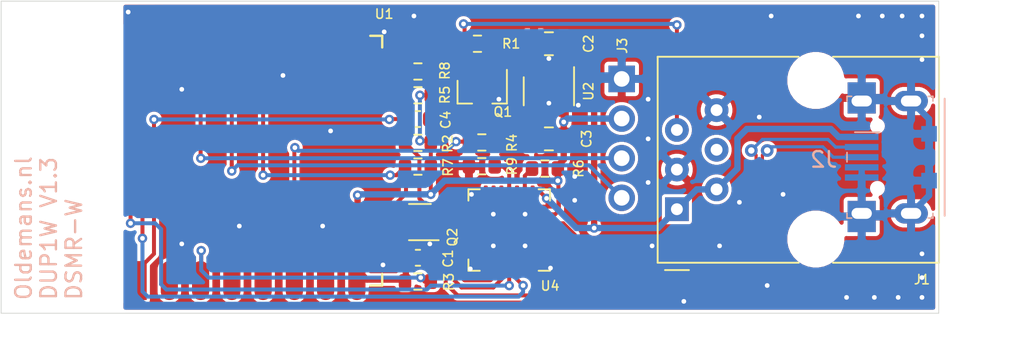
<source format=kicad_pcb>
(kicad_pcb (version 20171130) (host pcbnew "(5.1.9-0-10_14)")

  (general
    (thickness 1.6)
    (drawings 7)
    (tracks 330)
    (zones 0)
    (modules 21)
    (nets 43)
  )

  (page A4)
  (layers
    (0 F.Cu signal)
    (31 B.Cu signal)
    (32 B.Adhes user hide)
    (33 F.Adhes user hide)
    (34 B.Paste user hide)
    (35 F.Paste user hide)
    (36 B.SilkS user hide)
    (37 F.SilkS user)
    (38 B.Mask user hide)
    (39 F.Mask user hide)
    (40 Dwgs.User user hide)
    (41 Cmts.User user hide)
    (42 Eco1.User user hide)
    (43 Eco2.User user)
    (44 Edge.Cuts user)
    (45 Margin user hide)
    (46 B.CrtYd user hide)
    (47 F.CrtYd user)
    (48 B.Fab user hide)
    (49 F.Fab user hide)
  )

  (setup
    (last_trace_width 0.254)
    (user_trace_width 0.254)
    (user_trace_width 0.4064)
    (trace_clearance 0.2032)
    (zone_clearance 0.2032)
    (zone_45_only no)
    (trace_min 0.2032)
    (via_size 0.6)
    (via_drill 0.3)
    (via_min_size 0.4)
    (via_min_drill 0.3)
    (user_via 0.6 0.3)
    (user_via 0.8 0.4)
    (uvia_size 0.3048)
    (uvia_drill 0.1016)
    (uvias_allowed no)
    (uvia_min_size 0.2)
    (uvia_min_drill 0.1)
    (edge_width 0.05)
    (segment_width 0.2)
    (pcb_text_width 0.3)
    (pcb_text_size 1.5 1.5)
    (mod_edge_width 0.12)
    (mod_text_size 1 1)
    (mod_text_width 0.15)
    (pad_size 1.524 1.524)
    (pad_drill 0.762)
    (pad_to_mask_clearance 0)
    (aux_axis_origin 0 0)
    (visible_elements FFFFFF7F)
    (pcbplotparams
      (layerselection 0x010f0_ffffffff)
      (usegerberextensions true)
      (usegerberattributes false)
      (usegerberadvancedattributes false)
      (creategerberjobfile false)
      (excludeedgelayer true)
      (linewidth 0.100000)
      (plotframeref false)
      (viasonmask false)
      (mode 1)
      (useauxorigin false)
      (hpglpennumber 1)
      (hpglpenspeed 20)
      (hpglpendiameter 15.000000)
      (psnegative false)
      (psa4output false)
      (plotreference true)
      (plotvalue false)
      (plotinvisibletext false)
      (padsonsilk false)
      (subtractmaskfromsilk true)
      (outputformat 1)
      (mirror false)
      (drillshape 0)
      (scaleselection 1)
      (outputdirectory "OUTPUTS"))
  )

  (net 0 "")
  (net 1 GND)
  (net 2 +5V)
  (net 3 +3V3)
  (net 4 "Net-(J1-Pad4)")
  (net 5 DATA)
  (net 6 RTS)
  (net 7 DTR)
  (net 8 RST)
  (net 9 GPIO0)
  (net 10 "Net-(U1-Pad7)")
  (net 11 "Net-(U1-Pad4)")
  (net 12 "Net-(U1-Pad2)")
  (net 13 /D+)
  (net 14 /D-)
  (net 15 /CH_PD)
  (net 16 /GPIO2)
  (net 17 "Net-(R6-Pad2)")
  (net 18 /GPIO15)
  (net 19 "Net-(U4-Pad27)")
  (net 20 "Net-(U4-Pad23)")
  (net 21 "Net-(U4-Pad12)")
  (net 22 "Net-(U4-Pad10)")
  (net 23 "Net-(U4-Pad2)")
  (net 24 "Net-(U4-Pad1)")
  (net 25 /ESP_SCL)
  (net 26 /EPS_SDA)
  (net 27 /ESP_TX)
  (net 28 /ESP_RX)
  (net 29 DSMR_DATA)
  (net 30 "Net-(U2-Pad4)")
  (net 31 "Net-(U1-Pad5)")
  (net 32 /USB_SUSP)
  (net 33 "Net-(U4-Pad22)")
  (net 34 "Net-(U4-Pad21)")
  (net 35 "Net-(U4-Pad20)")
  (net 36 "Net-(U4-Pad19)")
  (net 37 "Net-(U4-Pad18)")
  (net 38 "Net-(U4-Pad17)")
  (net 39 "Net-(U4-Pad16)")
  (net 40 "Net-(U4-Pad15)")
  (net 41 "Net-(U4-Pad14)")
  (net 42 "Net-(U4-Pad13)")

  (net_class Default "This is the default net class."
    (clearance 0.2032)
    (trace_width 0.254)
    (via_dia 0.6)
    (via_drill 0.3)
    (uvia_dia 0.3048)
    (uvia_drill 0.1016)
    (diff_pair_width 0.2032)
    (diff_pair_gap 0.2032)
    (add_net /CH_PD)
    (add_net /D+)
    (add_net /D-)
    (add_net /EPS_SDA)
    (add_net /ESP_RX)
    (add_net /ESP_SCL)
    (add_net /ESP_TX)
    (add_net /GPIO15)
    (add_net /GPIO2)
    (add_net /USB_SUSP)
    (add_net DATA)
    (add_net DSMR_DATA)
    (add_net DTR)
    (add_net GPIO0)
    (add_net "Net-(J1-Pad4)")
    (add_net "Net-(R6-Pad2)")
    (add_net "Net-(U1-Pad2)")
    (add_net "Net-(U1-Pad4)")
    (add_net "Net-(U1-Pad5)")
    (add_net "Net-(U1-Pad7)")
    (add_net "Net-(U2-Pad4)")
    (add_net "Net-(U4-Pad1)")
    (add_net "Net-(U4-Pad10)")
    (add_net "Net-(U4-Pad12)")
    (add_net "Net-(U4-Pad13)")
    (add_net "Net-(U4-Pad14)")
    (add_net "Net-(U4-Pad15)")
    (add_net "Net-(U4-Pad16)")
    (add_net "Net-(U4-Pad17)")
    (add_net "Net-(U4-Pad18)")
    (add_net "Net-(U4-Pad19)")
    (add_net "Net-(U4-Pad2)")
    (add_net "Net-(U4-Pad20)")
    (add_net "Net-(U4-Pad21)")
    (add_net "Net-(U4-Pad22)")
    (add_net "Net-(U4-Pad23)")
    (add_net "Net-(U4-Pad27)")
    (add_net RST)
    (add_net RTS)
  )

  (net_class POWER ""
    (clearance 0.2032)
    (trace_width 0.254)
    (via_dia 0.8)
    (via_drill 0.4)
    (uvia_dia 0.3048)
    (uvia_drill 0.1016)
    (diff_pair_width 0.2032)
    (diff_pair_gap 0.2032)
    (add_net +3V3)
    (add_net +5V)
    (add_net GND)
  )

  (module Package_DFN_QFN:QFN-28-1EP_5x5mm_P0.5mm_EP3.35x3.35mm (layer F.Cu) (tedit 5DC5F6A4) (tstamp 608D6B60)
    (at 32.512 -5.334 180)
    (descr "QFN, 28 Pin (http://ww1.microchip.com/downloads/en/PackagingSpec/00000049BQ.pdf#page=283), generated with kicad-footprint-generator ipc_noLead_generator.py")
    (tags "QFN NoLead")
    (path /6092FD95)
    (attr smd)
    (fp_text reference U4 (at -2.6162 -3.5814) (layer F.SilkS)
      (effects (font (size 0.6 0.6) (thickness 0.1)))
    )
    (fp_text value CP2102-Axx-xQFN28 (at 0 3.8) (layer F.Fab)
      (effects (font (size 1 1) (thickness 0.15)))
    )
    (fp_line (start 3.1 -3.1) (end -3.1 -3.1) (layer F.CrtYd) (width 0.05))
    (fp_line (start 3.1 3.1) (end 3.1 -3.1) (layer F.CrtYd) (width 0.05))
    (fp_line (start -3.1 3.1) (end 3.1 3.1) (layer F.CrtYd) (width 0.05))
    (fp_line (start -3.1 -3.1) (end -3.1 3.1) (layer F.CrtYd) (width 0.05))
    (fp_line (start -2.5 -1.5) (end -1.5 -2.5) (layer F.Fab) (width 0.1))
    (fp_line (start -2.5 2.5) (end -2.5 -1.5) (layer F.Fab) (width 0.1))
    (fp_line (start 2.5 2.5) (end -2.5 2.5) (layer F.Fab) (width 0.1))
    (fp_line (start 2.5 -2.5) (end 2.5 2.5) (layer F.Fab) (width 0.1))
    (fp_line (start -1.5 -2.5) (end 2.5 -2.5) (layer F.Fab) (width 0.1))
    (fp_line (start -1.885 -2.61) (end -2.61 -2.61) (layer F.SilkS) (width 0.12))
    (fp_line (start 2.61 2.61) (end 2.61 1.885) (layer F.SilkS) (width 0.12))
    (fp_line (start 1.885 2.61) (end 2.61 2.61) (layer F.SilkS) (width 0.12))
    (fp_line (start -2.61 2.61) (end -2.61 1.885) (layer F.SilkS) (width 0.12))
    (fp_line (start -1.885 2.61) (end -2.61 2.61) (layer F.SilkS) (width 0.12))
    (fp_line (start 2.61 -2.61) (end 2.61 -1.885) (layer F.SilkS) (width 0.12))
    (fp_line (start 1.885 -2.61) (end 2.61 -2.61) (layer F.SilkS) (width 0.12))
    (fp_text user %R (at 0 0) (layer F.Fab)
      (effects (font (size 1 1) (thickness 0.15)))
    )
    (pad "" smd roundrect (at 1.12 1.12 180) (size 0.9 0.9) (layers F.Paste) (roundrect_rratio 0.25))
    (pad "" smd roundrect (at 1.12 0 180) (size 0.9 0.9) (layers F.Paste) (roundrect_rratio 0.25))
    (pad "" smd roundrect (at 1.12 -1.12 180) (size 0.9 0.9) (layers F.Paste) (roundrect_rratio 0.25))
    (pad "" smd roundrect (at 0 1.12 180) (size 0.9 0.9) (layers F.Paste) (roundrect_rratio 0.25))
    (pad "" smd roundrect (at 0 0 180) (size 0.9 0.9) (layers F.Paste) (roundrect_rratio 0.25))
    (pad "" smd roundrect (at 0 -1.12 180) (size 0.9 0.9) (layers F.Paste) (roundrect_rratio 0.25))
    (pad "" smd roundrect (at -1.12 1.12 180) (size 0.9 0.9) (layers F.Paste) (roundrect_rratio 0.25))
    (pad "" smd roundrect (at -1.12 0 180) (size 0.9 0.9) (layers F.Paste) (roundrect_rratio 0.25))
    (pad "" smd roundrect (at -1.12 -1.12 180) (size 0.9 0.9) (layers F.Paste) (roundrect_rratio 0.25))
    (pad 29 smd rect (at 0 0 180) (size 3.35 3.35) (layers F.Cu F.Mask)
      (net 1 GND))
    (pad 28 smd roundrect (at -1.5 -2.45 180) (size 0.25 0.8) (layers F.Cu F.Paste F.Mask) (roundrect_rratio 0.25)
      (net 7 DTR))
    (pad 27 smd roundrect (at -1 -2.45 180) (size 0.25 0.8) (layers F.Cu F.Paste F.Mask) (roundrect_rratio 0.25)
      (net 19 "Net-(U4-Pad27)"))
    (pad 26 smd roundrect (at -0.5 -2.45 180) (size 0.25 0.8) (layers F.Cu F.Paste F.Mask) (roundrect_rratio 0.25)
      (net 28 /ESP_RX))
    (pad 25 smd roundrect (at 0 -2.45 180) (size 0.25 0.8) (layers F.Cu F.Paste F.Mask) (roundrect_rratio 0.25)
      (net 27 /ESP_TX))
    (pad 24 smd roundrect (at 0.5 -2.45 180) (size 0.25 0.8) (layers F.Cu F.Paste F.Mask) (roundrect_rratio 0.25)
      (net 6 RTS))
    (pad 23 smd roundrect (at 1 -2.45 180) (size 0.25 0.8) (layers F.Cu F.Paste F.Mask) (roundrect_rratio 0.25)
      (net 20 "Net-(U4-Pad23)"))
    (pad 22 smd roundrect (at 1.5 -2.45 180) (size 0.25 0.8) (layers F.Cu F.Paste F.Mask) (roundrect_rratio 0.25)
      (net 33 "Net-(U4-Pad22)"))
    (pad 21 smd roundrect (at 2.45 -1.5 180) (size 0.8 0.25) (layers F.Cu F.Paste F.Mask) (roundrect_rratio 0.25)
      (net 34 "Net-(U4-Pad21)"))
    (pad 20 smd roundrect (at 2.45 -1 180) (size 0.8 0.25) (layers F.Cu F.Paste F.Mask) (roundrect_rratio 0.25)
      (net 35 "Net-(U4-Pad20)"))
    (pad 19 smd roundrect (at 2.45 -0.5 180) (size 0.8 0.25) (layers F.Cu F.Paste F.Mask) (roundrect_rratio 0.25)
      (net 36 "Net-(U4-Pad19)"))
    (pad 18 smd roundrect (at 2.45 0 180) (size 0.8 0.25) (layers F.Cu F.Paste F.Mask) (roundrect_rratio 0.25)
      (net 37 "Net-(U4-Pad18)"))
    (pad 17 smd roundrect (at 2.45 0.5 180) (size 0.8 0.25) (layers F.Cu F.Paste F.Mask) (roundrect_rratio 0.25)
      (net 38 "Net-(U4-Pad17)"))
    (pad 16 smd roundrect (at 2.45 1 180) (size 0.8 0.25) (layers F.Cu F.Paste F.Mask) (roundrect_rratio 0.25)
      (net 39 "Net-(U4-Pad16)"))
    (pad 15 smd roundrect (at 2.45 1.5 180) (size 0.8 0.25) (layers F.Cu F.Paste F.Mask) (roundrect_rratio 0.25)
      (net 40 "Net-(U4-Pad15)"))
    (pad 14 smd roundrect (at 1.5 2.45 180) (size 0.25 0.8) (layers F.Cu F.Paste F.Mask) (roundrect_rratio 0.25)
      (net 41 "Net-(U4-Pad14)"))
    (pad 13 smd roundrect (at 1 2.45 180) (size 0.25 0.8) (layers F.Cu F.Paste F.Mask) (roundrect_rratio 0.25)
      (net 42 "Net-(U4-Pad13)"))
    (pad 12 smd roundrect (at 0.5 2.45 180) (size 0.25 0.8) (layers F.Cu F.Paste F.Mask) (roundrect_rratio 0.25)
      (net 21 "Net-(U4-Pad12)"))
    (pad 11 smd roundrect (at 0 2.45 180) (size 0.25 0.8) (layers F.Cu F.Paste F.Mask) (roundrect_rratio 0.25)
      (net 32 /USB_SUSP))
    (pad 10 smd roundrect (at -0.5 2.45 180) (size 0.25 0.8) (layers F.Cu F.Paste F.Mask) (roundrect_rratio 0.25)
      (net 22 "Net-(U4-Pad10)"))
    (pad 9 smd roundrect (at -1 2.45 180) (size 0.25 0.8) (layers F.Cu F.Paste F.Mask) (roundrect_rratio 0.25)
      (net 17 "Net-(R6-Pad2)"))
    (pad 8 smd roundrect (at -1.5 2.45 180) (size 0.25 0.8) (layers F.Cu F.Paste F.Mask) (roundrect_rratio 0.25)
      (net 2 +5V))
    (pad 7 smd roundrect (at -2.45 1.5 180) (size 0.8 0.25) (layers F.Cu F.Paste F.Mask) (roundrect_rratio 0.25)
      (net 2 +5V))
    (pad 6 smd roundrect (at -2.45 1 180) (size 0.8 0.25) (layers F.Cu F.Paste F.Mask) (roundrect_rratio 0.25)
      (net 3 +3V3))
    (pad 5 smd roundrect (at -2.45 0.5 180) (size 0.8 0.25) (layers F.Cu F.Paste F.Mask) (roundrect_rratio 0.25)
      (net 14 /D-))
    (pad 4 smd roundrect (at -2.45 0 180) (size 0.8 0.25) (layers F.Cu F.Paste F.Mask) (roundrect_rratio 0.25)
      (net 13 /D+))
    (pad 3 smd roundrect (at -2.45 -0.5 180) (size 0.8 0.25) (layers F.Cu F.Paste F.Mask) (roundrect_rratio 0.25)
      (net 1 GND))
    (pad 2 smd roundrect (at -2.45 -1 180) (size 0.8 0.25) (layers F.Cu F.Paste F.Mask) (roundrect_rratio 0.25)
      (net 23 "Net-(U4-Pad2)"))
    (pad 1 smd roundrect (at -2.45 -1.5 180) (size 0.8 0.25) (layers F.Cu F.Paste F.Mask) (roundrect_rratio 0.25)
      (net 24 "Net-(U4-Pad1)"))
    (model ${KISYS3DMOD}/Package_DFN_QFN.3dshapes/QFN-28-1EP_5x5mm_P0.5mm_EP3.35x3.35mm.wrl
      (at (xyz 0 0 0))
      (scale (xyz 1 1 1))
      (rotate (xyz 0 0 0))
    )
  )

  (module MySymbols:OLED_I2C_128x32 locked (layer F.Cu) (tedit 608BFC38) (tstamp 608C6D2B)
    (at 41.2115 -5.207 180)
    (path /60CAF614)
    (fp_text reference J3 (at 1.4605 11.938 90) (layer F.SilkS)
      (effects (font (size 0.6 0.6) (thickness 0.1)))
    )
    (fp_text value Conn_01x04_Male (at 10.71 -12.21) (layer F.Fab) hide
      (effects (font (size 1 1) (thickness 0.15)))
    )
    (fp_line (start 29.384 2.16) (end 29.384 7.744) (layer Dwgs.User) (width 0.12))
    (fp_line (start 7.1 7.744) (end 29.384 7.744) (layer Dwgs.User) (width 0.12))
    (fp_line (start 7.1 2.16) (end 29.384 2.16) (layer Dwgs.User) (width 0.12))
    (fp_line (start 5 0) (end 5 12) (layer Dwgs.User) (width 0.12))
    (fp_line (start 7.1 2.16) (end 7.1 7.744) (layer Dwgs.User) (width 0.12))
    (fp_line (start 38 0) (end 38 12) (layer Dwgs.User) (width 0.12))
    (fp_line (start 0 12) (end 38 12) (layer Dwgs.User) (width 0.12))
    (fp_line (start 0 0) (end 0 12) (layer Dwgs.User) (width 0.12))
    (fp_line (start 0 0) (end 38 0) (layer Dwgs.User) (width 0.12))
    (fp_line (start 0.36 0.9) (end 0.36 11.08) (layer F.CrtYd) (width 0.12))
    (fp_line (start 0.36 11.08) (end 2.61 11.08) (layer F.CrtYd) (width 0.12))
    (fp_line (start 2.61 11.08) (end 2.61 0.9) (layer F.CrtYd) (width 0.12))
    (fp_line (start 2.61 0.9) (end 0.36 0.9) (layer F.CrtYd) (width 0.12))
    (fp_text user D (at 3.1115 2.19) (layer F.SilkS) hide
      (effects (font (size 1 1) (thickness 0.15)))
    )
    (fp_text user C (at 2.9845 4.699) (layer F.SilkS) hide
      (effects (font (size 1 1) (thickness 0.15)))
    )
    (fp_text user V (at 3.3 7.27) (layer F.SilkS) hide
      (effects (font (size 1 1) (thickness 0.15)))
    )
    (fp_text user G (at 3.3 9.81) (layer F.SilkS) hide
      (effects (font (size 1 1) (thickness 0.15)))
    )
    (pad 3 thru_hole circle (at 1.5 4.73 180) (size 1.7 1.7) (drill 1) (layers *.Cu *.Mask)
      (net 25 /ESP_SCL))
    (pad 2 thru_hole circle (at 1.5 7.27 180) (size 1.7 1.7) (drill 1) (layers *.Cu *.Mask)
      (net 3 +3V3))
    (pad 4 thru_hole circle (at 1.5 2.19 180) (size 1.7 1.7) (drill 1) (layers *.Cu *.Mask)
      (net 26 /EPS_SDA))
    (pad 1 thru_hole rect (at 1.5 9.81 180) (size 1.7 1.7) (drill 1) (layers *.Cu *.Mask)
      (net 1 GND))
  )

  (module ESP8266:ESP-12 locked (layer F.Cu) (tedit 608BFAFD) (tstamp 608BB227)
    (at 8.763 -2.794 90)
    (descr "Module, ESP-8266, ESP-12, 16 pad, SMD")
    (tags "Module ESP-8266 ESP8266")
    (path /60B730AA)
    (fp_text reference U1 (at 16.383 15.748) (layer F.SilkS)
      (effects (font (size 0.6 0.6) (thickness 0.1)))
    )
    (fp_text value ESP-12 (at 6.992 1 90) (layer F.Fab)
      (effects (font (size 1 1) (thickness 0.15)))
    )
    (fp_line (start -2.25 -0.5) (end -2.25 -8.75) (layer F.CrtYd) (width 0.05))
    (fp_line (start -2.25 -8.75) (end 15.25 -8.75) (layer F.CrtYd) (width 0.05))
    (fp_line (start 15.25 -8.75) (end 16.25 -8.75) (layer F.CrtYd) (width 0.05))
    (fp_line (start 16.25 -8.75) (end 16.25 16) (layer F.CrtYd) (width 0.05))
    (fp_line (start 16.25 16) (end -2.25 16) (layer F.CrtYd) (width 0.05))
    (fp_line (start -2.25 16) (end -2.25 -0.5) (layer F.CrtYd) (width 0.05))
    (fp_line (start -1.02 -8.39) (end 14.99 -8.39) (layer F.Fab) (width 0.1524))
    (fp_line (start 14.99 -8.39) (end 14.992 -2.6) (layer F.Fab) (width 0.1524))
    (fp_line (start -1.02 -8.39) (end -1.008 -2.6) (layer F.Fab) (width 0.1524))
    (fp_line (start -1.016 14.859) (end -1.016 15.621) (layer F.SilkS) (width 0.1524))
    (fp_line (start -1.016 15.621) (end -0.27 15.62) (layer F.SilkS) (width 0.1524))
    (fp_line (start 14.986 15.621) (end 14.986 14.859) (layer F.SilkS) (width 0.1524))
    (fp_line (start 14.99 -8.39) (end -1.008 -2.6) (layer F.Fab) (width 0.1524))
    (fp_line (start -1.02 -8.39) (end 14.992 -2.6) (layer F.Fab) (width 0.1524))
    (fp_line (start -1.008 -2.6) (end 14.992 -2.6) (layer F.Fab) (width 0.1524))
    (fp_line (start 15 -8.4) (end 15 15.6) (layer F.Fab) (width 0.05))
    (fp_line (start 14.992 15.6) (end -1.008 15.6) (layer F.Fab) (width 0.05))
    (fp_line (start -1.008 15.6) (end -1.008 -8.4) (layer F.Fab) (width 0.05))
    (fp_line (start -1.008 -8.4) (end 14.992 -8.4) (layer F.Fab) (width 0.05))
    (fp_line (start 14.24 15.622) (end 14.986 15.621) (layer F.SilkS) (width 0.1524))
    (fp_text user "No Copper" (at 6.892 -5.4 90) (layer F.CrtYd)
      (effects (font (size 1 1) (thickness 0.15)))
    )
    (pad 16 smd oval (at 14 0 90) (size 2.5 1.1) (drill (offset 0.7 0)) (layers F.Cu F.Paste F.Mask)
      (net 27 /ESP_TX))
    (pad 15 smd oval (at 14 2 90) (size 2.5 1.1) (drill (offset 0.7 0)) (layers F.Cu F.Paste F.Mask)
      (net 28 /ESP_RX))
    (pad 14 smd oval (at 14 4 90) (size 2.5 1.1) (drill (offset 0.7 0)) (layers F.Cu F.Paste F.Mask)
      (net 25 /ESP_SCL))
    (pad 13 smd oval (at 14 6 90) (size 2.5 1.1) (drill (offset 0.7 0)) (layers F.Cu F.Paste F.Mask)
      (net 26 /EPS_SDA))
    (pad 12 smd oval (at 14 8 90) (size 2.5 1.1) (drill (offset 0.7 0)) (layers F.Cu F.Paste F.Mask)
      (net 9 GPIO0))
    (pad 11 smd oval (at 14 10 90) (size 2.5 1.1) (drill (offset 0.7 0)) (layers F.Cu F.Paste F.Mask)
      (net 16 /GPIO2))
    (pad 10 smd oval (at 14 12 90) (size 2.5 1.1) (drill (offset 0.6 0)) (layers F.Cu F.Paste F.Mask)
      (net 18 /GPIO15))
    (pad 9 smd oval (at 14 14 90) (size 2.5 1.1) (drill (offset 0.7 0)) (layers F.Cu F.Paste F.Mask)
      (net 1 GND))
    (pad 8 smd oval (at 0 14 90) (size 2.5 1.1) (drill (offset -0.7 0)) (layers F.Cu F.Paste F.Mask)
      (net 3 +3V3))
    (pad 7 smd oval (at 0 12 90) (size 2.5 1.1) (drill (offset -0.7 0)) (layers F.Cu F.Paste F.Mask)
      (net 10 "Net-(U1-Pad7)"))
    (pad 6 smd oval (at 0 10 90) (size 2.5 1.1) (drill (offset -0.7 0)) (layers F.Cu F.Paste F.Mask)
      (net 29 DSMR_DATA))
    (pad 5 smd oval (at 0 8 90) (size 2.5 1.1) (drill (offset -0.7 0)) (layers F.Cu F.Paste F.Mask)
      (net 31 "Net-(U1-Pad5)"))
    (pad 4 smd oval (at 0 6 90) (size 2.5 1.1) (drill (offset -0.7 0)) (layers F.Cu F.Paste F.Mask)
      (net 11 "Net-(U1-Pad4)"))
    (pad 3 smd oval (at 0 4 90) (size 2.5 1.1) (drill (offset -0.7 0)) (layers F.Cu F.Paste F.Mask)
      (net 15 /CH_PD))
    (pad 2 smd oval (at 0 2 90) (size 2.5 1.1) (drill (offset -0.7 0)) (layers F.Cu F.Paste F.Mask)
      (net 12 "Net-(U1-Pad2)"))
    (pad 1 smd rect (at 0 0 90) (size 2.5 1.1) (drill (offset -0.7 0)) (layers F.Cu F.Paste F.Mask)
      (net 8 RST))
    (model ${ESPLIB}/ESP8266.3dshapes/ESP-12.wrl
      (at (xyz 0 0 0))
      (scale (xyz 0.3937 0.3937 0.3937))
      (rotate (xyz 0 0 0))
    )
  )

  (module Package_TO_SOT_SMD:SOT-23-5 (layer F.Cu) (tedit 5A02FF57) (tstamp 608C5335)
    (at 35.052 -14.224 270)
    (descr "5-pin SOT23 package")
    (tags SOT-23-5)
    (path /60DC1061)
    (attr smd)
    (fp_text reference U2 (at 0 -2.54 90) (layer F.SilkS)
      (effects (font (size 0.6 0.6) (thickness 0.1)))
    )
    (fp_text value XC6210B332MR (at 0 2.9 90) (layer F.Fab)
      (effects (font (size 1 1) (thickness 0.15)))
    )
    (fp_line (start -0.9 1.61) (end 0.9 1.61) (layer F.SilkS) (width 0.12))
    (fp_line (start 0.9 -1.61) (end -1.55 -1.61) (layer F.SilkS) (width 0.12))
    (fp_line (start -1.9 -1.8) (end 1.9 -1.8) (layer F.CrtYd) (width 0.05))
    (fp_line (start 1.9 -1.8) (end 1.9 1.8) (layer F.CrtYd) (width 0.05))
    (fp_line (start 1.9 1.8) (end -1.9 1.8) (layer F.CrtYd) (width 0.05))
    (fp_line (start -1.9 1.8) (end -1.9 -1.8) (layer F.CrtYd) (width 0.05))
    (fp_line (start -0.9 -0.9) (end -0.25 -1.55) (layer F.Fab) (width 0.1))
    (fp_line (start 0.9 -1.55) (end -0.25 -1.55) (layer F.Fab) (width 0.1))
    (fp_line (start -0.9 -0.9) (end -0.9 1.55) (layer F.Fab) (width 0.1))
    (fp_line (start 0.9 1.55) (end -0.9 1.55) (layer F.Fab) (width 0.1))
    (fp_line (start 0.9 -1.55) (end 0.9 1.55) (layer F.Fab) (width 0.1))
    (fp_text user %R (at 0 0) (layer F.Fab)
      (effects (font (size 0.5 0.5) (thickness 0.075)))
    )
    (pad 5 smd rect (at 1.1 -0.95 270) (size 1.06 0.65) (layers F.Cu F.Paste F.Mask)
      (net 3 +3V3))
    (pad 4 smd rect (at 1.1 0.95 270) (size 1.06 0.65) (layers F.Cu F.Paste F.Mask)
      (net 30 "Net-(U2-Pad4)"))
    (pad 3 smd rect (at -1.1 0.95 270) (size 1.06 0.65) (layers F.Cu F.Paste F.Mask)
      (net 2 +5V))
    (pad 2 smd rect (at -1.1 0 270) (size 1.06 0.65) (layers F.Cu F.Paste F.Mask)
      (net 1 GND))
    (pad 1 smd rect (at -1.1 -0.95 270) (size 1.06 0.65) (layers F.Cu F.Paste F.Mask)
      (net 2 +5V))
    (model ${KISYS3DMOD}/Package_TO_SOT_SMD.3dshapes/SOT-23-5.wrl
      (at (xyz 0 0 0))
      (scale (xyz 1 1 1))
      (rotate (xyz 0 0 0))
    )
  )

  (module Capacitor_SMD:C_0805_2012Metric (layer F.Cu) (tedit 5F68FEEE) (tstamp 608C505C)
    (at 35.052 -11.176 180)
    (descr "Capacitor SMD 0805 (2012 Metric), square (rectangular) end terminal, IPC_7351 nominal, (Body size source: IPC-SM-782 page 76, https://www.pcb-3d.com/wordpress/wp-content/uploads/ipc-sm-782a_amendment_1_and_2.pdf, https://docs.google.com/spreadsheets/d/1BsfQQcO9C6DZCsRaXUlFlo91Tg2WpOkGARC1WS5S8t0/edit?usp=sharing), generated with kicad-footprint-generator")
    (tags capacitor)
    (path /60DE60A6)
    (attr smd)
    (fp_text reference C3 (at -2.413 0 90) (layer F.SilkS)
      (effects (font (size 0.6 0.6) (thickness 0.1)))
    )
    (fp_text value 4,7uF (at 0 1.68) (layer F.Fab)
      (effects (font (size 1 1) (thickness 0.15)))
    )
    (fp_line (start -1 0.625) (end -1 -0.625) (layer F.Fab) (width 0.1))
    (fp_line (start -1 -0.625) (end 1 -0.625) (layer F.Fab) (width 0.1))
    (fp_line (start 1 -0.625) (end 1 0.625) (layer F.Fab) (width 0.1))
    (fp_line (start 1 0.625) (end -1 0.625) (layer F.Fab) (width 0.1))
    (fp_line (start -0.261252 -0.735) (end 0.261252 -0.735) (layer F.SilkS) (width 0.12))
    (fp_line (start -0.261252 0.735) (end 0.261252 0.735) (layer F.SilkS) (width 0.12))
    (fp_line (start -1.7 0.98) (end -1.7 -0.98) (layer F.CrtYd) (width 0.05))
    (fp_line (start -1.7 -0.98) (end 1.7 -0.98) (layer F.CrtYd) (width 0.05))
    (fp_line (start 1.7 -0.98) (end 1.7 0.98) (layer F.CrtYd) (width 0.05))
    (fp_line (start 1.7 0.98) (end -1.7 0.98) (layer F.CrtYd) (width 0.05))
    (fp_text user %R (at 0 0) (layer F.Fab)
      (effects (font (size 0.5 0.5) (thickness 0.08)))
    )
    (pad 2 smd roundrect (at 0.95 0 180) (size 1 1.45) (layers F.Cu F.Paste F.Mask) (roundrect_rratio 0.25)
      (net 1 GND))
    (pad 1 smd roundrect (at -0.95 0 180) (size 1 1.45) (layers F.Cu F.Paste F.Mask) (roundrect_rratio 0.25)
      (net 3 +3V3))
    (model ${KISYS3DMOD}/Capacitor_SMD.3dshapes/C_0805_2012Metric.wrl
      (at (xyz 0 0 0))
      (scale (xyz 1 1 1))
      (rotate (xyz 0 0 0))
    )
  )

  (module Capacitor_SMD:C_0805_2012Metric (layer F.Cu) (tedit 5F68FEEE) (tstamp 60A3ED04)
    (at 35.052 -17.272 180)
    (descr "Capacitor SMD 0805 (2012 Metric), square (rectangular) end terminal, IPC_7351 nominal, (Body size source: IPC-SM-782 page 76, https://www.pcb-3d.com/wordpress/wp-content/uploads/ipc-sm-782a_amendment_1_and_2.pdf, https://docs.google.com/spreadsheets/d/1BsfQQcO9C6DZCsRaXUlFlo91Tg2WpOkGARC1WS5S8t0/edit?usp=sharing), generated with kicad-footprint-generator")
    (tags capacitor)
    (path /60DDDD4A)
    (attr smd)
    (fp_text reference C2 (at -2.54 0 270) (layer F.SilkS)
      (effects (font (size 0.6 0.6) (thickness 0.1)))
    )
    (fp_text value 4,7uF (at 0 1.68) (layer F.Fab)
      (effects (font (size 1 1) (thickness 0.15)))
    )
    (fp_line (start -1 0.625) (end -1 -0.625) (layer F.Fab) (width 0.1))
    (fp_line (start -1 -0.625) (end 1 -0.625) (layer F.Fab) (width 0.1))
    (fp_line (start 1 -0.625) (end 1 0.625) (layer F.Fab) (width 0.1))
    (fp_line (start 1 0.625) (end -1 0.625) (layer F.Fab) (width 0.1))
    (fp_line (start -0.261252 -0.735) (end 0.261252 -0.735) (layer F.SilkS) (width 0.12))
    (fp_line (start -0.261252 0.735) (end 0.261252 0.735) (layer F.SilkS) (width 0.12))
    (fp_line (start -1.7 0.98) (end -1.7 -0.98) (layer F.CrtYd) (width 0.05))
    (fp_line (start -1.7 -0.98) (end 1.7 -0.98) (layer F.CrtYd) (width 0.05))
    (fp_line (start 1.7 -0.98) (end 1.7 0.98) (layer F.CrtYd) (width 0.05))
    (fp_line (start 1.7 0.98) (end -1.7 0.98) (layer F.CrtYd) (width 0.05))
    (fp_text user %R (at 0 0) (layer F.Fab)
      (effects (font (size 0.5 0.5) (thickness 0.08)))
    )
    (pad 2 smd roundrect (at 0.95 0 180) (size 1 1.45) (layers F.Cu F.Paste F.Mask) (roundrect_rratio 0.25)
      (net 1 GND))
    (pad 1 smd roundrect (at -0.95 0 180) (size 1 1.45) (layers F.Cu F.Paste F.Mask) (roundrect_rratio 0.25)
      (net 2 +5V))
    (model ${KISYS3DMOD}/Capacitor_SMD.3dshapes/C_0805_2012Metric.wrl
      (at (xyz 0 0 0))
      (scale (xyz 1 1 1))
      (rotate (xyz 0 0 0))
    )
  )

  (module Resistor_SMD:R_0603_1608Metric (layer F.Cu) (tedit 5F68FEEE) (tstamp 608BC4BB)
    (at 30.7594 -9.4234)
    (descr "Resistor SMD 0603 (1608 Metric), square (rectangular) end terminal, IPC_7351 nominal, (Body size source: IPC-SM-782 page 72, https://www.pcb-3d.com/wordpress/wp-content/uploads/ipc-sm-782a_amendment_1_and_2.pdf), generated with kicad-footprint-generator")
    (tags resistor)
    (path /60C0A451)
    (attr smd)
    (fp_text reference R9 (at 1.9304 0 270) (layer F.SilkS)
      (effects (font (size 0.6 0.6) (thickness 0.1)))
    )
    (fp_text value 10K (at 0 1.43) (layer F.Fab)
      (effects (font (size 1 1) (thickness 0.15)))
    )
    (fp_line (start -0.8 0.4125) (end -0.8 -0.4125) (layer F.Fab) (width 0.1))
    (fp_line (start -0.8 -0.4125) (end 0.8 -0.4125) (layer F.Fab) (width 0.1))
    (fp_line (start 0.8 -0.4125) (end 0.8 0.4125) (layer F.Fab) (width 0.1))
    (fp_line (start 0.8 0.4125) (end -0.8 0.4125) (layer F.Fab) (width 0.1))
    (fp_line (start -0.237258 -0.5225) (end 0.237258 -0.5225) (layer F.SilkS) (width 0.12))
    (fp_line (start -0.237258 0.5225) (end 0.237258 0.5225) (layer F.SilkS) (width 0.12))
    (fp_line (start -1.48 0.73) (end -1.48 -0.73) (layer F.CrtYd) (width 0.05))
    (fp_line (start -1.48 -0.73) (end 1.48 -0.73) (layer F.CrtYd) (width 0.05))
    (fp_line (start 1.48 -0.73) (end 1.48 0.73) (layer F.CrtYd) (width 0.05))
    (fp_line (start 1.48 0.73) (end -1.48 0.73) (layer F.CrtYd) (width 0.05))
    (fp_text user %R (at 0 0) (layer F.Fab)
      (effects (font (size 0.4 0.4) (thickness 0.06)))
    )
    (pad 2 smd roundrect (at 0.825 0) (size 0.8 0.95) (layers F.Cu F.Paste F.Mask) (roundrect_rratio 0.25)
      (net 32 /USB_SUSP))
    (pad 1 smd roundrect (at -0.825 0) (size 0.8 0.95) (layers F.Cu F.Paste F.Mask) (roundrect_rratio 0.25)
      (net 1 GND))
    (model ${KISYS3DMOD}/Resistor_SMD.3dshapes/R_0603_1608Metric.wrl
      (at (xyz 0 0 0))
      (scale (xyz 1 1 1))
      (rotate (xyz 0 0 0))
    )
  )

  (module Resistor_SMD:R_0603_1608Metric (layer F.Cu) (tedit 5F68FEEE) (tstamp 608BC4AA)
    (at 26.67 -15.494)
    (descr "Resistor SMD 0603 (1608 Metric), square (rectangular) end terminal, IPC_7351 nominal, (Body size source: IPC-SM-782 page 72, https://www.pcb-3d.com/wordpress/wp-content/uploads/ipc-sm-782a_amendment_1_and_2.pdf), generated with kicad-footprint-generator")
    (tags resistor)
    (path /603AE4CA)
    (attr smd)
    (fp_text reference R8 (at 1.7272 -0.0508 90) (layer F.SilkS)
      (effects (font (size 0.6 0.6) (thickness 0.1)))
    )
    (fp_text value 10K (at 0 1.43) (layer F.Fab)
      (effects (font (size 1 1) (thickness 0.15)))
    )
    (fp_line (start -0.8 0.4125) (end -0.8 -0.4125) (layer F.Fab) (width 0.1))
    (fp_line (start -0.8 -0.4125) (end 0.8 -0.4125) (layer F.Fab) (width 0.1))
    (fp_line (start 0.8 -0.4125) (end 0.8 0.4125) (layer F.Fab) (width 0.1))
    (fp_line (start 0.8 0.4125) (end -0.8 0.4125) (layer F.Fab) (width 0.1))
    (fp_line (start -0.237258 -0.5225) (end 0.237258 -0.5225) (layer F.SilkS) (width 0.12))
    (fp_line (start -0.237258 0.5225) (end 0.237258 0.5225) (layer F.SilkS) (width 0.12))
    (fp_line (start -1.48 0.73) (end -1.48 -0.73) (layer F.CrtYd) (width 0.05))
    (fp_line (start -1.48 -0.73) (end 1.48 -0.73) (layer F.CrtYd) (width 0.05))
    (fp_line (start 1.48 -0.73) (end 1.48 0.73) (layer F.CrtYd) (width 0.05))
    (fp_line (start 1.48 0.73) (end -1.48 0.73) (layer F.CrtYd) (width 0.05))
    (fp_text user %R (at 0 0) (layer F.Fab)
      (effects (font (size 0.4 0.4) (thickness 0.06)))
    )
    (pad 2 smd roundrect (at 0.825 0) (size 0.8 0.95) (layers F.Cu F.Paste F.Mask) (roundrect_rratio 0.25)
      (net 1 GND))
    (pad 1 smd roundrect (at -0.825 0) (size 0.8 0.95) (layers F.Cu F.Paste F.Mask) (roundrect_rratio 0.25)
      (net 18 /GPIO15))
    (model ${KISYS3DMOD}/Resistor_SMD.3dshapes/R_0603_1608Metric.wrl
      (at (xyz 0 0 0))
      (scale (xyz 1 1 1))
      (rotate (xyz 0 0 0))
    )
  )

  (module Resistor_SMD:R_0603_1608Metric (layer F.Cu) (tedit 5F68FEEE) (tstamp 608D7C20)
    (at 26.67 -9.398)
    (descr "Resistor SMD 0603 (1608 Metric), square (rectangular) end terminal, IPC_7351 nominal, (Body size source: IPC-SM-782 page 72, https://www.pcb-3d.com/wordpress/wp-content/uploads/ipc-sm-782a_amendment_1_and_2.pdf), generated with kicad-footprint-generator")
    (tags resistor)
    (path /603FD3F8)
    (attr smd)
    (fp_text reference R7 (at 1.9304 0.0508 90) (layer F.SilkS)
      (effects (font (size 0.6 0.6) (thickness 0.1)))
    )
    (fp_text value 10K (at 0 1.43) (layer F.Fab)
      (effects (font (size 1 1) (thickness 0.15)))
    )
    (fp_line (start -0.8 0.4125) (end -0.8 -0.4125) (layer F.Fab) (width 0.1))
    (fp_line (start -0.8 -0.4125) (end 0.8 -0.4125) (layer F.Fab) (width 0.1))
    (fp_line (start 0.8 -0.4125) (end 0.8 0.4125) (layer F.Fab) (width 0.1))
    (fp_line (start 0.8 0.4125) (end -0.8 0.4125) (layer F.Fab) (width 0.1))
    (fp_line (start -0.237258 -0.5225) (end 0.237258 -0.5225) (layer F.SilkS) (width 0.12))
    (fp_line (start -0.237258 0.5225) (end 0.237258 0.5225) (layer F.SilkS) (width 0.12))
    (fp_line (start -1.48 0.73) (end -1.48 -0.73) (layer F.CrtYd) (width 0.05))
    (fp_line (start -1.48 -0.73) (end 1.48 -0.73) (layer F.CrtYd) (width 0.05))
    (fp_line (start 1.48 -0.73) (end 1.48 0.73) (layer F.CrtYd) (width 0.05))
    (fp_line (start 1.48 0.73) (end -1.48 0.73) (layer F.CrtYd) (width 0.05))
    (fp_text user %R (at 0 0) (layer F.Fab)
      (effects (font (size 0.4 0.4) (thickness 0.06)))
    )
    (pad 2 smd roundrect (at 0.825 0) (size 0.8 0.95) (layers F.Cu F.Paste F.Mask) (roundrect_rratio 0.25)
      (net 3 +3V3))
    (pad 1 smd roundrect (at -0.825 0) (size 0.8 0.95) (layers F.Cu F.Paste F.Mask) (roundrect_rratio 0.25)
      (net 9 GPIO0))
    (model ${KISYS3DMOD}/Resistor_SMD.3dshapes/R_0603_1608Metric.wrl
      (at (xyz 0 0 0))
      (scale (xyz 1 1 1))
      (rotate (xyz 0 0 0))
    )
  )

  (module Resistor_SMD:R_0603_1608Metric (layer F.Cu) (tedit 5F68FEEE) (tstamp 608BC488)
    (at 34.798 -9.271 180)
    (descr "Resistor SMD 0603 (1608 Metric), square (rectangular) end terminal, IPC_7351 nominal, (Body size source: IPC-SM-782 page 72, https://www.pcb-3d.com/wordpress/wp-content/uploads/ipc-sm-782a_amendment_1_and_2.pdf), generated with kicad-footprint-generator")
    (tags resistor)
    (path /60BD8598)
    (attr smd)
    (fp_text reference R6 (at -2.159 0 90) (layer F.SilkS)
      (effects (font (size 0.6 0.6) (thickness 0.1)))
    )
    (fp_text value 10K (at 0 1.43) (layer F.Fab)
      (effects (font (size 1 1) (thickness 0.15)))
    )
    (fp_line (start -0.8 0.4125) (end -0.8 -0.4125) (layer F.Fab) (width 0.1))
    (fp_line (start -0.8 -0.4125) (end 0.8 -0.4125) (layer F.Fab) (width 0.1))
    (fp_line (start 0.8 -0.4125) (end 0.8 0.4125) (layer F.Fab) (width 0.1))
    (fp_line (start 0.8 0.4125) (end -0.8 0.4125) (layer F.Fab) (width 0.1))
    (fp_line (start -0.237258 -0.5225) (end 0.237258 -0.5225) (layer F.SilkS) (width 0.12))
    (fp_line (start -0.237258 0.5225) (end 0.237258 0.5225) (layer F.SilkS) (width 0.12))
    (fp_line (start -1.48 0.73) (end -1.48 -0.73) (layer F.CrtYd) (width 0.05))
    (fp_line (start -1.48 -0.73) (end 1.48 -0.73) (layer F.CrtYd) (width 0.05))
    (fp_line (start 1.48 -0.73) (end 1.48 0.73) (layer F.CrtYd) (width 0.05))
    (fp_line (start 1.48 0.73) (end -1.48 0.73) (layer F.CrtYd) (width 0.05))
    (fp_text user %R (at 0 0) (layer F.Fab)
      (effects (font (size 0.4 0.4) (thickness 0.06)))
    )
    (pad 2 smd roundrect (at 0.825 0 180) (size 0.8 0.95) (layers F.Cu F.Paste F.Mask) (roundrect_rratio 0.25)
      (net 17 "Net-(R6-Pad2)"))
    (pad 1 smd roundrect (at -0.825 0 180) (size 0.8 0.95) (layers F.Cu F.Paste F.Mask) (roundrect_rratio 0.25)
      (net 3 +3V3))
    (model ${KISYS3DMOD}/Resistor_SMD.3dshapes/R_0603_1608Metric.wrl
      (at (xyz 0 0 0))
      (scale (xyz 1 1 1))
      (rotate (xyz 0 0 0))
    )
  )

  (module Resistor_SMD:R_0603_1608Metric (layer F.Cu) (tedit 5F68FEEE) (tstamp 608BC477)
    (at 26.67 -13.97)
    (descr "Resistor SMD 0603 (1608 Metric), square (rectangular) end terminal, IPC_7351 nominal, (Body size source: IPC-SM-782 page 72, https://www.pcb-3d.com/wordpress/wp-content/uploads/ipc-sm-782a_amendment_1_and_2.pdf), generated with kicad-footprint-generator")
    (tags resistor)
    (path /6088CF24)
    (attr smd)
    (fp_text reference R5 (at 1.7272 -0.0254 90) (layer F.SilkS)
      (effects (font (size 0.6 0.6) (thickness 0.1)))
    )
    (fp_text value 10K (at 0 1.43) (layer F.Fab)
      (effects (font (size 1 1) (thickness 0.15)))
    )
    (fp_line (start -0.8 0.4125) (end -0.8 -0.4125) (layer F.Fab) (width 0.1))
    (fp_line (start -0.8 -0.4125) (end 0.8 -0.4125) (layer F.Fab) (width 0.1))
    (fp_line (start 0.8 -0.4125) (end 0.8 0.4125) (layer F.Fab) (width 0.1))
    (fp_line (start 0.8 0.4125) (end -0.8 0.4125) (layer F.Fab) (width 0.1))
    (fp_line (start -0.237258 -0.5225) (end 0.237258 -0.5225) (layer F.SilkS) (width 0.12))
    (fp_line (start -0.237258 0.5225) (end 0.237258 0.5225) (layer F.SilkS) (width 0.12))
    (fp_line (start -1.48 0.73) (end -1.48 -0.73) (layer F.CrtYd) (width 0.05))
    (fp_line (start -1.48 -0.73) (end 1.48 -0.73) (layer F.CrtYd) (width 0.05))
    (fp_line (start 1.48 -0.73) (end 1.48 0.73) (layer F.CrtYd) (width 0.05))
    (fp_line (start 1.48 0.73) (end -1.48 0.73) (layer F.CrtYd) (width 0.05))
    (fp_text user %R (at 0 0) (layer F.Fab)
      (effects (font (size 0.4 0.4) (thickness 0.06)))
    )
    (pad 2 smd roundrect (at 0.825 0) (size 0.8 0.95) (layers F.Cu F.Paste F.Mask) (roundrect_rratio 0.25)
      (net 3 +3V3))
    (pad 1 smd roundrect (at -0.825 0) (size 0.8 0.95) (layers F.Cu F.Paste F.Mask) (roundrect_rratio 0.25)
      (net 16 /GPIO2))
    (model ${KISYS3DMOD}/Resistor_SMD.3dshapes/R_0603_1608Metric.wrl
      (at (xyz 0 0 0))
      (scale (xyz 1 1 1))
      (rotate (xyz 0 0 0))
    )
  )

  (module Resistor_SMD:R_0603_1608Metric (layer F.Cu) (tedit 5F68FEEE) (tstamp 608BC466)
    (at 30.7594 -10.9474 180)
    (descr "Resistor SMD 0603 (1608 Metric), square (rectangular) end terminal, IPC_7351 nominal, (Body size source: IPC-SM-782 page 72, https://www.pcb-3d.com/wordpress/wp-content/uploads/ipc-sm-782a_amendment_1_and_2.pdf), generated with kicad-footprint-generator")
    (tags resistor)
    (path /603B8B6D)
    (attr smd)
    (fp_text reference R4 (at -1.9304 -0.0254 270) (layer F.SilkS)
      (effects (font (size 0.6 0.6) (thickness 0.1)))
    )
    (fp_text value 10K (at 0 1.43) (layer F.Fab)
      (effects (font (size 1 1) (thickness 0.15)))
    )
    (fp_line (start -0.8 0.4125) (end -0.8 -0.4125) (layer F.Fab) (width 0.1))
    (fp_line (start -0.8 -0.4125) (end 0.8 -0.4125) (layer F.Fab) (width 0.1))
    (fp_line (start 0.8 -0.4125) (end 0.8 0.4125) (layer F.Fab) (width 0.1))
    (fp_line (start 0.8 0.4125) (end -0.8 0.4125) (layer F.Fab) (width 0.1))
    (fp_line (start -0.237258 -0.5225) (end 0.237258 -0.5225) (layer F.SilkS) (width 0.12))
    (fp_line (start -0.237258 0.5225) (end 0.237258 0.5225) (layer F.SilkS) (width 0.12))
    (fp_line (start -1.48 0.73) (end -1.48 -0.73) (layer F.CrtYd) (width 0.05))
    (fp_line (start -1.48 -0.73) (end 1.48 -0.73) (layer F.CrtYd) (width 0.05))
    (fp_line (start 1.48 -0.73) (end 1.48 0.73) (layer F.CrtYd) (width 0.05))
    (fp_line (start 1.48 0.73) (end -1.48 0.73) (layer F.CrtYd) (width 0.05))
    (fp_text user %R (at 0 0) (layer F.Fab)
      (effects (font (size 0.4 0.4) (thickness 0.06)))
    )
    (pad 2 smd roundrect (at 0.825 0 180) (size 0.8 0.95) (layers F.Cu F.Paste F.Mask) (roundrect_rratio 0.25)
      (net 29 DSMR_DATA))
    (pad 1 smd roundrect (at -0.825 0 180) (size 0.8 0.95) (layers F.Cu F.Paste F.Mask) (roundrect_rratio 0.25)
      (net 2 +5V))
    (model ${KISYS3DMOD}/Resistor_SMD.3dshapes/R_0603_1608Metric.wrl
      (at (xyz 0 0 0))
      (scale (xyz 1 1 1))
      (rotate (xyz 0 0 0))
    )
  )

  (module Resistor_SMD:R_0603_1608Metric (layer F.Cu) (tedit 5F68FEEE) (tstamp 608BC455)
    (at 26.6695 -2.032)
    (descr "Resistor SMD 0603 (1608 Metric), square (rectangular) end terminal, IPC_7351 nominal, (Body size source: IPC-SM-782 page 72, https://www.pcb-3d.com/wordpress/wp-content/uploads/ipc-sm-782a_amendment_1_and_2.pdf), generated with kicad-footprint-generator")
    (tags resistor)
    (path /603ADA73)
    (attr smd)
    (fp_text reference R3 (at 1.9817 0.0254 90) (layer F.SilkS)
      (effects (font (size 0.6 0.6) (thickness 0.1)))
    )
    (fp_text value 10K (at 0 1.43) (layer F.Fab)
      (effects (font (size 1 1) (thickness 0.15)))
    )
    (fp_line (start -0.8 0.4125) (end -0.8 -0.4125) (layer F.Fab) (width 0.1))
    (fp_line (start -0.8 -0.4125) (end 0.8 -0.4125) (layer F.Fab) (width 0.1))
    (fp_line (start 0.8 -0.4125) (end 0.8 0.4125) (layer F.Fab) (width 0.1))
    (fp_line (start 0.8 0.4125) (end -0.8 0.4125) (layer F.Fab) (width 0.1))
    (fp_line (start -0.237258 -0.5225) (end 0.237258 -0.5225) (layer F.SilkS) (width 0.12))
    (fp_line (start -0.237258 0.5225) (end 0.237258 0.5225) (layer F.SilkS) (width 0.12))
    (fp_line (start -1.48 0.73) (end -1.48 -0.73) (layer F.CrtYd) (width 0.05))
    (fp_line (start -1.48 -0.73) (end 1.48 -0.73) (layer F.CrtYd) (width 0.05))
    (fp_line (start 1.48 -0.73) (end 1.48 0.73) (layer F.CrtYd) (width 0.05))
    (fp_line (start 1.48 0.73) (end -1.48 0.73) (layer F.CrtYd) (width 0.05))
    (fp_text user %R (at 0 0) (layer F.Fab)
      (effects (font (size 0.4 0.4) (thickness 0.06)))
    )
    (pad 2 smd roundrect (at 0.825 0) (size 0.8 0.95) (layers F.Cu F.Paste F.Mask) (roundrect_rratio 0.25)
      (net 15 /CH_PD))
    (pad 1 smd roundrect (at -0.825 0) (size 0.8 0.95) (layers F.Cu F.Paste F.Mask) (roundrect_rratio 0.25)
      (net 3 +3V3))
    (model ${KISYS3DMOD}/Resistor_SMD.3dshapes/R_0603_1608Metric.wrl
      (at (xyz 0 0 0))
      (scale (xyz 1 1 1))
      (rotate (xyz 0 0 0))
    )
  )

  (module Resistor_SMD:R_0603_1608Metric (layer F.Cu) (tedit 5F68FEEE) (tstamp 608BC444)
    (at 26.67 -10.922)
    (descr "Resistor SMD 0603 (1608 Metric), square (rectangular) end terminal, IPC_7351 nominal, (Body size source: IPC-SM-782 page 72, https://www.pcb-3d.com/wordpress/wp-content/uploads/ipc-sm-782a_amendment_1_and_2.pdf), generated with kicad-footprint-generator")
    (tags resistor)
    (path /603ACF16)
    (attr smd)
    (fp_text reference R2 (at 1.905 0.0508 90) (layer F.SilkS)
      (effects (font (size 0.6 0.6) (thickness 0.1)))
    )
    (fp_text value 10K (at 0 1.43) (layer F.Fab)
      (effects (font (size 1 1) (thickness 0.15)))
    )
    (fp_line (start -0.8 0.4125) (end -0.8 -0.4125) (layer F.Fab) (width 0.1))
    (fp_line (start -0.8 -0.4125) (end 0.8 -0.4125) (layer F.Fab) (width 0.1))
    (fp_line (start 0.8 -0.4125) (end 0.8 0.4125) (layer F.Fab) (width 0.1))
    (fp_line (start 0.8 0.4125) (end -0.8 0.4125) (layer F.Fab) (width 0.1))
    (fp_line (start -0.237258 -0.5225) (end 0.237258 -0.5225) (layer F.SilkS) (width 0.12))
    (fp_line (start -0.237258 0.5225) (end 0.237258 0.5225) (layer F.SilkS) (width 0.12))
    (fp_line (start -1.48 0.73) (end -1.48 -0.73) (layer F.CrtYd) (width 0.05))
    (fp_line (start -1.48 -0.73) (end 1.48 -0.73) (layer F.CrtYd) (width 0.05))
    (fp_line (start 1.48 -0.73) (end 1.48 0.73) (layer F.CrtYd) (width 0.05))
    (fp_line (start 1.48 0.73) (end -1.48 0.73) (layer F.CrtYd) (width 0.05))
    (fp_text user %R (at 0 0) (layer F.Fab)
      (effects (font (size 0.4 0.4) (thickness 0.06)))
    )
    (pad 2 smd roundrect (at 0.825 0) (size 0.8 0.95) (layers F.Cu F.Paste F.Mask) (roundrect_rratio 0.25)
      (net 3 +3V3))
    (pad 1 smd roundrect (at -0.825 0) (size 0.8 0.95) (layers F.Cu F.Paste F.Mask) (roundrect_rratio 0.25)
      (net 8 RST))
    (model ${KISYS3DMOD}/Resistor_SMD.3dshapes/R_0603_1608Metric.wrl
      (at (xyz 0 0 0))
      (scale (xyz 1 1 1))
      (rotate (xyz 0 0 0))
    )
  )

  (module Resistor_SMD:R_0603_1608Metric (layer F.Cu) (tedit 5F68FEEE) (tstamp 608BF62A)
    (at 30.48 -17.272 180)
    (descr "Resistor SMD 0603 (1608 Metric), square (rectangular) end terminal, IPC_7351 nominal, (Body size source: IPC-SM-782 page 72, https://www.pcb-3d.com/wordpress/wp-content/uploads/ipc-sm-782a_amendment_1_and_2.pdf), generated with kicad-footprint-generator")
    (tags resistor)
    (path /603B913D)
    (attr smd)
    (fp_text reference R1 (at -2.159 0 180) (layer F.SilkS)
      (effects (font (size 0.6 0.6) (thickness 0.1)))
    )
    (fp_text value 10K (at 0 1.43) (layer F.Fab)
      (effects (font (size 1 1) (thickness 0.15)))
    )
    (fp_line (start -0.8 0.4125) (end -0.8 -0.4125) (layer F.Fab) (width 0.1))
    (fp_line (start -0.8 -0.4125) (end 0.8 -0.4125) (layer F.Fab) (width 0.1))
    (fp_line (start 0.8 -0.4125) (end 0.8 0.4125) (layer F.Fab) (width 0.1))
    (fp_line (start 0.8 0.4125) (end -0.8 0.4125) (layer F.Fab) (width 0.1))
    (fp_line (start -0.237258 -0.5225) (end 0.237258 -0.5225) (layer F.SilkS) (width 0.12))
    (fp_line (start -0.237258 0.5225) (end 0.237258 0.5225) (layer F.SilkS) (width 0.12))
    (fp_line (start -1.48 0.73) (end -1.48 -0.73) (layer F.CrtYd) (width 0.05))
    (fp_line (start -1.48 -0.73) (end 1.48 -0.73) (layer F.CrtYd) (width 0.05))
    (fp_line (start 1.48 -0.73) (end 1.48 0.73) (layer F.CrtYd) (width 0.05))
    (fp_line (start 1.48 0.73) (end -1.48 0.73) (layer F.CrtYd) (width 0.05))
    (fp_text user %R (at 0 0) (layer F.Fab)
      (effects (font (size 0.4 0.4) (thickness 0.06)))
    )
    (pad 2 smd roundrect (at 0.825 0 180) (size 0.8 0.95) (layers F.Cu F.Paste F.Mask) (roundrect_rratio 0.25)
      (net 5 DATA))
    (pad 1 smd roundrect (at -0.825 0 180) (size 0.8 0.95) (layers F.Cu F.Paste F.Mask) (roundrect_rratio 0.25)
      (net 2 +5V))
    (model ${KISYS3DMOD}/Resistor_SMD.3dshapes/R_0603_1608Metric.wrl
      (at (xyz 0 0 0))
      (scale (xyz 1 1 1))
      (rotate (xyz 0 0 0))
    )
  )

  (module Package_TO_SOT_SMD:SOT-363_SC-70-6 (layer F.Cu) (tedit 5A02FF57) (tstamp 608BC422)
    (at 26.797 -5.842 180)
    (descr "SOT-363, SC-70-6")
    (tags "SOT-363 SC-70-6")
    (path /60AFC880)
    (attr smd)
    (fp_text reference Q2 (at -2.0828 -0.9652 90) (layer F.SilkS)
      (effects (font (size 0.6 0.6) (thickness 0.1)))
    )
    (fp_text value UMH3N (at 0 2 180) (layer F.Fab)
      (effects (font (size 1 1) (thickness 0.15)))
    )
    (fp_line (start 0.7 -1.16) (end -1.2 -1.16) (layer F.SilkS) (width 0.12))
    (fp_line (start -0.7 1.16) (end 0.7 1.16) (layer F.SilkS) (width 0.12))
    (fp_line (start 1.6 1.4) (end 1.6 -1.4) (layer F.CrtYd) (width 0.05))
    (fp_line (start -1.6 -1.4) (end -1.6 1.4) (layer F.CrtYd) (width 0.05))
    (fp_line (start -1.6 -1.4) (end 1.6 -1.4) (layer F.CrtYd) (width 0.05))
    (fp_line (start 0.675 -1.1) (end -0.175 -1.1) (layer F.Fab) (width 0.1))
    (fp_line (start -0.675 -0.6) (end -0.675 1.1) (layer F.Fab) (width 0.1))
    (fp_line (start -1.6 1.4) (end 1.6 1.4) (layer F.CrtYd) (width 0.05))
    (fp_line (start 0.675 -1.1) (end 0.675 1.1) (layer F.Fab) (width 0.1))
    (fp_line (start 0.675 1.1) (end -0.675 1.1) (layer F.Fab) (width 0.1))
    (fp_line (start -0.175 -1.1) (end -0.675 -0.6) (layer F.Fab) (width 0.1))
    (fp_text user %R (at 0 0 90) (layer F.Fab)
      (effects (font (size 0.5 0.5) (thickness 0.075)))
    )
    (pad 6 smd rect (at 0.95 -0.65 180) (size 0.65 0.4) (layers F.Cu F.Paste F.Mask)
      (net 9 GPIO0))
    (pad 4 smd rect (at 0.95 0.65 180) (size 0.65 0.4) (layers F.Cu F.Paste F.Mask)
      (net 6 RTS))
    (pad 2 smd rect (at -0.95 0 180) (size 0.65 0.4) (layers F.Cu F.Paste F.Mask)
      (net 6 RTS))
    (pad 5 smd rect (at 0.95 0 180) (size 0.65 0.4) (layers F.Cu F.Paste F.Mask)
      (net 7 DTR))
    (pad 3 smd rect (at -0.95 0.65 180) (size 0.65 0.4) (layers F.Cu F.Paste F.Mask)
      (net 8 RST))
    (pad 1 smd rect (at -0.95 -0.65 180) (size 0.65 0.4) (layers F.Cu F.Paste F.Mask)
      (net 7 DTR))
    (model ${KISYS3DMOD}/Package_TO_SOT_SMD.3dshapes/SOT-363_SC-70-6.wrl
      (at (xyz 0 0 0))
      (scale (xyz 1 1 1))
      (rotate (xyz 0 0 0))
    )
  )

  (module Package_TO_SOT_SMD:SOT-23 (layer F.Cu) (tedit 5A02FF57) (tstamp 608BC40C)
    (at 30.7848 -14.1986 270)
    (descr "SOT-23, Standard")
    (tags SOT-23)
    (path /607A1864)
    (attr smd)
    (fp_text reference Q1 (at 1.2954 -1.3208) (layer F.SilkS)
      (effects (font (size 0.6 0.6) (thickness 0.1)))
    )
    (fp_text value BS170F (at 0 2.5 270) (layer F.Fab)
      (effects (font (size 1 1) (thickness 0.15)))
    )
    (fp_line (start -0.7 -0.95) (end -0.7 1.5) (layer F.Fab) (width 0.1))
    (fp_line (start -0.15 -1.52) (end 0.7 -1.52) (layer F.Fab) (width 0.1))
    (fp_line (start -0.7 -0.95) (end -0.15 -1.52) (layer F.Fab) (width 0.1))
    (fp_line (start 0.7 -1.52) (end 0.7 1.52) (layer F.Fab) (width 0.1))
    (fp_line (start -0.7 1.52) (end 0.7 1.52) (layer F.Fab) (width 0.1))
    (fp_line (start 0.76 1.58) (end 0.76 0.65) (layer F.SilkS) (width 0.12))
    (fp_line (start 0.76 -1.58) (end 0.76 -0.65) (layer F.SilkS) (width 0.12))
    (fp_line (start -1.7 -1.75) (end 1.7 -1.75) (layer F.CrtYd) (width 0.05))
    (fp_line (start 1.7 -1.75) (end 1.7 1.75) (layer F.CrtYd) (width 0.05))
    (fp_line (start 1.7 1.75) (end -1.7 1.75) (layer F.CrtYd) (width 0.05))
    (fp_line (start -1.7 1.75) (end -1.7 -1.75) (layer F.CrtYd) (width 0.05))
    (fp_line (start 0.76 -1.58) (end -1.4 -1.58) (layer F.SilkS) (width 0.12))
    (fp_line (start 0.76 1.58) (end -0.7 1.58) (layer F.SilkS) (width 0.12))
    (fp_text user %R (at 0 0 180) (layer F.Fab)
      (effects (font (size 0.5 0.5) (thickness 0.075)))
    )
    (pad 3 smd rect (at 1 0 270) (size 0.9 0.8) (layers F.Cu F.Paste F.Mask)
      (net 29 DSMR_DATA))
    (pad 2 smd rect (at -1 0.95 270) (size 0.9 0.8) (layers F.Cu F.Paste F.Mask)
      (net 1 GND))
    (pad 1 smd rect (at -1 -0.95 270) (size 0.9 0.8) (layers F.Cu F.Paste F.Mask)
      (net 5 DATA))
    (model ${KISYS3DMOD}/Package_TO_SOT_SMD.3dshapes/SOT-23.wrl
      (at (xyz 0 0 0))
      (scale (xyz 1 1 1))
      (rotate (xyz 0 0 0))
    )
  )

  (module MySymbols:USB_Micro_B_Female (layer B.Cu) (tedit 6054B134) (tstamp 608BC3C9)
    (at 58.2295 -10 270)
    (descr https://cdn.amphenol-icc.com/media/wysiwyg/files/drawing/10103594.pdf)
    (path /603DE563)
    (attr smd)
    (fp_text reference J2 (at 0.1524 5.59054 180) (layer B.SilkS)
      (effects (font (size 1 1) (thickness 0.15)) (justify mirror))
    )
    (fp_text value USB_B_Micro (at -0.22098 -3.5941 270) (layer B.Fab)
      (effects (font (size 1 1) (thickness 0.15)) (justify mirror))
    )
    (fp_line (start 3.75 -2.15) (end -3.75 -2.15) (layer B.SilkS) (width 0.12))
    (fp_line (start -3.75 3.97) (end -3.75 -1.29) (layer B.Fab) (width 0.1))
    (fp_line (start -3.75 3.97) (end 3.75 3.97) (layer B.Fab) (width 0.1))
    (fp_line (start 3.75 3.97) (end 3.75 -1.29) (layer B.Fab) (width 0.1))
    (fp_line (start -3.75 -1.29) (end 3.75 -1.29) (layer B.Fab) (width 0.1))
    (fp_line (start 3.9 4.1) (end 3.9 3.8) (layer B.SilkS) (width 0.1))
    (fp_line (start 3.9 4.1) (end 3.6 4.1) (layer B.SilkS) (width 0.1))
    (fp_line (start -3.9 4.1) (end -3.9 3.8) (layer B.SilkS) (width 0.1))
    (fp_line (start -3.9 4.1) (end -3.6 4.1) (layer B.SilkS) (width 0.1))
    (fp_line (start -3.9 -1.4) (end -3.6 -1.4) (layer B.SilkS) (width 0.1))
    (fp_line (start -3.9 -1.4) (end -3.9 -1.1) (layer B.SilkS) (width 0.1))
    (fp_line (start 3.9 -1.4) (end 3.6 -1.4) (layer B.SilkS) (width 0.1))
    (fp_line (start 3.9 -1.4) (end 3.9 -1.1) (layer B.SilkS) (width 0.1))
    (fp_line (start 0 4.1) (end -0.3 4.1) (layer B.SilkS) (width 0.1))
    (fp_line (start 0 4.1) (end 0.3 4.1) (layer B.SilkS) (width 0.1))
    (fp_line (start -1.6 3.6) (end -1.6 2) (layer B.SilkS) (width 0.1))
    (fp_line (start -4.68 -1.75) (end -4.68 4.22) (layer B.CrtYd) (width 0.05))
    (fp_line (start -4.68 -1.75) (end 4.68 -1.75) (layer B.CrtYd) (width 0.05))
    (fp_line (start -4.68 4.22) (end 4.68 4.22) (layer B.CrtYd) (width 0.05))
    (fp_line (start 4.68 -1.75) (end 4.68 4.22) (layer B.CrtYd) (width 0.05))
    (fp_line (start -4.5 -1.3) (end -4.5 -2.5) (layer Dwgs.User) (width 0.12))
    (fp_line (start -4.5 -2.5) (end 4.5 -2.5) (layer Dwgs.User) (width 0.12))
    (fp_line (start 4.5 -2.5) (end 4.5 -1.3) (layer Dwgs.User) (width 0.12))
    (pad SH smd rect (at -1.5 -1.15 270) (size 1 1) (layers B.Cu B.Paste B.Mask)
      (net 1 GND))
    (pad 1 smd rect (at -1.3 3.16 270) (size 0.4 2.15) (layers B.Cu B.Paste B.Mask)
      (net 2 +5V))
    (pad SH thru_hole rect (at -3.6 3.16 270) (size 2 1.8) (drill oval 0.7 1.3 (offset -0.2 0)) (layers *.Cu *.Mask)
      (net 1 GND))
    (pad SH thru_hole oval (at -3.6 0 270) (size 1.3 2.15) (drill oval 0.7 1.3) (layers *.Cu *.Mask)
      (net 1 GND))
    (pad SH thru_hole rect (at 3.6 3.16 90) (size 2 1.8) (drill oval 0.7 1.3 (offset -0.2 0)) (layers *.Cu *.Mask)
      (net 1 GND))
    (pad SH thru_hole oval (at 3.6 0 270) (size 1.3 2.15) (drill oval 0.7 1.3) (layers *.Cu *.Mask)
      (net 1 GND))
    (pad "" np_thru_hole circle (at -2 2.15 270) (size 0.55 0.55) (drill 0.55) (layers *.Cu *.Mask))
    (pad "" np_thru_hole circle (at 2 2.15 270) (size 0.55 0.55) (drill 0.55) (layers *.Cu *.Mask))
    (pad SH smd rect (at 1.5 -1.15 270) (size 1 1) (layers B.Cu B.Paste B.Mask)
      (net 1 GND))
    (pad 2 smd rect (at -0.65 3.16 270) (size 0.4 2.15) (layers B.Cu B.Paste B.Mask)
      (net 14 /D-))
    (pad 3 smd rect (at 0 3.16 270) (size 0.4 2.15) (layers B.Cu B.Paste B.Mask)
      (net 13 /D+))
    (pad 4 smd rect (at 0.65 3.16 270) (size 0.4 2.15) (layers B.Cu B.Paste B.Mask)
      (net 1 GND))
    (pad 5 smd rect (at 1.3 3.16 270) (size 0.4 2.15) (layers B.Cu B.Paste B.Mask)
      (net 1 GND))
    (model ${KISYS3DMOD}/Connector_USB.3dshapes/USB_Micro-B_Molex_47346-0001.step
      (offset (xyz 0 1.5 0))
      (scale (xyz 1 1 1))
      (rotate (xyz 0 0 0))
    )
  )

  (module Capacitor_SMD:C_0603_1608Metric (layer F.Cu) (tedit 5F68FEEE) (tstamp 608BC33B)
    (at 26.67 -12.446)
    (descr "Capacitor SMD 0603 (1608 Metric), square (rectangular) end terminal, IPC_7351 nominal, (Body size source: IPC-SM-782 page 76, https://www.pcb-3d.com/wordpress/wp-content/uploads/ipc-sm-782a_amendment_1_and_2.pdf), generated with kicad-footprint-generator")
    (tags capacitor)
    (path /60A1E678)
    (attr smd)
    (fp_text reference C4 (at 1.778 0.0508 90) (layer F.SilkS)
      (effects (font (size 0.6 0.6) (thickness 0.1)))
    )
    (fp_text value 100nF (at 0 1.43) (layer F.Fab)
      (effects (font (size 1 1) (thickness 0.15)))
    )
    (fp_line (start -0.8 0.4) (end -0.8 -0.4) (layer F.Fab) (width 0.1))
    (fp_line (start -0.8 -0.4) (end 0.8 -0.4) (layer F.Fab) (width 0.1))
    (fp_line (start 0.8 -0.4) (end 0.8 0.4) (layer F.Fab) (width 0.1))
    (fp_line (start 0.8 0.4) (end -0.8 0.4) (layer F.Fab) (width 0.1))
    (fp_line (start -0.14058 -0.51) (end 0.14058 -0.51) (layer F.SilkS) (width 0.12))
    (fp_line (start -0.14058 0.51) (end 0.14058 0.51) (layer F.SilkS) (width 0.12))
    (fp_line (start -1.48 0.73) (end -1.48 -0.73) (layer F.CrtYd) (width 0.05))
    (fp_line (start -1.48 -0.73) (end 1.48 -0.73) (layer F.CrtYd) (width 0.05))
    (fp_line (start 1.48 -0.73) (end 1.48 0.73) (layer F.CrtYd) (width 0.05))
    (fp_line (start 1.48 0.73) (end -1.48 0.73) (layer F.CrtYd) (width 0.05))
    (fp_text user %R (at 0 0) (layer F.Fab)
      (effects (font (size 0.4 0.4) (thickness 0.06)))
    )
    (pad 2 smd roundrect (at 0.775 0) (size 0.9 0.95) (layers F.Cu F.Paste F.Mask) (roundrect_rratio 0.25)
      (net 1 GND))
    (pad 1 smd roundrect (at -0.775 0) (size 0.9 0.95) (layers F.Cu F.Paste F.Mask) (roundrect_rratio 0.25)
      (net 8 RST))
    (model ${KISYS3DMOD}/Capacitor_SMD.3dshapes/C_0603_1608Metric.wrl
      (at (xyz 0 0 0))
      (scale (xyz 1 1 1))
      (rotate (xyz 0 0 0))
    )
  )

  (module Capacitor_SMD:C_0603_1608Metric (layer F.Cu) (tedit 5F68FEEE) (tstamp 608BF98E)
    (at 26.67 -3.556)
    (descr "Capacitor SMD 0603 (1608 Metric), square (rectangular) end terminal, IPC_7351 nominal, (Body size source: IPC-SM-782 page 76, https://www.pcb-3d.com/wordpress/wp-content/uploads/ipc-sm-782a_amendment_1_and_2.pdf), generated with kicad-footprint-generator")
    (tags capacitor)
    (path /603B2F3D)
    (attr smd)
    (fp_text reference C1 (at 1.9304 0.0508 270) (layer F.SilkS)
      (effects (font (size 0.6 0.6) (thickness 0.1)))
    )
    (fp_text value 100nF (at 0 1.43) (layer F.Fab)
      (effects (font (size 1 1) (thickness 0.15)))
    )
    (fp_line (start -0.8 0.4) (end -0.8 -0.4) (layer F.Fab) (width 0.1))
    (fp_line (start -0.8 -0.4) (end 0.8 -0.4) (layer F.Fab) (width 0.1))
    (fp_line (start 0.8 -0.4) (end 0.8 0.4) (layer F.Fab) (width 0.1))
    (fp_line (start 0.8 0.4) (end -0.8 0.4) (layer F.Fab) (width 0.1))
    (fp_line (start -0.14058 -0.51) (end 0.14058 -0.51) (layer F.SilkS) (width 0.12))
    (fp_line (start -0.14058 0.51) (end 0.14058 0.51) (layer F.SilkS) (width 0.12))
    (fp_line (start -1.48 0.73) (end -1.48 -0.73) (layer F.CrtYd) (width 0.05))
    (fp_line (start -1.48 -0.73) (end 1.48 -0.73) (layer F.CrtYd) (width 0.05))
    (fp_line (start 1.48 -0.73) (end 1.48 0.73) (layer F.CrtYd) (width 0.05))
    (fp_line (start 1.48 0.73) (end -1.48 0.73) (layer F.CrtYd) (width 0.05))
    (fp_text user %R (at 0 0) (layer F.Fab)
      (effects (font (size 0.4 0.4) (thickness 0.06)))
    )
    (pad 2 smd roundrect (at 0.775 0) (size 0.9 0.95) (layers F.Cu F.Paste F.Mask) (roundrect_rratio 0.25)
      (net 1 GND))
    (pad 1 smd roundrect (at -0.775 0) (size 0.9 0.95) (layers F.Cu F.Paste F.Mask) (roundrect_rratio 0.25)
      (net 3 +3V3))
    (model ${KISYS3DMOD}/Capacitor_SMD.3dshapes/C_0603_1608Metric.wrl
      (at (xyz 0 0 0))
      (scale (xyz 1 1 1))
      (rotate (xyz 0 0 0))
    )
  )

  (module Connector_RJ:RJ12_Amphenol_54601 locked (layer F.Cu) (tedit 5AE2E32D) (tstamp 608BDD85)
    (at 43.2435 -6.6675 90)
    (descr "RJ12 connector  https://cdn.amphenol-icc.com/media/wysiwyg/files/drawing/c-bmj-0082.pdf")
    (tags "RJ12 connector")
    (path /603AA045)
    (fp_text reference J1 (at -4.5085 15.6845) (layer F.SilkS)
      (effects (font (size 0.6 0.6) (thickness 0.1)))
    )
    (fp_text value RJ12 (at 3.54 18.3 90) (layer F.Fab)
      (effects (font (size 1 1) (thickness 0.15)))
    )
    (fp_line (start -3.43 -0.48) (end -3.43 -1.23) (layer F.Fab) (width 0.1))
    (fp_line (start -2.93 0.02) (end -3.43 -0.48) (layer F.Fab) (width 0.1))
    (fp_line (start -3.43 0.52) (end -2.93 0.02) (layer F.Fab) (width 0.1))
    (fp_line (start -3.9 0.77) (end -3.9 -0.76) (layer F.SilkS) (width 0.12))
    (fp_line (start -3.43 7.79) (end -3.43 -1.23) (layer F.SilkS) (width 0.12))
    (fp_line (start -3.43 7.72) (end -3.43 7.79) (layer F.SilkS) (width 0.1))
    (fp_line (start -3.43 16.77) (end -3.43 9.99) (layer F.SilkS) (width 0.12))
    (fp_line (start 9.77 16.77) (end -3.43 16.77) (layer F.SilkS) (width 0.12))
    (fp_line (start 9.77 16.76) (end 9.77 16.77) (layer F.SilkS) (width 0.1))
    (fp_line (start 9.77 16.77) (end 9.77 9.99) (layer F.SilkS) (width 0.12))
    (fp_line (start 9.77 16.65) (end 9.77 16.77) (layer F.SilkS) (width 0.1))
    (fp_line (start 9.77 -1.23) (end 9.77 7.79) (layer F.SilkS) (width 0.12))
    (fp_line (start -3.43 -1.23) (end 9.77 -1.23) (layer F.SilkS) (width 0.12))
    (fp_line (start -4.04 17.27) (end -4.04 -1.73) (layer F.CrtYd) (width 0.05))
    (fp_line (start 10.38 17.27) (end -4.04 17.27) (layer F.CrtYd) (width 0.05))
    (fp_line (start 10.38 -1.73) (end 10.38 17.27) (layer F.CrtYd) (width 0.05))
    (fp_line (start -4.04 -1.73) (end 10.38 -1.73) (layer F.CrtYd) (width 0.05))
    (fp_line (start 9.77 16.77) (end -3.43 16.77) (layer F.Fab) (width 0.1))
    (fp_line (start 9.77 -1.23) (end 9.77 16.77) (layer F.Fab) (width 0.1))
    (fp_line (start -3.43 -1.23) (end 9.77 -1.23) (layer F.Fab) (width 0.1))
    (fp_line (start -3.43 16.77) (end -3.43 0.52) (layer F.Fab) (width 0.1))
    (fp_text user %R (at 3.16 7.76 90) (layer F.Fab)
      (effects (font (size 1 1) (thickness 0.15)))
    )
    (pad 1 thru_hole rect (at 0 0 90) (size 1.52 1.52) (drill 0.76) (layers *.Cu *.Mask)
      (net 2 +5V))
    (pad "" np_thru_hole circle (at -1.91 8.89 90) (size 3.25 3.25) (drill 3.25) (layers *.Cu *.Mask))
    (pad 2 thru_hole circle (at 1.27 2.54 90) (size 1.52 1.52) (drill 0.76) (layers *.Cu *.Mask)
      (net 2 +5V))
    (pad 3 thru_hole circle (at 2.54 0 90) (size 1.52 1.52) (drill 0.76) (layers *.Cu *.Mask)
      (net 1 GND))
    (pad 4 thru_hole circle (at 3.81 2.54 90) (size 1.52 1.52) (drill 0.76) (layers *.Cu *.Mask)
      (net 4 "Net-(J1-Pad4)"))
    (pad 5 thru_hole circle (at 5.08 0 90) (size 1.52 1.52) (drill 0.76) (layers *.Cu *.Mask)
      (net 5 DATA))
    (pad 6 thru_hole circle (at 6.35 2.54 90) (size 1.52 1.52) (drill 0.76) (layers *.Cu *.Mask)
      (net 1 GND))
    (pad "" np_thru_hole circle (at 8.25 8.89 90) (size 3.25 3.25) (drill 3.25) (layers *.Cu *.Mask))
    (model ${KISYS3DMOD}/Connector_RJ.3dshapes/RJ12_Amphenol_54601.wrl
      (at (xyz 0 0 0))
      (scale (xyz 1 1 1))
      (rotate (xyz 0 0 0))
    )
  )

  (dimension 60 (width 0.15) (layer Eco2.User)
    (gr_text "60.000 mm" (at 30 3.84) (layer Eco2.User)
      (effects (font (size 1 1) (thickness 0.15)))
    )
    (feature1 (pts (xy 0 0) (xy 0 3.126421)))
    (feature2 (pts (xy 60 0) (xy 60 3.126421)))
    (crossbar (pts (xy 60 2.54) (xy 0 2.54)))
    (arrow1a (pts (xy 0 2.54) (xy 1.126504 1.953579)))
    (arrow1b (pts (xy 0 2.54) (xy 1.126504 3.126421)))
    (arrow2a (pts (xy 60 2.54) (xy 58.873496 1.953579)))
    (arrow2b (pts (xy 60 2.54) (xy 58.873496 3.126421)))
  )
  (dimension 20 (width 0.15) (layer Eco2.User)
    (gr_text "20.000 mm" (at 64.094 -10 270) (layer Eco2.User)
      (effects (font (size 1 1) (thickness 0.15)))
    )
    (feature1 (pts (xy 60 0) (xy 63.380421 0)))
    (feature2 (pts (xy 60 -20) (xy 63.380421 -20)))
    (crossbar (pts (xy 62.794 -20) (xy 62.794 0)))
    (arrow1a (pts (xy 62.794 0) (xy 62.207579 -1.126504)))
    (arrow1b (pts (xy 62.794 0) (xy 63.380421 -1.126504)))
    (arrow2a (pts (xy 62.794 -20) (xy 62.207579 -18.873496)))
    (arrow2b (pts (xy 62.794 -20) (xy 63.380421 -18.873496)))
  )
  (gr_text "Oldemans.nl\nDUP1W V1.3\nDSMR-W" (at 3.048 -0.762 90) (layer B.SilkS)
    (effects (font (size 1 1) (thickness 0.15)) (justify left))
  )
  (gr_line (start 60 -20) (end 60 0) (layer Edge.Cuts) (width 0.05))
  (gr_line (start 0 -20) (end 60 -20) (layer Edge.Cuts) (width 0.05))
  (gr_line (start 0 0) (end 0 -20) (layer Edge.Cuts) (width 0.05))
  (gr_line (start 0 0) (end 60 0) (layer Edge.Cuts) (width 0.05))

  (via (at 31.496 -4.318) (size 0.6) (drill 0.3) (layers F.Cu B.Cu) (net 1))
  (via (at 33.528 -6.35) (size 0.6) (drill 0.3) (layers F.Cu B.Cu) (net 1))
  (via (at 31.496 -6.35) (size 0.6) (drill 0.3) (layers F.Cu B.Cu) (net 1))
  (segment (start 58.2295 -13.6) (end 55.0695 -13.6) (width 0.4064) (layer B.Cu) (net 1))
  (segment (start 58.2295 -6.4) (end 55.0695 -6.4) (width 0.4064) (layer B.Cu) (net 1))
  (segment (start 59.3795 -12.45) (end 58.2295 -13.6) (width 0.4064) (layer B.Cu) (net 1))
  (segment (start 59.3795 -11.5) (end 59.3795 -12.45) (width 0.4064) (layer B.Cu) (net 1))
  (segment (start 59.3795 -7.55) (end 58.2295 -6.4) (width 0.4064) (layer B.Cu) (net 1))
  (segment (start 59.3795 -8.5) (end 59.3795 -7.55) (width 0.4064) (layer B.Cu) (net 1))
  (segment (start 59.3795 -11.5) (end 59.3795 -8.5) (width 0.4064) (layer B.Cu) (net 1))
  (segment (start 55.0695 -8.7) (end 55.0695 -6.4) (width 0.4064) (layer B.Cu) (net 1))
  (segment (start 55.0695 -9.35) (end 55.0695 -8.7) (width 0.4064) (layer B.Cu) (net 1))
  (segment (start 32.05679 -4.87879) (end 32.512 -5.334) (width 0.254) (layer F.Cu) (net 1))
  (segment (start 33.012 -4.834) (end 32.512 -5.334) (width 0.254) (layer F.Cu) (net 1))
  (segment (start 34.962 -4.834) (end 33.012 -4.834) (width 0.254) (layer F.Cu) (net 1))
  (segment (start 35.052 -15.324) (end 35.052 -16.322) (width 0.4064) (layer F.Cu) (net 1))
  (segment (start 27.445 -12.446) (end 27.686 -12.446) (width 0.254) (layer F.Cu) (net 1))
  (segment (start 28.718 -15.224) (end 28.702 -15.24) (width 0.254) (layer F.Cu) (net 1))
  (segment (start 29.53 -15.224) (end 28.718 -15.224) (width 0.4064) (layer F.Cu) (net 1))
  (via (at 33.528 -4.318) (size 0.6) (drill 0.3) (layers F.Cu B.Cu) (net 1) (tstamp 608CB9AA))
  (segment (start 27.445 -3.556) (end 27.432 -3.556) (width 0.254) (layer F.Cu) (net 1))
  (segment (start 22.763 -16.794) (end 22.763 -17.81) (width 0.4064) (layer F.Cu) (net 1))
  (via (at 35.052 -16.322) (size 0.6) (drill 0.3) (layers F.Cu B.Cu) (net 1))
  (via (at 35.052 -13.462) (size 0.6) (drill 0.3) (layers F.Cu B.Cu) (net 1))
  (segment (start 35.052 -12.126) (end 35.052 -13.462) (width 0.4064) (layer F.Cu) (net 1))
  (segment (start 34.102 -11.176) (end 35.052 -12.126) (width 0.4064) (layer F.Cu) (net 1))
  (segment (start 35.052 -13.462) (end 35.052 -16.322) (width 0.4064) (layer B.Cu) (net 1))
  (segment (start 39.4885 -15.24) (end 35.136 -15.24) (width 0.4064) (layer B.Cu) (net 1))
  (segment (start 35.136 -15.24) (end 35.052 -15.324) (width 0.254) (layer B.Cu) (net 1))
  (segment (start 39.7115 -15.017) (end 39.4885 -15.24) (width 0.254) (layer B.Cu) (net 1))
  (via (at 30.099 -7.62) (size 0.6) (drill 0.3) (layers F.Cu B.Cu) (net 1))
  (via (at 31.8516 -13.716) (size 0.6) (drill 0.3) (layers F.Cu B.Cu) (net 1))
  (via (at 24.511 -18.034) (size 0.6) (drill 0.3) (layers F.Cu B.Cu) (net 1))
  (via (at 11.557 -14.351) (size 0.6) (drill 0.3) (layers F.Cu B.Cu) (net 1))
  (via (at 11.557 -4.445) (size 0.6) (drill 0.3) (layers F.Cu B.Cu) (net 1))
  (segment (start 27.432 -3.556) (end 27.432 -4.445) (width 0.4064) (layer F.Cu) (net 1))
  (via (at 27.432 -4.445) (size 0.6) (drill 0.3) (layers F.Cu B.Cu) (net 1))
  (via (at 36.703 -7.239) (size 0.6) (drill 0.3) (layers F.Cu B.Cu) (net 1))
  (via (at 36.703 -8.763) (size 0.6) (drill 0.3) (layers F.Cu B.Cu) (net 1))
  (via (at 36.9316 -13.335) (size 0.6) (drill 0.3) (layers F.Cu B.Cu) (net 1))
  (via (at 30.0228 -2.8448) (size 0.6) (drill 0.3) (layers F.Cu B.Cu) (net 1))
  (via (at 35.1536 -2.8956) (size 0.6) (drill 0.3) (layers F.Cu B.Cu) (net 1))
  (via (at 24.4348 -3.0988) (size 0.6) (drill 0.3) (layers F.Cu B.Cu) (net 1))
  (segment (start 28.702 -12.7) (end 28.702 -15.24) (width 0.4064) (layer F.Cu) (net 1))
  (segment (start 28.448 -12.446) (end 28.702 -12.7) (width 0.4064) (layer F.Cu) (net 1))
  (segment (start 27.445 -12.446) (end 28.448 -12.446) (width 0.4064) (layer F.Cu) (net 1))
  (segment (start 27.749 -15.24) (end 27.495 -15.494) (width 0.4064) (layer F.Cu) (net 1))
  (segment (start 28.702 -15.24) (end 27.749 -15.24) (width 0.4064) (layer F.Cu) (net 1))
  (via (at 18.034 -15.24) (size 0.6) (drill 0.3) (layers F.Cu B.Cu) (net 1))
  (via (at 21.082 -11.684) (size 0.6) (drill 0.3) (layers F.Cu B.Cu) (net 1))
  (via (at 20.574 -5.588) (size 0.6) (drill 0.3) (layers F.Cu B.Cu) (net 1))
  (via (at 15.24 -5.588) (size 0.6) (drill 0.3) (layers F.Cu B.Cu) (net 1))
  (via (at 41.656 -4.318) (size 0.6) (drill 0.3) (layers F.Cu B.Cu) (net 1))
  (via (at 45.974 -4.318) (size 0.6) (drill 0.3) (layers F.Cu B.Cu) (net 1))
  (via (at 43.688 -0.762) (size 0.6) (drill 0.3) (layers F.Cu B.Cu) (net 1))
  (via (at 49.022 -1.778) (size 0.6) (drill 0.3) (layers F.Cu B.Cu) (net 1))
  (via (at 50.038 -7.62) (size 0.6) (drill 0.3) (layers F.Cu B.Cu) (net 1))
  (via (at 47.244 -7.112) (size 0.6) (drill 0.3) (layers F.Cu B.Cu) (net 1))
  (via (at 48.514 -12.573) (size 0.6) (drill 0.3) (layers F.Cu B.Cu) (net 1))
  (via (at 58.928 -19.05) (size 0.6) (drill 0.3) (layers F.Cu B.Cu) (net 1))
  (via (at 57.658 -19.05) (size 0.6) (drill 0.3) (layers F.Cu B.Cu) (net 1))
  (via (at 58.928 -17.78) (size 0.6) (drill 0.3) (layers F.Cu B.Cu) (net 1))
  (via (at 58.928 -1.016) (size 0.6) (drill 0.3) (layers F.Cu B.Cu) (net 1))
  (via (at 58.928 -2.286) (size 0.6) (drill 0.3) (layers F.Cu B.Cu) (net 1))
  (via (at 57.404 -1.016) (size 0.6) (drill 0.3) (layers F.Cu B.Cu) (net 1))
  (via (at 8.128 -19.304) (size 0.6) (drill 0.3) (layers F.Cu B.Cu) (net 1))
  (via (at 26.416 -19.05) (size 0.6) (drill 0.3) (layers F.Cu B.Cu) (net 1))
  (via (at 49.276 -19.05) (size 0.6) (drill 0.3) (layers F.Cu B.Cu) (net 1))
  (via (at 58.928 -16.256) (size 0.6) (drill 0.3) (layers F.Cu B.Cu) (net 1))
  (via (at 58.928 -3.81) (size 0.6) (drill 0.3) (layers F.Cu B.Cu) (net 1))
  (via (at 55.88 -1.016) (size 0.6) (drill 0.3) (layers F.Cu B.Cu) (net 1))
  (via (at 54.102 -1.016) (size 0.6) (drill 0.3) (layers F.Cu B.Cu) (net 1))
  (via (at 56.388 -19.05) (size 0.6) (drill 0.3) (layers F.Cu B.Cu) (net 1))
  (via (at 54.864 -19.05) (size 0.6) (drill 0.3) (layers F.Cu B.Cu) (net 1))
  (via (at 41.402 -11.176) (size 0.6) (drill 0.3) (layers F.Cu B.Cu) (net 1))
  (via (at 41.402 -8.382) (size 0.6) (drill 0.3) (layers F.Cu B.Cu) (net 1))
  (via (at 41.402 -13.716) (size 0.6) (drill 0.3) (layers F.Cu B.Cu) (net 1))
  (segment (start 29.9212 -7.7978) (end 30.099 -7.62) (width 0.254) (layer F.Cu) (net 1))
  (segment (start 29.9212 -9.1318) (end 29.9212 -7.7978) (width 0.254) (layer F.Cu) (net 1))
  (segment (start 29.655 -9.398) (end 29.9212 -9.1318) (width 0.254) (layer F.Cu) (net 1))
  (segment (start 29.655 -9.4874) (end 29.655 -9.398) (width 0.254) (layer F.Cu) (net 1))
  (segment (start 34.1122 -17.272) (end 34.102 -17.272) (width 0.4064) (layer F.Cu) (net 1))
  (segment (start 35.052 -16.3322) (end 34.1122 -17.272) (width 0.4064) (layer F.Cu) (net 1))
  (segment (start 35.052 -16.322) (end 35.052 -16.3322) (width 0.4064) (layer F.Cu) (net 1))
  (segment (start 44.5135 -7.9375) (end 43.2435 -6.6675) (width 0.4064) (layer B.Cu) (net 2))
  (segment (start 45.7835 -7.9375) (end 44.5135 -7.9375) (width 0.4064) (layer B.Cu) (net 2))
  (segment (start 36.002 -15.324) (end 36.002 -17.272) (width 0.4064) (layer F.Cu) (net 2))
  (segment (start 34.102 -15.324) (end 34.102 -14.285) (width 0.4064) (layer F.Cu) (net 2))
  (segment (start 42.792799 -6.216799) (end 43.2435 -6.6675) (width 0.254) (layer B.Cu) (net 2))
  (segment (start 36.002 -15.324) (end 36.002 -15.306) (width 0.4064) (layer F.Cu) (net 2))
  (segment (start 36.002 -14.285) (end 36.002 -15.324) (width 0.4064) (layer F.Cu) (net 2))
  (segment (start 34.484354 -7.784) (end 34.903703 -7.364651) (width 0.254) (layer F.Cu) (net 2))
  (segment (start 34.962 -6.834) (end 34.962 -7.306354) (width 0.254) (layer F.Cu) (net 2))
  (segment (start 34.962 -7.306354) (end 34.903703 -7.364651) (width 0.254) (layer F.Cu) (net 2))
  (via (at 34.903703 -7.364651) (size 0.6) (drill 0.3) (layers F.Cu B.Cu) (net 2))
  (segment (start 34.012 -7.784) (end 34.484354 -7.784) (width 0.254) (layer F.Cu) (net 2))
  (segment (start 47.117 -9.271) (end 45.7835 -7.9375) (width 0.4064) (layer B.Cu) (net 2))
  (segment (start 47.723528 -11.811) (end 47.117 -11.204472) (width 0.4064) (layer B.Cu) (net 2))
  (segment (start 55.0695 -11.3) (end 53.597 -11.3) (width 0.4064) (layer B.Cu) (net 2))
  (segment (start 47.117 -11.204472) (end 47.117 -9.271) (width 0.4064) (layer B.Cu) (net 2))
  (segment (start 53.086 -11.811) (end 47.723528 -11.811) (width 0.4064) (layer B.Cu) (net 2))
  (segment (start 53.597 -11.3) (end 53.086 -11.811) (width 0.4064) (layer B.Cu) (net 2))
  (segment (start 32.6644 -11.3792) (end 32.2834 -10.9982) (width 0.4064) (layer F.Cu) (net 2))
  (segment (start 32.2834 -10.9982) (end 31.5844 -10.9982) (width 0.4064) (layer F.Cu) (net 2))
  (segment (start 32.1818 -17.272) (end 32.6644 -16.7894) (width 0.4064) (layer F.Cu) (net 2))
  (segment (start 31.305 -17.272) (end 32.1818 -17.272) (width 0.4064) (layer F.Cu) (net 2))
  (segment (start 32.705 -14.285) (end 32.6644 -14.3256) (width 0.4064) (layer F.Cu) (net 2))
  (segment (start 34.102 -14.285) (end 32.705 -14.285) (width 0.4064) (layer F.Cu) (net 2))
  (segment (start 32.6644 -14.3256) (end 32.6644 -11.3792) (width 0.4064) (layer F.Cu) (net 2))
  (segment (start 32.6644 -16.7894) (end 32.6644 -14.3256) (width 0.4064) (layer F.Cu) (net 2))
  (via (at 37.9476 -5.460996) (size 0.6) (drill 0.3) (layers F.Cu B.Cu) (net 2))
  (segment (start 36.807358 -5.460996) (end 37.9476 -5.460996) (width 0.4064) (layer B.Cu) (net 2))
  (segment (start 37.279037 -14.285) (end 37.9476 -13.616437) (width 0.4064) (layer F.Cu) (net 2))
  (segment (start 37.9476 -13.616437) (end 37.9476 -5.460996) (width 0.4064) (layer F.Cu) (net 2))
  (segment (start 34.903703 -7.364651) (end 36.807358 -5.460996) (width 0.4064) (layer B.Cu) (net 2))
  (segment (start 42.792799 -6.216799) (end 42.036996 -5.460996) (width 0.4064) (layer B.Cu) (net 2))
  (segment (start 42.036996 -5.460996) (end 38.371864 -5.460996) (width 0.4064) (layer B.Cu) (net 2))
  (segment (start 34.102 -14.285) (end 37.279037 -14.285) (width 0.4064) (layer F.Cu) (net 2))
  (segment (start 38.371864 -5.460996) (end 37.9476 -5.460996) (width 0.4064) (layer B.Cu) (net 2))
  (segment (start 35.623 -9.271) (end 35.623 -9.461) (width 0.254) (layer F.Cu) (net 3))
  (segment (start 36.002 -9.84) (end 36.002 -11.176) (width 0.4064) (layer F.Cu) (net 3))
  (segment (start 35.623 -9.461) (end 36.002 -9.84) (width 0.4064) (layer F.Cu) (net 3))
  (segment (start 36.129 -11.303) (end 36.002 -11.176) (width 0.254) (layer F.Cu) (net 3))
  (via (at 26.797 -13.97) (size 0.6) (drill 0.3) (layers F.Cu B.Cu) (net 3))
  (segment (start 27.495 -13.97) (end 26.67 -13.97) (width 0.254) (layer F.Cu) (net 3))
  (segment (start 25.895 -2.0825) (end 25.8445 -2.032) (width 0.254) (layer F.Cu) (net 3))
  (segment (start 25.895 -3.556) (end 25.895 -2.0825) (width 0.4064) (layer F.Cu) (net 3))
  (segment (start 23.398 -2.159) (end 25.7175 -2.159) (width 0.4064) (layer F.Cu) (net 3))
  (segment (start 25.7175 -2.159) (end 25.8445 -2.032) (width 0.4064) (layer F.Cu) (net 3))
  (segment (start 23.398 -2.159) (end 22.763 -2.794) (width 0.4064) (layer F.Cu) (net 3))
  (segment (start 36.221 -12.477) (end 36.002 -12.258) (width 0.4064) (layer B.Cu) (net 3))
  (via (at 36.002 -12.258) (size 0.6) (drill 0.3) (layers F.Cu B.Cu) (net 3))
  (segment (start 39.7115 -12.477) (end 36.221 -12.477) (width 0.4064) (layer B.Cu) (net 3))
  (segment (start 36.002 -12.258) (end 36.002 -11.176) (width 0.4064) (layer F.Cu) (net 3))
  (segment (start 36.002 -13.124) (end 36.002 -12.258) (width 0.4064) (layer F.Cu) (net 3))
  (via (at 27.495 -7.62) (size 0.6) (drill 0.3) (layers F.Cu B.Cu) (net 3))
  (via (at 22.8092 -7.569198) (size 0.6) (drill 0.3) (layers F.Cu B.Cu) (net 3))
  (segment (start 27.495 -7.62) (end 22.860002 -7.62) (width 0.4064) (layer B.Cu) (net 3))
  (segment (start 22.860002 -7.62) (end 22.8092 -7.569198) (width 0.4064) (layer B.Cu) (net 3))
  (segment (start 22.8092 -2.8402) (end 22.8092 -7.569198) (width 0.4064) (layer F.Cu) (net 3))
  (segment (start 22.763 -2.794) (end 22.8092 -2.8402) (width 0.4064) (layer F.Cu) (net 3))
  (segment (start 26.797 -13.97) (end 26.797 -13.545736) (width 0.254) (layer B.Cu) (net 3))
  (segment (start 26.797 -13.545736) (end 26.797 -11.049) (width 0.254) (layer B.Cu) (net 3))
  (segment (start 26.797 -11.049) (end 26.797 -11.049) (width 0.254) (layer B.Cu) (net 3) (tstamp 608D8B4E))
  (via (at 26.797 -11.049) (size 0.6) (drill 0.3) (layers F.Cu B.Cu) (net 3))
  (segment (start 27.368 -11.049) (end 27.495 -10.922) (width 0.254) (layer F.Cu) (net 3))
  (segment (start 26.797 -11.049) (end 27.368 -11.049) (width 0.254) (layer F.Cu) (net 3))
  (segment (start 27.495 -10.922) (end 27.495 -9.398) (width 0.254) (layer F.Cu) (net 3))
  (segment (start 27.495 -9.398) (end 27.495 -7.62) (width 0.254) (layer F.Cu) (net 3))
  (via (at 35.623007 -8.495813) (size 0.6) (drill 0.3) (layers F.Cu B.Cu) (net 3))
  (segment (start 27.495 -7.62) (end 28.370813 -8.495813) (width 0.4064) (layer B.Cu) (net 3))
  (segment (start 28.370813 -8.495813) (end 35.623007 -8.495813) (width 0.4064) (layer B.Cu) (net 3))
  (segment (start 35.623 -8.495806) (end 35.623 -9.271) (width 0.4064) (layer F.Cu) (net 3))
  (segment (start 35.6616 -7.089776) (end 35.6616 -8.457206) (width 0.254) (layer F.Cu) (net 3))
  (segment (start 35.69221 -7.059166) (end 35.6616 -7.089776) (width 0.254) (layer F.Cu) (net 3))
  (segment (start 35.69221 -6.608834) (end 35.69221 -7.059166) (width 0.254) (layer F.Cu) (net 3))
  (segment (start 35.6616 -6.5532) (end 35.6616 -6.578224) (width 0.254) (layer F.Cu) (net 3))
  (segment (start 35.6616 -6.578224) (end 35.69221 -6.608834) (width 0.254) (layer F.Cu) (net 3))
  (segment (start 35.4424 -6.334) (end 35.6616 -6.5532) (width 0.254) (layer F.Cu) (net 3))
  (segment (start 35.6616 -8.457206) (end 35.623 -8.495806) (width 0.254) (layer F.Cu) (net 3))
  (segment (start 34.962 -6.334) (end 35.4424 -6.334) (width 0.254) (layer F.Cu) (net 3))
  (segment (start 29.655 -18.478) (end 29.591 -18.542) (width 0.254) (layer F.Cu) (net 5))
  (via (at 29.591 -18.542) (size 0.6) (drill 0.3) (layers F.Cu B.Cu) (net 5))
  (segment (start 29.655 -17.272) (end 29.655 -18.478) (width 0.254) (layer F.Cu) (net 5))
  (via (at 43.243504 -18.478502) (size 0.6) (drill 0.3) (layers F.Cu B.Cu) (net 5))
  (segment (start 43.180006 -18.542) (end 43.243504 -18.478502) (width 0.254) (layer B.Cu) (net 5))
  (segment (start 29.591 -18.542) (end 38.1 -18.542) (width 0.254) (layer B.Cu) (net 5))
  (segment (start 43.2435 -11.7475) (end 43.2435 -18.478498) (width 0.254) (layer F.Cu) (net 5))
  (segment (start 43.2435 -18.478498) (end 43.243504 -18.478502) (width 0.254) (layer F.Cu) (net 5))
  (segment (start 38.1 -18.542) (end 43.180006 -18.542) (width 0.254) (layer B.Cu) (net 5) (tstamp 608D16C2))
  (segment (start 29.655 -16.573) (end 29.655 -17.272) (width 0.254) (layer F.Cu) (net 5))
  (segment (start 29.972 -16.256) (end 29.655 -16.573) (width 0.254) (layer F.Cu) (net 5))
  (segment (start 31.4452 -16.256) (end 29.972 -16.256) (width 0.254) (layer F.Cu) (net 5))
  (segment (start 31.43 -15.224) (end 31.7246 -15.224) (width 0.254) (layer F.Cu) (net 5))
  (segment (start 31.7246 -15.9766) (end 31.4452 -16.256) (width 0.254) (layer F.Cu) (net 5))
  (segment (start 31.7246 -15.224) (end 31.7246 -15.9766) (width 0.254) (layer F.Cu) (net 5))
  (segment (start 32.012 -2.884) (end 32.012 -3.056) (width 0.254) (layer F.Cu) (net 6))
  (segment (start 27.277638 -5.842) (end 27.747 -5.842) (width 0.254) (layer F.Cu) (net 6))
  (segment (start 26.627638 -6.492) (end 27.277638 -5.842) (width 0.254) (layer F.Cu) (net 6))
  (segment (start 25.847 -6.492) (end 26.627638 -6.492) (width 0.254) (layer F.Cu) (net 6))
  (segment (start 32.012 -2.167) (end 32.012 -2.884) (width 0.254) (layer F.Cu) (net 6))
  (segment (start 31.496 -1.651) (end 32.012 -2.167) (width 0.254) (layer F.Cu) (net 6))
  (segment (start 27.747 -5.842) (end 28.575 -5.842) (width 0.254) (layer F.Cu) (net 6))
  (segment (start 29.464 -1.651) (end 31.496 -1.651) (width 0.254) (layer F.Cu) (net 6))
  (segment (start 28.956 -2.159) (end 29.464 -1.651) (width 0.254) (layer F.Cu) (net 6))
  (segment (start 28.956 -5.461) (end 28.956 -2.159) (width 0.254) (layer F.Cu) (net 6))
  (segment (start 28.575 -5.842) (end 28.956 -5.461) (width 0.254) (layer F.Cu) (net 6))
  (segment (start 27.747 -5.192) (end 27.066 -5.192) (width 0.254) (layer F.Cu) (net 7))
  (segment (start 26.416 -5.842) (end 25.847 -5.842) (width 0.254) (layer F.Cu) (net 7))
  (segment (start 27.066 -5.192) (end 26.416 -5.842) (width 0.254) (layer F.Cu) (net 7))
  (segment (start 34.158202 -2.063598) (end 34.012 -2.2098) (width 0.254) (layer F.Cu) (net 7))
  (segment (start 34.158202 -1.348502) (end 34.158202 -2.063598) (width 0.254) (layer F.Cu) (net 7))
  (segment (start 28.326 -5.192) (end 28.448 -5.07) (width 0.254) (layer F.Cu) (net 7))
  (segment (start 29.21 -1.143) (end 33.9527 -1.143) (width 0.254) (layer F.Cu) (net 7))
  (segment (start 28.448 -1.905) (end 29.21 -1.143) (width 0.254) (layer F.Cu) (net 7))
  (segment (start 28.448 -5.07) (end 28.448 -1.905) (width 0.254) (layer F.Cu) (net 7))
  (segment (start 33.9527 -1.143) (end 34.158202 -1.348502) (width 0.254) (layer F.Cu) (net 7))
  (segment (start 27.747 -5.192) (end 28.326 -5.192) (width 0.254) (layer F.Cu) (net 7))
  (segment (start 34.012 -2.2098) (end 34.012 -2.884) (width 0.254) (layer F.Cu) (net 7))
  (segment (start 25.895 -10.972) (end 25.845 -10.922) (width 0.254) (layer F.Cu) (net 8))
  (segment (start 25.895 -12.446) (end 25.895 -10.972) (width 0.254) (layer F.Cu) (net 8))
  (segment (start 27.747 -6.492) (end 27.622 -6.492) (width 0.254) (layer F.Cu) (net 8))
  (segment (start 27.622 -6.492) (end 26.76479 -7.34921) (width 0.254) (layer F.Cu) (net 8))
  (segment (start 26.76479 -10.00221) (end 26.76479 -7.34921) (width 0.254) (layer F.Cu) (net 8))
  (segment (start 25.845 -10.922) (end 26.76479 -10.00221) (width 0.254) (layer F.Cu) (net 8))
  (via (at 24.8412 -12.4206) (size 0.6) (drill 0.3) (layers F.Cu B.Cu) (net 8))
  (segment (start 24.8666 -12.446) (end 24.8412 -12.4206) (width 0.254) (layer F.Cu) (net 8))
  (segment (start 25.895 -12.446) (end 24.8666 -12.446) (width 0.254) (layer F.Cu) (net 8))
  (via (at 9.779 -12.420598) (size 0.6) (drill 0.3) (layers F.Cu B.Cu) (net 8))
  (segment (start 9.779001 -3.810001) (end 9.779 -11.996334) (width 0.254) (layer F.Cu) (net 8))
  (segment (start 9.779002 -12.4206) (end 9.779 -12.420598) (width 0.254) (layer B.Cu) (net 8))
  (segment (start 24.8412 -12.4206) (end 9.779002 -12.4206) (width 0.254) (layer B.Cu) (net 8))
  (segment (start 8.763 -2.794) (end 9.779001 -3.810001) (width 0.254) (layer F.Cu) (net 8))
  (segment (start 9.779 -11.996334) (end 9.779 -12.420598) (width 0.254) (layer F.Cu) (net 8))
  (segment (start 16.763 -16.794) (end 16.763 -11.303) (width 0.254) (layer F.Cu) (net 9))
  (segment (start 16.763 -11.303) (end 16.764 -11.303) (width 0.254) (layer F.Cu) (net 9))
  (via (at 16.764 -8.848788) (size 0.6) (drill 0.3) (layers F.Cu B.Cu) (net 9))
  (segment (start 16.763 -8.849788) (end 16.764 -8.848788) (width 0.254) (layer F.Cu) (net 9))
  (segment (start 16.763 -11.303) (end 16.763 -8.849788) (width 0.254) (layer F.Cu) (net 9))
  (via (at 24.892 -8.848788) (size 0.6) (drill 0.3) (layers F.Cu B.Cu) (net 9))
  (segment (start 16.764 -8.848788) (end 24.892 -8.848788) (width 0.254) (layer B.Cu) (net 9))
  (segment (start 25.295788 -8.848788) (end 25.845 -9.398) (width 0.254) (layer F.Cu) (net 9))
  (segment (start 24.892 -8.848788) (end 25.295788 -8.848788) (width 0.254) (layer F.Cu) (net 9))
  (segment (start 25.908 -7.672362) (end 25.908 -7.747) (width 0.254) (layer F.Cu) (net 9))
  (segment (start 25.191799 -5.377839) (end 25.191799 -6.956161) (width 0.254) (layer F.Cu) (net 9))
  (segment (start 25.377638 -5.192) (end 25.191799 -5.377839) (width 0.254) (layer F.Cu) (net 9))
  (segment (start 25.908 -7.747) (end 25.908 -9.398) (width 0.254) (layer F.Cu) (net 9))
  (segment (start 25.191799 -6.956161) (end 25.908 -7.672362) (width 0.254) (layer F.Cu) (net 9))
  (segment (start 25.847 -5.192) (end 25.377638 -5.192) (width 0.254) (layer F.Cu) (net 9))
  (via (at 49.022 -10.429855) (size 0.8128) (drill 0.4064) (layers F.Cu B.Cu) (net 13))
  (segment (start 52.578 -10.668) (end 53.246 -10) (width 0.2032) (layer B.Cu) (net 13))
  (segment (start 53.246 -10) (end 55.0695 -10) (width 0.2032) (layer B.Cu) (net 13))
  (segment (start 49.260145 -10.668) (end 52.578 -10.668) (width 0.2032) (layer B.Cu) (net 13))
  (segment (start 49.022 -10.429855) (end 49.260145 -10.668) (width 0.2032) (layer B.Cu) (net 13))
  (segment (start 36.321297 -4.877503) (end 35.8648 -5.334) (width 0.2032) (layer F.Cu) (net 13))
  (segment (start 37.12683 -2.0828) (end 36.321297 -2.888333) (width 0.2032) (layer F.Cu) (net 13))
  (segment (start 36.321297 -2.888333) (end 36.321297 -4.877503) (width 0.2032) (layer F.Cu) (net 13))
  (segment (start 35.8648 -5.334) (end 34.962 -5.334) (width 0.2032) (layer F.Cu) (net 13))
  (segment (start 47.07417 -2.0828) (end 37.12683 -2.0828) (width 0.2032) (layer F.Cu) (net 13))
  (segment (start 48.7172 -10.125055) (end 48.7172 -3.72583) (width 0.2032) (layer F.Cu) (net 13))
  (segment (start 49.022 -10.429855) (end 48.7172 -10.125055) (width 0.2032) (layer F.Cu) (net 13))
  (segment (start 48.7172 -3.72583) (end 47.07417 -2.0828) (width 0.2032) (layer F.Cu) (net 13))
  (via (at 48.006 -10.429855) (size 0.8128) (drill 0.4064) (layers F.Cu B.Cu) (net 14))
  (segment (start 48.7172 -11.141055) (end 52.910509 -11.141055) (width 0.2032) (layer B.Cu) (net 14))
  (segment (start 52.910509 -11.141055) (end 53.401564 -10.65) (width 0.2032) (layer B.Cu) (net 14))
  (segment (start 48.006 -10.429855) (end 48.7172 -11.141055) (width 0.2032) (layer B.Cu) (net 14))
  (segment (start 53.401564 -10.65) (end 55.0695 -10.65) (width 0.2032) (layer B.Cu) (net 14))
  (segment (start 35.008789 -5.787211) (end 34.962 -5.834) (width 0.2032) (layer F.Cu) (net 14))
  (segment (start 36.727697 -5.045854) (end 35.98634 -5.787211) (width 0.2032) (layer F.Cu) (net 14))
  (segment (start 37.29517 -2.4892) (end 36.727697 -3.056673) (width 0.2032) (layer F.Cu) (net 14))
  (segment (start 48.3108 -3.89417) (end 46.90583 -2.4892) (width 0.2032) (layer F.Cu) (net 14))
  (segment (start 35.98634 -5.787211) (end 35.008789 -5.787211) (width 0.2032) (layer F.Cu) (net 14))
  (segment (start 46.90583 -2.4892) (end 37.29517 -2.4892) (width 0.2032) (layer F.Cu) (net 14))
  (segment (start 48.3108 -10.125055) (end 48.3108 -3.89417) (width 0.2032) (layer F.Cu) (net 14))
  (segment (start 48.006 -10.429855) (end 48.3108 -10.125055) (width 0.2032) (layer F.Cu) (net 14))
  (segment (start 36.727697 -3.056673) (end 36.727697 -5.045854) (width 0.2032) (layer F.Cu) (net 14))
  (via (at 12.8016 -4.0132) (size 0.6) (drill 0.3) (layers F.Cu B.Cu) (net 15))
  (segment (start 12.8016 -2.8326) (end 12.763 -2.794) (width 0.254) (layer F.Cu) (net 15))
  (segment (start 12.8016 -4.0132) (end 12.8016 -2.8326) (width 0.254) (layer F.Cu) (net 15))
  (via (at 26.8478 -2.285994) (size 0.6) (drill 0.3) (layers F.Cu B.Cu) (net 15))
  (segment (start 27.4945 -2.032) (end 27.101794 -2.032) (width 0.254) (layer F.Cu) (net 15))
  (segment (start 27.101794 -2.032) (end 26.8478 -2.285994) (width 0.254) (layer F.Cu) (net 15))
  (segment (start 12.8016 -2.7554) (end 13.271006 -2.285994) (width 0.254) (layer B.Cu) (net 15))
  (segment (start 13.271006 -2.285994) (end 26.8478 -2.285994) (width 0.254) (layer B.Cu) (net 15))
  (segment (start 12.8016 -4.0132) (end 12.8016 -2.7554) (width 0.254) (layer B.Cu) (net 15))
  (segment (start 25.833408 -13.958408) (end 25.845 -13.97) (width 0.254) (layer F.Cu) (net 16))
  (segment (start 19.2786 -13.9954) (end 25.8196 -13.9954) (width 0.254) (layer F.Cu) (net 16))
  (segment (start 25.8196 -13.9954) (end 25.845 -13.97) (width 0.254) (layer F.Cu) (net 16))
  (segment (start 18.763 -14.511) (end 19.2786 -13.9954) (width 0.254) (layer F.Cu) (net 16))
  (segment (start 18.763 -16.794) (end 18.763 -14.511) (width 0.254) (layer F.Cu) (net 16))
  (segment (start 33.512 -8.81) (end 33.973 -9.271) (width 0.254) (layer F.Cu) (net 17))
  (segment (start 33.512 -7.784) (end 33.512 -8.81) (width 0.254) (layer F.Cu) (net 17))
  (segment (start 20.763 -15.813) (end 20.763 -16.794) (width 0.254) (layer F.Cu) (net 18))
  (segment (start 21.082 -15.494) (end 20.763 -15.813) (width 0.254) (layer F.Cu) (net 18))
  (segment (start 25.845 -15.494) (end 21.082 -15.494) (width 0.254) (layer F.Cu) (net 18))
  (via (at 12.7762 -9.9314) (size 0.6) (drill 0.3) (layers F.Cu B.Cu) (net 25))
  (segment (start 12.763 -16.794) (end 12.763 -9.9446) (width 0.254) (layer F.Cu) (net 25))
  (segment (start 12.763 -9.9446) (end 12.7762 -9.9314) (width 0.254) (layer F.Cu) (net 25))
  (segment (start 13.2334 -9.9314) (end 12.7762 -9.9314) (width 0.254) (layer B.Cu) (net 25))
  (segment (start 14.1549 -9.9314) (end 13.2334 -9.9314) (width 0.254) (layer B.Cu) (net 25))
  (segment (start 14.1605 -9.937) (end 14.1549 -9.9314) (width 0.254) (layer B.Cu) (net 25))
  (segment (start 39.7115 -9.937) (end 14.1605 -9.937) (width 0.254) (layer B.Cu) (net 25))
  (via (at 14.7574 -9.1186) (size 0.6) (drill 0.3) (layers F.Cu B.Cu) (net 26))
  (segment (start 15.117801 -9.479001) (end 14.7574 -9.1186) (width 0.254) (layer B.Cu) (net 26))
  (segment (start 14.763 -16.794) (end 14.7574 -16.7884) (width 0.254) (layer F.Cu) (net 26))
  (segment (start 39.7115 -7.397) (end 37.629499 -9.479001) (width 0.254) (layer B.Cu) (net 26))
  (segment (start 37.629499 -9.479001) (end 15.117801 -9.479001) (width 0.254) (layer B.Cu) (net 26))
  (segment (start 14.7574 -16.7884) (end 14.7574 -9.542864) (width 0.254) (layer F.Cu) (net 26))
  (segment (start 14.7574 -9.542864) (end 14.7574 -9.1186) (width 0.254) (layer F.Cu) (net 26))
  (via (at 32.512 -1.77321) (size 0.6) (drill 0.3) (layers F.Cu B.Cu) (net 27))
  (segment (start 32.512 -2.884) (end 32.512 -1.77321) (width 0.254) (layer F.Cu) (net 27))
  (via (at 8.2804 -5.7658) (size 0.6) (drill 0.3) (layers F.Cu B.Cu) (net 27))
  (segment (start 10.2362 -5.3848) (end 9.8552 -5.7658) (width 0.254) (layer B.Cu) (net 27))
  (segment (start 10.2362 -1.8542) (end 10.2362 -5.3848) (width 0.254) (layer B.Cu) (net 27))
  (segment (start 10.5664 -1.524) (end 10.2362 -1.8542) (width 0.254) (layer B.Cu) (net 27))
  (segment (start 27.247098 -1.524) (end 10.5664 -1.524) (width 0.254) (layer B.Cu) (net 27))
  (segment (start 27.496308 -1.77321) (end 27.247098 -1.524) (width 0.254) (layer B.Cu) (net 27))
  (segment (start 9.8552 -5.7658) (end 8.2804 -5.7658) (width 0.254) (layer B.Cu) (net 27))
  (segment (start 32.512 -1.77321) (end 27.496308 -1.77321) (width 0.254) (layer B.Cu) (net 27))
  (segment (start 8.2804 -6.9088) (end 8.2804 -5.7658) (width 0.254) (layer F.Cu) (net 27))
  (segment (start 8.2804 -14.3764) (end 8.2804 -6.9088) (width 0.254) (layer F.Cu) (net 27))
  (segment (start 8.763 -14.859) (end 8.2804 -14.3764) (width 0.254) (layer F.Cu) (net 27))
  (segment (start 8.763 -16.794) (end 8.763 -14.859) (width 0.254) (layer F.Cu) (net 27))
  (via (at 33.401 -1.778) (size 0.6) (drill 0.3) (layers F.Cu B.Cu) (net 28))
  (segment (start 33.012 -2.884) (end 33.012 -2.167) (width 0.254) (layer F.Cu) (net 28))
  (segment (start 33.012 -2.167) (end 33.401 -1.778) (width 0.254) (layer F.Cu) (net 28))
  (via (at 9.0424 -4.8006) (size 0.6) (drill 0.3) (layers F.Cu B.Cu) (net 28))
  (segment (start 10.763 -15.7414) (end 9.0424 -14.0208) (width 0.254) (layer F.Cu) (net 28))
  (segment (start 10.763 -16.794) (end 10.763 -15.7414) (width 0.254) (layer F.Cu) (net 28))
  (segment (start 9.0424 -14.0208) (end 9.0424 -4.8006) (width 0.254) (layer F.Cu) (net 28))
  (segment (start 9.0424 -1.397) (end 9.0424 -4.8006) (width 0.254) (layer B.Cu) (net 28))
  (segment (start 33.114053 -1.066789) (end 9.372611 -1.066789) (width 0.254) (layer B.Cu) (net 28))
  (segment (start 9.372611 -1.066789) (end 9.0424 -1.397) (width 0.254) (layer B.Cu) (net 28))
  (segment (start 33.401 -1.353736) (end 33.114053 -1.066789) (width 0.254) (layer B.Cu) (net 28))
  (segment (start 33.401 -1.778) (end 33.401 -1.353736) (width 0.254) (layer B.Cu) (net 28))
  (segment (start 18.763 -2.794) (end 18.763 -10.579421) (width 0.254) (layer F.Cu) (net 29))
  (via (at 18.796 -10.612421) (size 0.6) (drill 0.3) (layers F.Cu B.Cu) (net 29))
  (segment (start 18.763 -10.579421) (end 18.796 -10.612421) (width 0.254) (layer F.Cu) (net 29))
  (via (at 29.1084 -10.9982) (size 0.6) (drill 0.3) (layers F.Cu B.Cu) (net 29))
  (segment (start 18.796 -10.612421) (end 18.994421 -10.414) (width 0.254) (layer B.Cu) (net 29))
  (segment (start 18.994421 -10.414) (end 28.5242 -10.414) (width 0.254) (layer B.Cu) (net 29))
  (segment (start 28.5242 -10.414) (end 29.1084 -10.9982) (width 0.254) (layer B.Cu) (net 29))
  (segment (start 29.1084 -10.9982) (end 29.9344 -10.9982) (width 0.254) (layer F.Cu) (net 29))
  (segment (start 30.7848 -13.1986) (end 30.7848 -12.6492) (width 0.254) (layer F.Cu) (net 29))
  (segment (start 29.9344 -11.7988) (end 29.9344 -10.9982) (width 0.254) (layer F.Cu) (net 29))
  (segment (start 30.7848 -12.6492) (end 29.9344 -11.7988) (width 0.254) (layer F.Cu) (net 29))
  (segment (start 30.7594 -13.224) (end 30.7848 -13.1986) (width 0.254) (layer F.Cu) (net 29))
  (segment (start 32.512 -7.784) (end 32.512 -9.017) (width 0.254) (layer F.Cu) (net 32))
  (segment (start 32.131 -9.398) (end 31.305 -9.398) (width 0.254) (layer F.Cu) (net 32))
  (segment (start 32.512 -9.017) (end 32.131 -9.398) (width 0.254) (layer F.Cu) (net 32))

  (zone (net 1) (net_name GND) (layer B.Cu) (tstamp 60A4080D) (hatch edge 0.508)
    (connect_pads (clearance 0.2032))
    (min_thickness 0.254)
    (fill yes (arc_segments 32) (thermal_gap 0.508) (thermal_bridge_width 0.508))
    (polygon
      (pts
        (xy 60.0456 -19.9644) (xy 59.9948 0) (xy 7.8232 -0.0254) (xy 7.8232 -19.7612)
      )
    )
    (filled_polygon
      (pts
        (xy 59.6448 -14.426971) (xy 59.474005 -14.597882) (xy 59.263581 -14.738585) (xy 59.029751 -14.835533) (xy 58.7815 -14.885)
        (xy 58.3565 -14.885) (xy 58.3565 -13.727) (xy 58.3765 -13.727) (xy 58.3765 -13.473) (xy 58.3565 -13.473)
        (xy 58.3565 -12.363678) (xy 58.348963 -12.354494) (xy 58.289998 -12.24418) (xy 58.253688 -12.124482) (xy 58.241428 -12)
        (xy 58.2445 -11.78575) (xy 58.40325 -11.627) (xy 59.2525 -11.627) (xy 59.2525 -11.647) (xy 59.5065 -11.647)
        (xy 59.5065 -11.627) (xy 59.5265 -11.627) (xy 59.5265 -11.373) (xy 59.5065 -11.373) (xy 59.5065 -10.52375)
        (xy 59.6448 -10.38545) (xy 59.644801 -9.614551) (xy 59.5065 -9.47625) (xy 59.5065 -8.627) (xy 59.5265 -8.627)
        (xy 59.5265 -8.373) (xy 59.5065 -8.373) (xy 59.5065 -8.353) (xy 59.2525 -8.353) (xy 59.2525 -8.373)
        (xy 58.40325 -8.373) (xy 58.2445 -8.21425) (xy 58.241428 -8) (xy 58.253688 -7.875518) (xy 58.289998 -7.75582)
        (xy 58.348963 -7.645506) (xy 58.3565 -7.636322) (xy 58.3565 -6.527) (xy 58.3765 -6.527) (xy 58.3765 -6.273)
        (xy 58.3565 -6.273) (xy 58.3565 -5.115) (xy 58.7815 -5.115) (xy 59.029751 -5.164467) (xy 59.263581 -5.261415)
        (xy 59.474005 -5.402118) (xy 59.644801 -5.573029) (xy 59.644801 -0.3552) (xy 7.9502 -0.3552) (xy 7.9502 -5.228497)
        (xy 7.981888 -5.207324) (xy 8.096578 -5.159818) (xy 8.218331 -5.1356) (xy 8.342469 -5.1356) (xy 8.464222 -5.159818)
        (xy 8.547549 -5.194333) (xy 8.483924 -5.099112) (xy 8.436418 -4.984422) (xy 8.4122 -4.862669) (xy 8.4122 -4.738531)
        (xy 8.436418 -4.616778) (xy 8.483924 -4.502088) (xy 8.552892 -4.398871) (xy 8.585201 -4.366562) (xy 8.5852 -1.41945)
        (xy 8.582989 -1.397) (xy 8.5852 -1.37455) (xy 8.5852 -1.374541) (xy 8.591815 -1.307374) (xy 8.617959 -1.221192)
        (xy 8.660413 -1.141765) (xy 8.717547 -1.072147) (xy 8.734997 -1.057826) (xy 9.033441 -0.759381) (xy 9.047758 -0.741936)
        (xy 9.117375 -0.684802) (xy 9.196802 -0.642348) (xy 9.282984 -0.616204) (xy 9.350151 -0.609589) (xy 9.350161 -0.609589)
        (xy 9.372611 -0.607378) (xy 9.395061 -0.609589) (xy 33.091603 -0.609589) (xy 33.114053 -0.607378) (xy 33.136503 -0.609589)
        (xy 33.136513 -0.609589) (xy 33.20368 -0.616204) (xy 33.289862 -0.642348) (xy 33.369289 -0.684802) (xy 33.438906 -0.741936)
        (xy 33.453227 -0.759386) (xy 33.708403 -1.014562) (xy 33.725853 -1.028883) (xy 33.762401 -1.073416) (xy 33.782987 -1.098499)
        (xy 33.819722 -1.167228) (xy 33.825441 -1.177927) (xy 33.851585 -1.264109) (xy 33.8582 -1.331276) (xy 33.8582 -1.331285)
        (xy 33.859585 -1.345348) (xy 33.890508 -1.376271) (xy 33.959476 -1.479488) (xy 34.006982 -1.594178) (xy 34.0312 -1.715931)
        (xy 34.0312 -1.840069) (xy 34.006982 -1.961822) (xy 33.959476 -2.076512) (xy 33.890508 -2.179729) (xy 33.802729 -2.267508)
        (xy 33.699512 -2.336476) (xy 33.584822 -2.383982) (xy 33.463069 -2.4082) (xy 33.338931 -2.4082) (xy 33.217178 -2.383982)
        (xy 33.102488 -2.336476) (xy 32.999271 -2.267508) (xy 32.954105 -2.222342) (xy 32.913729 -2.262718) (xy 32.810512 -2.331686)
        (xy 32.695822 -2.379192) (xy 32.574069 -2.40341) (xy 32.449931 -2.40341) (xy 32.328178 -2.379192) (xy 32.213488 -2.331686)
        (xy 32.110271 -2.262718) (xy 32.077963 -2.23041) (xy 27.518757 -2.23041) (xy 27.496307 -2.232621) (xy 27.478 -2.230818)
        (xy 27.478 -2.348063) (xy 27.453782 -2.469816) (xy 27.406276 -2.584506) (xy 27.337308 -2.687723) (xy 27.249529 -2.775502)
        (xy 27.146312 -2.84447) (xy 27.031622 -2.891976) (xy 26.909869 -2.916194) (xy 26.785731 -2.916194) (xy 26.663978 -2.891976)
        (xy 26.549288 -2.84447) (xy 26.446071 -2.775502) (xy 26.413763 -2.743194) (xy 13.460384 -2.743194) (xy 13.2588 -2.944777)
        (xy 13.2588 -3.579163) (xy 13.291108 -3.611471) (xy 13.360076 -3.714688) (xy 13.407582 -3.829378) (xy 13.4318 -3.951131)
        (xy 13.4318 -4.075269) (xy 13.407582 -4.197022) (xy 13.360076 -4.311712) (xy 13.291108 -4.414929) (xy 13.203329 -4.502708)
        (xy 13.100112 -4.571676) (xy 12.985422 -4.619182) (xy 12.863669 -4.6434) (xy 12.739531 -4.6434) (xy 12.617778 -4.619182)
        (xy 12.503088 -4.571676) (xy 12.399871 -4.502708) (xy 12.312092 -4.414929) (xy 12.243124 -4.311712) (xy 12.195618 -4.197022)
        (xy 12.1714 -4.075269) (xy 12.1714 -3.951131) (xy 12.195618 -3.829378) (xy 12.243124 -3.714688) (xy 12.312092 -3.611471)
        (xy 12.3444 -3.579163) (xy 12.344401 -2.777859) (xy 12.342189 -2.7554) (xy 12.351016 -2.665774) (xy 12.37716 -2.579591)
        (xy 12.419613 -2.500165) (xy 12.451097 -2.461803) (xy 12.476748 -2.430547) (xy 12.494192 -2.416231) (xy 12.929222 -1.9812)
        (xy 10.755778 -1.9812) (xy 10.6934 -2.043577) (xy 10.6934 -5.362351) (xy 10.695611 -5.384801) (xy 10.6934 -5.407251)
        (xy 10.6934 -5.40726) (xy 10.686785 -5.474427) (xy 10.660641 -5.560609) (xy 10.622685 -5.631621) (xy 10.618187 -5.640037)
        (xy 10.57537 -5.692208) (xy 10.561053 -5.709653) (xy 10.543608 -5.72397) (xy 10.194374 -6.073203) (xy 10.180053 -6.090653)
        (xy 10.110436 -6.147787) (xy 10.031009 -6.190241) (xy 9.944827 -6.216385) (xy 9.87766 -6.223) (xy 9.87765 -6.223)
        (xy 9.8552 -6.225211) (xy 9.83275 -6.223) (xy 8.714437 -6.223) (xy 8.682129 -6.255308) (xy 8.578912 -6.324276)
        (xy 8.464222 -6.371782) (xy 8.342469 -6.396) (xy 8.218331 -6.396) (xy 8.096578 -6.371782) (xy 7.981888 -6.324276)
        (xy 7.9502 -6.303103) (xy 7.9502 -9.993469) (xy 12.146 -9.993469) (xy 12.146 -9.869331) (xy 12.170218 -9.747578)
        (xy 12.217724 -9.632888) (xy 12.286692 -9.529671) (xy 12.374471 -9.441892) (xy 12.477688 -9.372924) (xy 12.592378 -9.325418)
        (xy 12.714131 -9.3012) (xy 12.838269 -9.3012) (xy 12.960022 -9.325418) (xy 13.074712 -9.372924) (xy 13.177929 -9.441892)
        (xy 13.210237 -9.4742) (xy 14.13245 -9.4742) (xy 14.1549 -9.471989) (xy 14.17735 -9.4742) (xy 14.17736 -9.4742)
        (xy 14.234221 -9.4798) (xy 14.240811 -9.4798) (xy 14.198924 -9.417112) (xy 14.151418 -9.302422) (xy 14.1272 -9.180669)
        (xy 14.1272 -9.056531) (xy 14.151418 -8.934778) (xy 14.198924 -8.820088) (xy 14.267892 -8.716871) (xy 14.355671 -8.629092)
        (xy 14.458888 -8.560124) (xy 14.573578 -8.512618) (xy 14.695331 -8.4884) (xy 14.819469 -8.4884) (xy 14.941222 -8.512618)
        (xy 15.055912 -8.560124) (xy 15.159129 -8.629092) (xy 15.246908 -8.716871) (xy 15.315876 -8.820088) (xy 15.363382 -8.934778)
        (xy 15.380692 -9.021801) (xy 16.155868 -9.021801) (xy 16.1338 -8.910857) (xy 16.1338 -8.786719) (xy 16.158018 -8.664966)
        (xy 16.205524 -8.550276) (xy 16.274492 -8.447059) (xy 16.362271 -8.35928) (xy 16.465488 -8.290312) (xy 16.580178 -8.242806)
        (xy 16.701931 -8.218588) (xy 16.826069 -8.218588) (xy 16.947822 -8.242806) (xy 17.062512 -8.290312) (xy 17.165729 -8.35928)
        (xy 17.198037 -8.391588) (xy 24.457963 -8.391588) (xy 24.490271 -8.35928) (xy 24.593488 -8.290312) (xy 24.708178 -8.242806)
        (xy 24.829931 -8.218588) (xy 24.954069 -8.218588) (xy 25.075822 -8.242806) (xy 25.190512 -8.290312) (xy 25.293729 -8.35928)
        (xy 25.381508 -8.447059) (xy 25.450476 -8.550276) (xy 25.497982 -8.664966) (xy 25.5222 -8.786719) (xy 25.5222 -8.910857)
        (xy 25.500132 -9.021801) (xy 28.269365 -9.021801) (xy 28.266248 -9.021494) (xy 28.165702 -8.990994) (xy 28.073038 -8.941464)
        (xy 27.991818 -8.874808) (xy 27.975117 -8.854458) (xy 27.355446 -8.234787) (xy 27.311178 -8.225982) (xy 27.196488 -8.178476)
        (xy 27.158959 -8.1534) (xy 23.045604 -8.1534) (xy 22.993022 -8.17518) (xy 22.871269 -8.199398) (xy 22.747131 -8.199398)
        (xy 22.625378 -8.17518) (xy 22.510688 -8.127674) (xy 22.407471 -8.058706) (xy 22.319692 -7.970927) (xy 22.250724 -7.86771)
        (xy 22.203218 -7.75302) (xy 22.179 -7.631267) (xy 22.179 -7.507129) (xy 22.203218 -7.385376) (xy 22.250724 -7.270686)
        (xy 22.319692 -7.167469) (xy 22.407471 -7.07969) (xy 22.510688 -7.010722) (xy 22.625378 -6.963216) (xy 22.747131 -6.938998)
        (xy 22.871269 -6.938998) (xy 22.993022 -6.963216) (xy 23.107712 -7.010722) (xy 23.210929 -7.07969) (xy 23.217839 -7.0866)
        (xy 27.158959 -7.0866) (xy 27.196488 -7.061524) (xy 27.311178 -7.014018) (xy 27.432931 -6.9898) (xy 27.557069 -6.9898)
        (xy 27.678822 -7.014018) (xy 27.793512 -7.061524) (xy 27.896729 -7.130492) (xy 27.984508 -7.218271) (xy 28.053476 -7.321488)
        (xy 28.100982 -7.436178) (xy 28.109787 -7.480446) (xy 28.591754 -7.962413) (xy 34.700036 -7.962413) (xy 34.605191 -7.923127)
        (xy 34.501974 -7.854159) (xy 34.414195 -7.76638) (xy 34.345227 -7.663163) (xy 34.297721 -7.548473) (xy 34.273503 -7.42672)
        (xy 34.273503 -7.302582) (xy 34.297721 -7.180829) (xy 34.345227 -7.066139) (xy 34.414195 -6.962922) (xy 34.501974 -6.875143)
        (xy 34.605191 -6.806175) (xy 34.719881 -6.758669) (xy 34.764149 -6.749864) (xy 36.411662 -5.102351) (xy 36.428363 -5.082001)
        (xy 36.509583 -5.015345) (xy 36.602247 -4.965815) (xy 36.702793 -4.935315) (xy 36.781163 -4.927596) (xy 36.781164 -4.927596)
        (xy 36.807358 -4.925016) (xy 36.833552 -4.927596) (xy 37.611559 -4.927596) (xy 37.649088 -4.90252) (xy 37.763778 -4.855014)
        (xy 37.885531 -4.830796) (xy 38.009669 -4.830796) (xy 38.131422 -4.855014) (xy 38.246112 -4.90252) (xy 38.283641 -4.927596)
        (xy 42.010809 -4.927596) (xy 42.036996 -4.925017) (xy 42.063183 -4.927596) (xy 42.063191 -4.927596) (xy 42.141561 -4.935315)
        (xy 42.190202 -4.95007) (xy 50.1783 -4.95007) (xy 50.1783 -4.56493) (xy 50.253438 -4.187189) (xy 50.400825 -3.831366)
        (xy 50.614797 -3.511133) (xy 50.887133 -3.238797) (xy 51.207366 -3.024825) (xy 51.563189 -2.877438) (xy 51.94093 -2.8023)
        (xy 52.32607 -2.8023) (xy 52.703811 -2.877438) (xy 53.059634 -3.024825) (xy 53.379867 -3.238797) (xy 53.652203 -3.511133)
        (xy 53.866175 -3.831366) (xy 54.013562 -4.187189) (xy 54.0887 -4.56493) (xy 54.0887 -4.569886) (xy 54.1695 -4.561928)
        (xy 54.78375 -4.565) (xy 54.9425 -4.72375) (xy 54.9425 -6.073) (xy 55.1965 -6.073) (xy 55.1965 -4.72375)
        (xy 55.35525 -4.565) (xy 55.9695 -4.561928) (xy 56.093982 -4.574188) (xy 56.21368 -4.610498) (xy 56.323994 -4.669463)
        (xy 56.420685 -4.748815) (xy 56.500037 -4.845506) (xy 56.559002 -4.95582) (xy 56.595312 -5.075518) (xy 56.607572 -5.2)
        (xy 56.6045 -5.91425) (xy 56.44575 -6.073) (xy 55.1965 -6.073) (xy 54.9425 -6.073) (xy 53.69325 -6.073)
        (xy 53.63816 -6.01791) (xy 53.581541 -6.074529) (xy 56.561401 -6.074529) (xy 56.568713 -6.025585) (xy 56.665503 -5.791689)
        (xy 56.806064 -5.58117) (xy 56.984995 -5.402118) (xy 57.195419 -5.261415) (xy 57.429249 -5.164467) (xy 57.6775 -5.115)
        (xy 58.1025 -5.115) (xy 58.1025 -6.273) (xy 56.685433 -6.273) (xy 56.561401 -6.074529) (xy 53.581541 -6.074529)
        (xy 53.379867 -6.276203) (xy 53.059634 -6.490175) (xy 52.703811 -6.637562) (xy 52.32607 -6.7127) (xy 51.94093 -6.7127)
        (xy 51.563189 -6.637562) (xy 51.207366 -6.490175) (xy 50.887133 -6.276203) (xy 50.614797 -6.003867) (xy 50.400825 -5.683634)
        (xy 50.253438 -5.327811) (xy 50.1783 -4.95007) (xy 42.190202 -4.95007) (xy 42.242107 -4.965815) (xy 42.334771 -5.015345)
        (xy 42.415991 -5.082001) (xy 42.432692 -5.102351) (xy 42.906044 -5.575703) (xy 44.0035 -5.575703) (xy 44.06823 -5.582078)
        (xy 44.130473 -5.60096) (xy 44.187837 -5.631621) (xy 44.238116 -5.672884) (xy 44.279379 -5.723163) (xy 44.31004 -5.780527)
        (xy 44.328922 -5.84277) (xy 44.335297 -5.9075) (xy 44.335297 -7.004955) (xy 44.734442 -7.4041) (xy 44.828734 -7.4041)
        (xy 44.936686 -7.242538) (xy 45.088538 -7.090686) (xy 45.267097 -6.971377) (xy 45.4655 -6.889196) (xy 45.676125 -6.8473)
        (xy 45.890875 -6.8473) (xy 46.1015 -6.889196) (xy 46.299903 -6.971377) (xy 46.478462 -7.090686) (xy 46.587776 -7.2)
        (xy 53.531428 -7.2) (xy 53.5345 -6.48575) (xy 53.69325 -6.327) (xy 54.9425 -6.327) (xy 54.9425 -7.67625)
        (xy 54.78375 -7.835) (xy 54.1695 -7.838072) (xy 54.045018 -7.825812) (xy 53.92532 -7.789502) (xy 53.815006 -7.730537)
        (xy 53.718315 -7.651185) (xy 53.638963 -7.554494) (xy 53.579998 -7.44418) (xy 53.543688 -7.324482) (xy 53.531428 -7.2)
        (xy 46.587776 -7.2) (xy 46.630314 -7.242538) (xy 46.749623 -7.421097) (xy 46.831804 -7.6195) (xy 46.8737 -7.830125)
        (xy 46.8737 -8.044875) (xy 46.835792 -8.235451) (xy 47.475645 -8.875304) (xy 47.495995 -8.892005) (xy 47.562651 -8.973225)
        (xy 47.612181 -9.065889) (xy 47.642681 -9.166435) (xy 47.6504 -9.244805) (xy 47.6504 -9.244806) (xy 47.65298 -9.271)
        (xy 47.6504 -9.297194) (xy 47.6504 -9.781558) (xy 47.657089 -9.777089) (xy 47.791142 -9.721562) (xy 47.933451 -9.693255)
        (xy 48.078549 -9.693255) (xy 48.220858 -9.721562) (xy 48.354911 -9.777089) (xy 48.475555 -9.8577) (xy 48.514 -9.896145)
        (xy 48.552445 -9.8577) (xy 48.673089 -9.777089) (xy 48.807142 -9.721562) (xy 48.949451 -9.693255) (xy 49.094549 -9.693255)
        (xy 49.236858 -9.721562) (xy 49.370911 -9.777089) (xy 49.491555 -9.8577) (xy 49.594155 -9.9603) (xy 49.674766 -10.080944)
        (xy 49.730293 -10.214997) (xy 49.734511 -10.2362) (xy 52.399144 -10.2362) (xy 52.925669 -9.709674) (xy 52.939194 -9.693194)
        (xy 52.985965 -9.65481) (xy 53.004944 -9.639234) (xy 53.079958 -9.599139) (xy 53.161352 -9.574448) (xy 53.246 -9.566111)
        (xy 53.26721 -9.5682) (xy 53.37305 -9.5682) (xy 53.51825 -9.423) (xy 53.631679 -9.423) (xy 53.548488 -9.356299)
        (xy 53.468038 -9.260519) (xy 53.426934 -9.185684) (xy 53.3595 -9.11825) (xy 53.369443 -9.025) (xy 53.3595 -8.93175)
        (xy 53.426934 -8.864316) (xy 53.468038 -8.789481) (xy 53.548488 -8.693701) (xy 53.631679 -8.627) (xy 53.51825 -8.627)
        (xy 53.3595 -8.46825) (xy 53.370148 -8.368392) (xy 53.40782 -8.249116) (xy 53.468038 -8.139481) (xy 53.548488 -8.043701)
        (xy 53.646077 -7.965456) (xy 53.757056 -7.907753) (xy 53.87716 -7.87281) (xy 54.001774 -7.861969) (xy 54.78375 -7.865)
        (xy 54.9425 -8.02375) (xy 54.9425 -8.627) (xy 54.89575 -8.627) (xy 54.9425 -8.67375) (xy 54.9425 -8.847)
        (xy 55.1965 -8.847) (xy 55.1965 -8.67375) (xy 55.24325 -8.627) (xy 55.1965 -8.627) (xy 55.1965 -8.02375)
        (xy 55.35525 -7.865) (xy 55.4894 -7.86448) (xy 55.495125 -7.8357) (xy 55.35525 -7.835) (xy 55.1965 -7.67625)
        (xy 55.1965 -6.327) (xy 56.44575 -6.327) (xy 56.6045 -6.48575) (xy 56.605229 -6.655339) (xy 56.685433 -6.527)
        (xy 58.1025 -6.527) (xy 58.1025 -7.685) (xy 57.6775 -7.685) (xy 57.429249 -7.635533) (xy 57.195419 -7.538585)
        (xy 56.984995 -7.397882) (xy 56.806064 -7.21883) (xy 56.665503 -7.008311) (xy 56.60613 -6.864835) (xy 56.607572 -7.2)
        (xy 56.595312 -7.324482) (xy 56.559002 -7.44418) (xy 56.500037 -7.554494) (xy 56.495456 -7.560075) (xy 56.549589 -7.614208)
        (xy 56.615821 -7.71333) (xy 56.661442 -7.82347) (xy 56.6847 -7.940393) (xy 56.6847 -8.059607) (xy 56.669223 -8.137411)
        (xy 56.670962 -8.139481) (xy 56.73118 -8.249116) (xy 56.768852 -8.368392) (xy 56.7795 -8.46825) (xy 56.62075 -8.627)
        (xy 56.507321 -8.627) (xy 56.590512 -8.693701) (xy 56.670962 -8.789481) (xy 56.712066 -8.864316) (xy 56.7795 -8.93175)
        (xy 56.772223 -9) (xy 58.241428 -9) (xy 58.2445 -8.78575) (xy 58.40325 -8.627) (xy 59.2525 -8.627)
        (xy 59.2525 -9.47625) (xy 59.09375 -9.635) (xy 58.8795 -9.638072) (xy 58.755018 -9.625812) (xy 58.63532 -9.589502)
        (xy 58.525006 -9.530537) (xy 58.428315 -9.451185) (xy 58.348963 -9.354494) (xy 58.289998 -9.24418) (xy 58.253688 -9.124482)
        (xy 58.241428 -9) (xy 56.772223 -9) (xy 56.769557 -9.025) (xy 56.7795 -9.11825) (xy 56.712066 -9.185684)
        (xy 56.670962 -9.260519) (xy 56.590512 -9.356299) (xy 56.507321 -9.423) (xy 56.62075 -9.423) (xy 56.7795 -9.58175)
        (xy 56.768852 -9.681608) (xy 56.73118 -9.800884) (xy 56.670962 -9.910519) (xy 56.590512 -10.006299) (xy 56.492923 -10.084544)
        (xy 56.476297 -10.093189) (xy 56.476297 -10.2) (xy 56.469922 -10.26473) (xy 56.451639 -10.325) (xy 56.469922 -10.38527)
        (xy 56.476297 -10.45) (xy 56.476297 -10.85) (xy 56.469922 -10.91473) (xy 56.451639 -10.975) (xy 56.459222 -11)
        (xy 58.241428 -11) (xy 58.253688 -10.875518) (xy 58.289998 -10.75582) (xy 58.348963 -10.645506) (xy 58.428315 -10.548815)
        (xy 58.525006 -10.469463) (xy 58.63532 -10.410498) (xy 58.755018 -10.374188) (xy 58.8795 -10.361928) (xy 59.09375 -10.365)
        (xy 59.2525 -10.52375) (xy 59.2525 -11.373) (xy 58.40325 -11.373) (xy 58.2445 -11.21425) (xy 58.241428 -11)
        (xy 56.459222 -11) (xy 56.469922 -11.03527) (xy 56.476297 -11.1) (xy 56.476297 -11.5) (xy 56.472629 -11.537248)
        (xy 56.549589 -11.614208) (xy 56.615821 -11.71333) (xy 56.661442 -11.82347) (xy 56.6847 -11.940393) (xy 56.6847 -12.059607)
        (xy 56.661442 -12.17653) (xy 56.615821 -12.28667) (xy 56.549589 -12.385792) (xy 56.495456 -12.439925) (xy 56.500037 -12.445506)
        (xy 56.559002 -12.55582) (xy 56.595312 -12.675518) (xy 56.607572 -12.8) (xy 56.60613 -13.135165) (xy 56.665503 -12.991689)
        (xy 56.806064 -12.78117) (xy 56.984995 -12.602118) (xy 57.195419 -12.461415) (xy 57.429249 -12.364467) (xy 57.6775 -12.315)
        (xy 58.1025 -12.315) (xy 58.1025 -13.473) (xy 56.685433 -13.473) (xy 56.605229 -13.344661) (xy 56.6045 -13.51425)
        (xy 56.44575 -13.673) (xy 55.1965 -13.673) (xy 55.1965 -12.32375) (xy 55.35525 -12.165) (xy 55.495125 -12.1643)
        (xy 55.4743 -12.059607) (xy 55.4743 -11.940393) (xy 55.495902 -11.831797) (xy 55.11197 -11.831797) (xy 55.095695 -11.8334)
        (xy 53.817942 -11.8334) (xy 53.481695 -12.169646) (xy 53.464995 -12.189995) (xy 53.383775 -12.256651) (xy 53.291111 -12.306181)
        (xy 53.190565 -12.336681) (xy 53.112195 -12.3444) (xy 53.112187 -12.3444) (xy 53.086 -12.346979) (xy 53.059813 -12.3444)
        (xy 47.749714 -12.3444) (xy 47.723527 -12.346979) (xy 47.69734 -12.3444) (xy 47.697333 -12.3444) (xy 47.618963 -12.336681)
        (xy 47.518417 -12.306181) (xy 47.425753 -12.256651) (xy 47.369516 -12.210498) (xy 47.344533 -12.189995) (xy 47.327837 -12.169651)
        (xy 46.758354 -11.600167) (xy 46.738005 -11.583467) (xy 46.671349 -11.502247) (xy 46.621819 -11.409582) (xy 46.591319 -11.309036)
        (xy 46.5836 -11.230666) (xy 46.5836 -11.230659) (xy 46.582571 -11.220205) (xy 46.478462 -11.324314) (xy 46.299903 -11.443623)
        (xy 46.1015 -11.525804) (xy 45.890875 -11.5677) (xy 45.676125 -11.5677) (xy 45.4655 -11.525804) (xy 45.267097 -11.443623)
        (xy 45.088538 -11.324314) (xy 44.936686 -11.172462) (xy 44.817377 -10.993903) (xy 44.735196 -10.7955) (xy 44.6933 -10.584875)
        (xy 44.6933 -10.370125) (xy 44.735196 -10.1595) (xy 44.817377 -9.961097) (xy 44.936686 -9.782538) (xy 45.088538 -9.630686)
        (xy 45.267097 -9.511377) (xy 45.4655 -9.429196) (xy 45.676125 -9.3873) (xy 45.890875 -9.3873) (xy 46.1015 -9.429196)
        (xy 46.299903 -9.511377) (xy 46.478462 -9.630686) (xy 46.583601 -9.735825) (xy 46.583601 -9.491942) (xy 46.081451 -8.989792)
        (xy 45.890875 -9.0277) (xy 45.676125 -9.0277) (xy 45.4655 -8.985804) (xy 45.267097 -8.903623) (xy 45.088538 -8.784314)
        (xy 44.936686 -8.632462) (xy 44.828734 -8.4709) (xy 44.539686 -8.4709) (xy 44.513499 -8.473479) (xy 44.487312 -8.4709)
        (xy 44.487305 -8.4709) (xy 44.408935 -8.463181) (xy 44.308389 -8.432681) (xy 44.236404 -8.394204) (xy 44.207639 -8.422969)
        (xy 44.447525 -8.489706) (xy 44.564424 -8.738392) (xy 44.630561 -9.005106) (xy 44.643395 -9.279597) (xy 44.602431 -9.551317)
        (xy 44.509244 -9.809826) (xy 44.447525 -9.925294) (xy 44.207637 -9.992031) (xy 43.423105 -9.2075) (xy 43.437248 -9.193358)
        (xy 43.257642 -9.013752) (xy 43.2435 -9.027895) (xy 42.458969 -8.243363) (xy 42.525706 -8.003475) (xy 42.774392 -7.886576)
        (xy 43.041106 -7.820439) (xy 43.315597 -7.807605) (xy 43.587317 -7.848569) (xy 43.716961 -7.895303) (xy 43.580955 -7.759297)
        (xy 42.4835 -7.759297) (xy 42.41877 -7.752922) (xy 42.356527 -7.73404) (xy 42.299163 -7.703379) (xy 42.248884 -7.662116)
        (xy 42.207621 -7.611837) (xy 42.17696 -7.554473) (xy 42.158078 -7.49223) (xy 42.151703 -7.4275) (xy 42.151703 -6.330044)
        (xy 41.816055 -5.994396) (xy 38.283641 -5.994396) (xy 38.246112 -6.019472) (xy 38.131422 -6.066978) (xy 38.009669 -6.091196)
        (xy 37.885531 -6.091196) (xy 37.763778 -6.066978) (xy 37.649088 -6.019472) (xy 37.611559 -5.994396) (xy 37.028299 -5.994396)
        (xy 35.51849 -7.504205) (xy 35.509685 -7.548473) (xy 35.462179 -7.663163) (xy 35.393211 -7.76638) (xy 35.305432 -7.854159)
        (xy 35.202215 -7.923127) (xy 35.10737 -7.962413) (xy 35.286966 -7.962413) (xy 35.324495 -7.937337) (xy 35.439185 -7.889831)
        (xy 35.560938 -7.865613) (xy 35.685076 -7.865613) (xy 35.806829 -7.889831) (xy 35.921519 -7.937337) (xy 36.024736 -8.006305)
        (xy 36.112515 -8.094084) (xy 36.181483 -8.197301) (xy 36.228989 -8.311991) (xy 36.253207 -8.433744) (xy 36.253207 -8.557882)
        (xy 36.228989 -8.679635) (xy 36.181483 -8.794325) (xy 36.112515 -8.897542) (xy 36.024736 -8.985321) (xy 35.97014 -9.021801)
        (xy 37.440122 -9.021801) (xy 38.618836 -7.843086) (xy 38.576655 -7.741252) (xy 38.5313 -7.51324) (xy 38.5313 -7.28076)
        (xy 38.576655 -7.052748) (xy 38.665621 -6.837966) (xy 38.794779 -6.644667) (xy 38.959167 -6.480279) (xy 39.152466 -6.351121)
        (xy 39.367248 -6.262155) (xy 39.59526 -6.2168) (xy 39.82774 -6.2168) (xy 40.055752 -6.262155) (xy 40.270534 -6.351121)
        (xy 40.463833 -6.480279) (xy 40.628221 -6.644667) (xy 40.757379 -6.837966) (xy 40.846345 -7.052748) (xy 40.8917 -7.28076)
        (xy 40.8917 -7.51324) (xy 40.846345 -7.741252) (xy 40.757379 -7.956034) (xy 40.628221 -8.149333) (xy 40.463833 -8.313721)
        (xy 40.270534 -8.442879) (xy 40.055752 -8.531845) (xy 39.82774 -8.5772) (xy 39.59526 -8.5772) (xy 39.367248 -8.531845)
        (xy 39.265414 -8.489664) (xy 38.275277 -9.4798) (xy 38.62344 -9.4798) (xy 38.665621 -9.377966) (xy 38.794779 -9.184667)
        (xy 38.959167 -9.020279) (xy 39.152466 -8.891121) (xy 39.367248 -8.802155) (xy 39.59526 -8.7568) (xy 39.82774 -8.7568)
        (xy 40.055752 -8.802155) (xy 40.270534 -8.891121) (xy 40.463833 -9.020279) (xy 40.578957 -9.135403) (xy 41.843605 -9.135403)
        (xy 41.884569 -8.863683) (xy 41.977756 -8.605174) (xy 42.039475 -8.489706) (xy 42.279363 -8.422969) (xy 43.063895 -9.2075)
        (xy 42.279363 -9.992031) (xy 42.039475 -9.925294) (xy 41.922576 -9.676608) (xy 41.856439 -9.409894) (xy 41.843605 -9.135403)
        (xy 40.578957 -9.135403) (xy 40.628221 -9.184667) (xy 40.757379 -9.377966) (xy 40.846345 -9.592748) (xy 40.8917 -9.82076)
        (xy 40.8917 -10.05324) (xy 40.86815 -10.171637) (xy 42.458969 -10.171637) (xy 43.2435 -9.387105) (xy 44.028031 -10.171637)
        (xy 43.961294 -10.411525) (xy 43.712608 -10.528424) (xy 43.445894 -10.594561) (xy 43.171403 -10.607395) (xy 42.899683 -10.566431)
        (xy 42.641174 -10.473244) (xy 42.525706 -10.411525) (xy 42.458969 -10.171637) (xy 40.86815 -10.171637) (xy 40.846345 -10.281252)
        (xy 40.757379 -10.496034) (xy 40.628221 -10.689333) (xy 40.463833 -10.853721) (xy 40.270534 -10.982879) (xy 40.055752 -11.071845)
        (xy 39.82774 -11.1172) (xy 39.59526 -11.1172) (xy 39.367248 -11.071845) (xy 39.152466 -10.982879) (xy 38.959167 -10.853721)
        (xy 38.794779 -10.689333) (xy 38.665621 -10.496034) (xy 38.62344 -10.3942) (xy 29.297007 -10.3942) (xy 29.406912 -10.439724)
        (xy 29.510129 -10.508692) (xy 29.597908 -10.596471) (xy 29.666876 -10.699688) (xy 29.714382 -10.814378) (xy 29.7386 -10.936131)
        (xy 29.7386 -11.060269) (xy 29.714382 -11.182022) (xy 29.666876 -11.296712) (xy 29.597908 -11.399929) (xy 29.510129 -11.487708)
        (xy 29.406912 -11.556676) (xy 29.292222 -11.604182) (xy 29.170469 -11.6284) (xy 29.046331 -11.6284) (xy 28.924578 -11.604182)
        (xy 28.809888 -11.556676) (xy 28.706671 -11.487708) (xy 28.618892 -11.399929) (xy 28.549924 -11.296712) (xy 28.502418 -11.182022)
        (xy 28.4782 -11.060269) (xy 28.4782 -11.014578) (xy 28.334823 -10.8712) (xy 27.40418 -10.8712) (xy 27.4272 -10.986931)
        (xy 27.4272 -11.111069) (xy 27.402982 -11.232822) (xy 27.355476 -11.347512) (xy 27.286508 -11.450729) (xy 27.2542 -11.483037)
        (xy 27.2542 -12.320069) (xy 35.3718 -12.320069) (xy 35.3718 -12.195931) (xy 35.396018 -12.074178) (xy 35.443524 -11.959488)
        (xy 35.512492 -11.856271) (xy 35.600271 -11.768492) (xy 35.703488 -11.699524) (xy 35.818178 -11.652018) (xy 35.939931 -11.6278)
        (xy 36.064069 -11.6278) (xy 36.185822 -11.652018) (xy 36.300512 -11.699524) (xy 36.403729 -11.768492) (xy 36.491508 -11.856271)
        (xy 36.54986 -11.9436) (xy 38.655003 -11.9436) (xy 38.665621 -11.917966) (xy 38.794779 -11.724667) (xy 38.959167 -11.560279)
        (xy 39.152466 -11.431121) (xy 39.367248 -11.342155) (xy 39.59526 -11.2968) (xy 39.82774 -11.2968) (xy 40.055752 -11.342155)
        (xy 40.270534 -11.431121) (xy 40.463833 -11.560279) (xy 40.628221 -11.724667) (xy 40.715223 -11.854875) (xy 42.1533 -11.854875)
        (xy 42.1533 -11.640125) (xy 42.195196 -11.4295) (xy 42.277377 -11.231097) (xy 42.396686 -11.052538) (xy 42.548538 -10.900686)
        (xy 42.727097 -10.781377) (xy 42.9255 -10.699196) (xy 43.136125 -10.6573) (xy 43.350875 -10.6573) (xy 43.5615 -10.699196)
        (xy 43.759903 -10.781377) (xy 43.938462 -10.900686) (xy 44.090314 -11.052538) (xy 44.209623 -11.231097) (xy 44.291804 -11.4295)
        (xy 44.3337 -11.640125) (xy 44.3337 -11.854875) (xy 44.294219 -12.053363) (xy 44.998969 -12.053363) (xy 45.065706 -11.813475)
        (xy 45.314392 -11.696576) (xy 45.581106 -11.630439) (xy 45.855597 -11.617605) (xy 46.127317 -11.658569) (xy 46.385826 -11.751756)
        (xy 46.501294 -11.813475) (xy 46.568031 -12.053363) (xy 45.7835 -12.837895) (xy 44.998969 -12.053363) (xy 44.294219 -12.053363)
        (xy 44.291804 -12.0655) (xy 44.209623 -12.263903) (xy 44.090314 -12.442462) (xy 43.938462 -12.594314) (xy 43.759903 -12.713623)
        (xy 43.5615 -12.795804) (xy 43.350875 -12.8377) (xy 43.136125 -12.8377) (xy 42.9255 -12.795804) (xy 42.727097 -12.713623)
        (xy 42.548538 -12.594314) (xy 42.396686 -12.442462) (xy 42.277377 -12.263903) (xy 42.195196 -12.0655) (xy 42.1533 -11.854875)
        (xy 40.715223 -11.854875) (xy 40.757379 -11.917966) (xy 40.846345 -12.132748) (xy 40.8917 -12.36076) (xy 40.8917 -12.59324)
        (xy 40.846345 -12.821252) (xy 40.79492 -12.945403) (xy 44.383605 -12.945403) (xy 44.424569 -12.673683) (xy 44.517756 -12.415174)
        (xy 44.579475 -12.299706) (xy 44.819363 -12.232969) (xy 45.603895 -13.0175) (xy 45.963105 -13.0175) (xy 46.747637 -12.232969)
        (xy 46.987525 -12.299706) (xy 47.104424 -12.548392) (xy 47.170561 -12.815106) (xy 47.183395 -13.089597) (xy 47.142431 -13.361317)
        (xy 47.049244 -13.619826) (xy 46.987525 -13.735294) (xy 46.747637 -13.802031) (xy 45.963105 -13.0175) (xy 45.603895 -13.0175)
        (xy 44.819363 -13.802031) (xy 44.579475 -13.735294) (xy 44.462576 -13.486608) (xy 44.396439 -13.219894) (xy 44.383605 -12.945403)
        (xy 40.79492 -12.945403) (xy 40.757379 -13.036034) (xy 40.628221 -13.229333) (xy 40.463833 -13.393721) (xy 40.270534 -13.522879)
        (xy 40.251861 -13.530614) (xy 40.5615 -13.528928) (xy 40.685982 -13.541188) (xy 40.80568 -13.577498) (xy 40.915994 -13.636463)
        (xy 41.012685 -13.715815) (xy 41.092037 -13.812506) (xy 41.151002 -13.92282) (xy 41.168843 -13.981637) (xy 44.998969 -13.981637)
        (xy 45.7835 -13.197105) (xy 46.568031 -13.981637) (xy 46.501294 -14.221525) (xy 46.252608 -14.338424) (xy 45.985894 -14.404561)
        (xy 45.711403 -14.417395) (xy 45.439683 -14.376431) (xy 45.181174 -14.283244) (xy 45.065706 -14.221525) (xy 44.998969 -13.981637)
        (xy 41.168843 -13.981637) (xy 41.187312 -14.042518) (xy 41.199572 -14.167) (xy 41.1965 -14.73125) (xy 41.03775 -14.89)
        (xy 39.8385 -14.89) (xy 39.8385 -14.87) (xy 39.5845 -14.87) (xy 39.5845 -14.89) (xy 38.38525 -14.89)
        (xy 38.2265 -14.73125) (xy 38.223428 -14.167) (xy 38.235688 -14.042518) (xy 38.271998 -13.92282) (xy 38.330963 -13.812506)
        (xy 38.410315 -13.715815) (xy 38.507006 -13.636463) (xy 38.61732 -13.577498) (xy 38.737018 -13.541188) (xy 38.8615 -13.528928)
        (xy 39.171139 -13.530614) (xy 39.152466 -13.522879) (xy 38.959167 -13.393721) (xy 38.794779 -13.229333) (xy 38.665621 -13.036034)
        (xy 38.655003 -13.0104) (xy 36.247194 -13.0104) (xy 36.221 -13.01298) (xy 36.194806 -13.0104) (xy 36.194805 -13.0104)
        (xy 36.116435 -13.002681) (xy 36.015889 -12.972181) (xy 35.923225 -12.922651) (xy 35.862473 -12.872793) (xy 35.818178 -12.863982)
        (xy 35.703488 -12.816476) (xy 35.600271 -12.747508) (xy 35.512492 -12.659729) (xy 35.443524 -12.556512) (xy 35.396018 -12.441822)
        (xy 35.3718 -12.320069) (xy 27.2542 -12.320069) (xy 27.2542 -13.535963) (xy 27.286508 -13.568271) (xy 27.355476 -13.671488)
        (xy 27.402982 -13.786178) (xy 27.4272 -13.907931) (xy 27.4272 -14.032069) (xy 27.402982 -14.153822) (xy 27.355476 -14.268512)
        (xy 27.286508 -14.371729) (xy 27.198729 -14.459508) (xy 27.095512 -14.528476) (xy 26.980822 -14.575982) (xy 26.859069 -14.6002)
        (xy 26.734931 -14.6002) (xy 26.613178 -14.575982) (xy 26.498488 -14.528476) (xy 26.395271 -14.459508) (xy 26.307492 -14.371729)
        (xy 26.238524 -14.268512) (xy 26.191018 -14.153822) (xy 26.1668 -14.032069) (xy 26.1668 -13.907931) (xy 26.191018 -13.786178)
        (xy 26.238524 -13.671488) (xy 26.307492 -13.568271) (xy 26.3398 -13.535963) (xy 26.339801 -11.483038) (xy 26.307492 -11.450729)
        (xy 26.238524 -11.347512) (xy 26.191018 -11.232822) (xy 26.1668 -11.111069) (xy 26.1668 -10.986931) (xy 26.18982 -10.8712)
        (xy 19.370934 -10.8712) (xy 19.354476 -10.910933) (xy 19.285508 -11.01415) (xy 19.197729 -11.101929) (xy 19.094512 -11.170897)
        (xy 18.979822 -11.218403) (xy 18.858069 -11.242621) (xy 18.733931 -11.242621) (xy 18.612178 -11.218403) (xy 18.497488 -11.170897)
        (xy 18.394271 -11.101929) (xy 18.306492 -11.01415) (xy 18.237524 -10.910933) (xy 18.190018 -10.796243) (xy 18.1658 -10.67449)
        (xy 18.1658 -10.550352) (xy 18.190018 -10.428599) (xy 18.204266 -10.3942) (xy 14.18295 -10.3942) (xy 14.1605 -10.396411)
        (xy 14.13805 -10.3942) (xy 14.13804 -10.3942) (xy 14.081179 -10.3886) (xy 13.210237 -10.3886) (xy 13.177929 -10.420908)
        (xy 13.074712 -10.489876) (xy 12.960022 -10.537382) (xy 12.838269 -10.5616) (xy 12.714131 -10.5616) (xy 12.592378 -10.537382)
        (xy 12.477688 -10.489876) (xy 12.374471 -10.420908) (xy 12.286692 -10.333129) (xy 12.217724 -10.229912) (xy 12.170218 -10.115222)
        (xy 12.146 -9.993469) (xy 7.9502 -9.993469) (xy 7.9502 -12.482667) (xy 9.1488 -12.482667) (xy 9.1488 -12.358529)
        (xy 9.173018 -12.236776) (xy 9.220524 -12.122086) (xy 9.289492 -12.018869) (xy 9.377271 -11.93109) (xy 9.480488 -11.862122)
        (xy 9.595178 -11.814616) (xy 9.716931 -11.790398) (xy 9.841069 -11.790398) (xy 9.962822 -11.814616) (xy 10.077512 -11.862122)
        (xy 10.180729 -11.93109) (xy 10.213039 -11.9634) (xy 24.407163 -11.9634) (xy 24.439471 -11.931092) (xy 24.542688 -11.862124)
        (xy 24.657378 -11.814618) (xy 24.779131 -11.7904) (xy 24.903269 -11.7904) (xy 25.025022 -11.814618) (xy 25.139712 -11.862124)
        (xy 25.242929 -11.931092) (xy 25.330708 -12.018871) (xy 25.399676 -12.122088) (xy 25.447182 -12.236778) (xy 25.4714 -12.358531)
        (xy 25.4714 -12.482669) (xy 25.447182 -12.604422) (xy 25.399676 -12.719112) (xy 25.330708 -12.822329) (xy 25.242929 -12.910108)
        (xy 25.139712 -12.979076) (xy 25.025022 -13.026582) (xy 24.903269 -13.0508) (xy 24.779131 -13.0508) (xy 24.657378 -13.026582)
        (xy 24.542688 -12.979076) (xy 24.439471 -12.910108) (xy 24.407163 -12.8778) (xy 10.213035 -12.8778) (xy 10.180729 -12.910106)
        (xy 10.077512 -12.979074) (xy 9.962822 -13.02658) (xy 9.841069 -13.050798) (xy 9.716931 -13.050798) (xy 9.595178 -13.02658)
        (xy 9.480488 -12.979074) (xy 9.377271 -12.910106) (xy 9.289492 -12.822327) (xy 9.220524 -12.71911) (xy 9.173018 -12.60442)
        (xy 9.1488 -12.482667) (xy 7.9502 -12.482667) (xy 7.9502 -15.11007) (xy 50.1783 -15.11007) (xy 50.1783 -14.72493)
        (xy 50.253438 -14.347189) (xy 50.400825 -13.991366) (xy 50.614797 -13.671133) (xy 50.887133 -13.398797) (xy 51.207366 -13.184825)
        (xy 51.563189 -13.037438) (xy 51.94093 -12.9623) (xy 52.32607 -12.9623) (xy 52.703811 -13.037438) (xy 53.059634 -13.184825)
        (xy 53.379867 -13.398797) (xy 53.652203 -13.671133) (xy 53.653449 -13.672998) (xy 53.693248 -13.672998) (xy 53.5345 -13.51425)
        (xy 53.531428 -12.8) (xy 53.543688 -12.675518) (xy 53.579998 -12.55582) (xy 53.638963 -12.445506) (xy 53.718315 -12.348815)
        (xy 53.815006 -12.269463) (xy 53.92532 -12.210498) (xy 54.045018 -12.174188) (xy 54.1695 -12.161928) (xy 54.78375 -12.165)
        (xy 54.9425 -12.32375) (xy 54.9425 -13.673) (xy 54.9225 -13.673) (xy 54.9225 -13.925471) (xy 56.561401 -13.925471)
        (xy 56.685433 -13.727) (xy 58.1025 -13.727) (xy 58.1025 -14.885) (xy 57.6775 -14.885) (xy 57.429249 -14.835533)
        (xy 57.195419 -14.738585) (xy 56.984995 -14.597882) (xy 56.806064 -14.41883) (xy 56.665503 -14.208311) (xy 56.568713 -13.974415)
        (xy 56.561401 -13.925471) (xy 54.9225 -13.925471) (xy 54.9225 -13.927) (xy 54.9425 -13.927) (xy 54.9425 -15.27625)
        (xy 55.1965 -15.27625) (xy 55.1965 -13.927) (xy 56.44575 -13.927) (xy 56.6045 -14.08575) (xy 56.607572 -14.8)
        (xy 56.595312 -14.924482) (xy 56.559002 -15.04418) (xy 56.500037 -15.154494) (xy 56.420685 -15.251185) (xy 56.323994 -15.330537)
        (xy 56.21368 -15.389502) (xy 56.093982 -15.425812) (xy 55.9695 -15.438072) (xy 55.35525 -15.435) (xy 55.1965 -15.27625)
        (xy 54.9425 -15.27625) (xy 54.78375 -15.435) (xy 54.1695 -15.438072) (xy 54.045018 -15.425812) (xy 54.026983 -15.420341)
        (xy 54.013562 -15.487811) (xy 53.866175 -15.843634) (xy 53.652203 -16.163867) (xy 53.379867 -16.436203) (xy 53.059634 -16.650175)
        (xy 52.703811 -16.797562) (xy 52.32607 -16.8727) (xy 51.94093 -16.8727) (xy 51.563189 -16.797562) (xy 51.207366 -16.650175)
        (xy 50.887133 -16.436203) (xy 50.614797 -16.163867) (xy 50.400825 -15.843634) (xy 50.253438 -15.487811) (xy 50.1783 -15.11007)
        (xy 7.9502 -15.11007) (xy 7.9502 -15.867) (xy 38.223428 -15.867) (xy 38.2265 -15.30275) (xy 38.38525 -15.144)
        (xy 39.5845 -15.144) (xy 39.5845 -16.34325) (xy 39.8385 -16.34325) (xy 39.8385 -15.144) (xy 41.03775 -15.144)
        (xy 41.1965 -15.30275) (xy 41.199572 -15.867) (xy 41.187312 -15.991482) (xy 41.151002 -16.11118) (xy 41.092037 -16.221494)
        (xy 41.012685 -16.318185) (xy 40.915994 -16.397537) (xy 40.80568 -16.456502) (xy 40.685982 -16.492812) (xy 40.5615 -16.505072)
        (xy 39.99725 -16.502) (xy 39.8385 -16.34325) (xy 39.5845 -16.34325) (xy 39.42575 -16.502) (xy 38.8615 -16.505072)
        (xy 38.737018 -16.492812) (xy 38.61732 -16.456502) (xy 38.507006 -16.397537) (xy 38.410315 -16.318185) (xy 38.330963 -16.221494)
        (xy 38.271998 -16.11118) (xy 38.235688 -15.991482) (xy 38.223428 -15.867) (xy 7.9502 -15.867) (xy 7.9502 -18.604069)
        (xy 28.9608 -18.604069) (xy 28.9608 -18.479931) (xy 28.985018 -18.358178) (xy 29.032524 -18.243488) (xy 29.101492 -18.140271)
        (xy 29.189271 -18.052492) (xy 29.292488 -17.983524) (xy 29.407178 -17.936018) (xy 29.528931 -17.9118) (xy 29.653069 -17.9118)
        (xy 29.774822 -17.936018) (xy 29.889512 -17.983524) (xy 29.992729 -18.052492) (xy 30.025037 -18.0848) (xy 42.748632 -18.0848)
        (xy 42.753996 -18.076773) (xy 42.841775 -17.988994) (xy 42.944992 -17.920026) (xy 43.059682 -17.87252) (xy 43.181435 -17.848302)
        (xy 43.305573 -17.848302) (xy 43.427326 -17.87252) (xy 43.542016 -17.920026) (xy 43.645233 -17.988994) (xy 43.733012 -18.076773)
        (xy 43.80198 -18.17999) (xy 43.849486 -18.29468) (xy 43.873704 -18.416433) (xy 43.873704 -18.540571) (xy 43.849486 -18.662324)
        (xy 43.80198 -18.777014) (xy 43.733012 -18.880231) (xy 43.645233 -18.96801) (xy 43.542016 -19.036978) (xy 43.427326 -19.084484)
        (xy 43.305573 -19.108702) (xy 43.181435 -19.108702) (xy 43.059682 -19.084484) (xy 42.944992 -19.036978) (xy 42.888454 -18.9992)
        (xy 30.025037 -18.9992) (xy 29.992729 -19.031508) (xy 29.889512 -19.100476) (xy 29.774822 -19.147982) (xy 29.653069 -19.1722)
        (xy 29.528931 -19.1722) (xy 29.407178 -19.147982) (xy 29.292488 -19.100476) (xy 29.189271 -19.031508) (xy 29.101492 -18.943729)
        (xy 29.032524 -18.840512) (xy 28.985018 -18.725822) (xy 28.9608 -18.604069) (xy 7.9502 -18.604069) (xy 7.9502 -19.634693)
        (xy 10.547691 -19.6448) (xy 59.6448 -19.6448)
      )
    )
  )
  (zone (net 1) (net_name GND) (layer F.Cu) (tstamp 60A4080A) (hatch edge 0.508)
    (connect_pads (clearance 0.2032))
    (min_thickness 0.254)
    (fill yes (arc_segments 32) (thermal_gap 0.254) (thermal_bridge_width 0.508))
    (polygon
      (pts
        (xy 59.9948 -19.9644) (xy 59.9948 0) (xy 7.8232 -0.0254) (xy 7.8232 -19.9644)
      )
    )
    (filled_polygon
      (pts
        (xy 59.6448 -13.886601) (xy 59.582302 -14.067197) (xy 59.473329 -14.239225) (xy 59.332889 -14.386688) (xy 59.166379 -14.503919)
        (xy 58.980198 -14.586413) (xy 58.7815 -14.631) (xy 58.3565 -14.631) (xy 58.3565 -13.727) (xy 58.3765 -13.727)
        (xy 58.3765 -13.473) (xy 58.3565 -13.473) (xy 58.3565 -12.569) (xy 58.7815 -12.569) (xy 58.980198 -12.613587)
        (xy 59.166379 -12.696081) (xy 59.332889 -12.813312) (xy 59.473329 -12.960775) (xy 59.582302 -13.132803) (xy 59.6448 -13.313399)
        (xy 59.644801 -6.6866) (xy 59.582302 -6.867197) (xy 59.473329 -7.039225) (xy 59.332889 -7.186688) (xy 59.166379 -7.303919)
        (xy 58.980198 -7.386413) (xy 58.7815 -7.431) (xy 58.3565 -7.431) (xy 58.3565 -6.527) (xy 58.3765 -6.527)
        (xy 58.3765 -6.273) (xy 58.3565 -6.273) (xy 58.3565 -5.369) (xy 58.7815 -5.369) (xy 58.980198 -5.413587)
        (xy 59.166379 -5.496081) (xy 59.332889 -5.613312) (xy 59.473329 -5.760775) (xy 59.582302 -5.932803) (xy 59.644801 -6.1134)
        (xy 59.644801 -0.3552) (xy 7.9502 -0.3552) (xy 7.9502 -0.643726) (xy 7.978384 -0.609384) (xy 8.028663 -0.568121)
        (xy 8.086027 -0.53746) (xy 8.14827 -0.518578) (xy 8.213 -0.512203) (xy 9.313 -0.512203) (xy 9.37773 -0.518578)
        (xy 9.439973 -0.53746) (xy 9.497337 -0.568121) (xy 9.547616 -0.609384) (xy 9.588879 -0.659663) (xy 9.61954 -0.717027)
        (xy 9.638422 -0.77927) (xy 9.644797 -0.844) (xy 9.644797 -2.83723) (xy 9.8828 -2.83723) (xy 9.882801 -1.350769)
        (xy 9.895538 -1.221451) (xy 9.945868 -1.055533) (xy 10.027601 -0.902621) (xy 10.137595 -0.768594) (xy 10.271622 -0.6586)
        (xy 10.424534 -0.576867) (xy 10.590452 -0.526537) (xy 10.763 -0.509542) (xy 10.935549 -0.526537) (xy 11.101467 -0.576867)
        (xy 11.254379 -0.6586) (xy 11.388406 -0.768594) (xy 11.4984 -0.902621) (xy 11.580133 -1.055533) (xy 11.630463 -1.221451)
        (xy 11.6432 -1.350769) (xy 11.6432 -2.83723) (xy 11.8828 -2.83723) (xy 11.882801 -1.350769) (xy 11.895538 -1.221451)
        (xy 11.945868 -1.055533) (xy 12.027601 -0.902621) (xy 12.137595 -0.768594) (xy 12.271622 -0.6586) (xy 12.424534 -0.576867)
        (xy 12.590452 -0.526537) (xy 12.763 -0.509542) (xy 12.935549 -0.526537) (xy 13.101467 -0.576867) (xy 13.254379 -0.6586)
        (xy 13.388406 -0.768594) (xy 13.4984 -0.902621) (xy 13.580133 -1.055533) (xy 13.630463 -1.221451) (xy 13.6432 -1.350769)
        (xy 13.6432 -2.83723) (xy 13.8828 -2.83723) (xy 13.882801 -1.350769) (xy 13.895538 -1.221451) (xy 13.945868 -1.055533)
        (xy 14.027601 -0.902621) (xy 14.137595 -0.768594) (xy 14.271622 -0.6586) (xy 14.424534 -0.576867) (xy 14.590452 -0.526537)
        (xy 14.763 -0.509542) (xy 14.935549 -0.526537) (xy 15.101467 -0.576867) (xy 15.254379 -0.6586) (xy 15.388406 -0.768594)
        (xy 15.4984 -0.902621) (xy 15.580133 -1.055533) (xy 15.630463 -1.221451) (xy 15.6432 -1.350769) (xy 15.6432 -2.83723)
        (xy 15.8828 -2.83723) (xy 15.882801 -1.350769) (xy 15.895538 -1.221451) (xy 15.945868 -1.055533) (xy 16.027601 -0.902621)
        (xy 16.137595 -0.768594) (xy 16.271622 -0.6586) (xy 16.424534 -0.576867) (xy 16.590452 -0.526537) (xy 16.763 -0.509542)
        (xy 16.935549 -0.526537) (xy 17.101467 -0.576867) (xy 17.254379 -0.6586) (xy 17.388406 -0.768594) (xy 17.4984 -0.902621)
        (xy 17.580133 -1.055533) (xy 17.630463 -1.221451) (xy 17.6432 -1.350769) (xy 17.6432 -2.83723) (xy 17.8828 -2.83723)
        (xy 17.882801 -1.350769) (xy 17.895538 -1.221451) (xy 17.945868 -1.055533) (xy 18.027601 -0.902621) (xy 18.137595 -0.768594)
        (xy 18.271622 -0.6586) (xy 18.424534 -0.576867) (xy 18.590452 -0.526537) (xy 18.763 -0.509542) (xy 18.935549 -0.526537)
        (xy 19.101467 -0.576867) (xy 19.254379 -0.6586) (xy 19.388406 -0.768594) (xy 19.4984 -0.902621) (xy 19.580133 -1.055533)
        (xy 19.630463 -1.221451) (xy 19.6432 -1.350769) (xy 19.6432 -2.83723) (xy 19.8828 -2.83723) (xy 19.882801 -1.350769)
        (xy 19.895538 -1.221451) (xy 19.945868 -1.055533) (xy 20.027601 -0.902621) (xy 20.137595 -0.768594) (xy 20.271622 -0.6586)
        (xy 20.424534 -0.576867) (xy 20.590452 -0.526537) (xy 20.763 -0.509542) (xy 20.935549 -0.526537) (xy 21.101467 -0.576867)
        (xy 21.254379 -0.6586) (xy 21.388406 -0.768594) (xy 21.4984 -0.902621) (xy 21.580133 -1.055533) (xy 21.630463 -1.221451)
        (xy 21.6432 -1.350769) (xy 21.6432 -2.837231) (xy 21.630463 -2.966549) (xy 21.580133 -3.132467) (xy 21.4984 -3.285379)
        (xy 21.388406 -3.419406) (xy 21.254378 -3.5294) (xy 21.101466 -3.611133) (xy 20.935548 -3.661463) (xy 20.763 -3.678458)
        (xy 20.590451 -3.661463) (xy 20.424533 -3.611133) (xy 20.271621 -3.5294) (xy 20.137594 -3.419406) (xy 20.0276 -3.285378)
        (xy 19.945867 -3.132466) (xy 19.895537 -2.966548) (xy 19.8828 -2.83723) (xy 19.6432 -2.83723) (xy 19.6432 -2.837231)
        (xy 19.630463 -2.966549) (xy 19.580133 -3.132467) (xy 19.4984 -3.285379) (xy 19.388406 -3.419406) (xy 19.254378 -3.5294)
        (xy 19.2202 -3.547668) (xy 19.2202 -10.145384) (xy 19.285508 -10.210692) (xy 19.354476 -10.313909) (xy 19.401982 -10.428599)
        (xy 19.4262 -10.550352) (xy 19.4262 -10.67449) (xy 19.401982 -10.796243) (xy 19.354476 -10.910933) (xy 19.285508 -11.01415)
        (xy 19.197729 -11.101929) (xy 19.094512 -11.170897) (xy 18.979822 -11.218403) (xy 18.858069 -11.242621) (xy 18.733931 -11.242621)
        (xy 18.612178 -11.218403) (xy 18.497488 -11.170897) (xy 18.394271 -11.101929) (xy 18.306492 -11.01415) (xy 18.237524 -10.910933)
        (xy 18.190018 -10.796243) (xy 18.1658 -10.67449) (xy 18.1658 -10.550352) (xy 18.190018 -10.428599) (xy 18.237524 -10.313909)
        (xy 18.305801 -10.211726) (xy 18.3058 -3.547669) (xy 18.271621 -3.5294) (xy 18.137594 -3.419406) (xy 18.0276 -3.285378)
        (xy 17.945867 -3.132466) (xy 17.895537 -2.966548) (xy 17.8828 -2.83723) (xy 17.6432 -2.83723) (xy 17.6432 -2.837231)
        (xy 17.630463 -2.966549) (xy 17.580133 -3.132467) (xy 17.4984 -3.285379) (xy 17.388406 -3.419406) (xy 17.254378 -3.5294)
        (xy 17.101466 -3.611133) (xy 16.935548 -3.661463) (xy 16.763 -3.678458) (xy 16.590451 -3.661463) (xy 16.424533 -3.611133)
        (xy 16.271621 -3.5294) (xy 16.137594 -3.419406) (xy 16.0276 -3.285378) (xy 15.945867 -3.132466) (xy 15.895537 -2.966548)
        (xy 15.8828 -2.83723) (xy 15.6432 -2.83723) (xy 15.6432 -2.837231) (xy 15.630463 -2.966549) (xy 15.580133 -3.132467)
        (xy 15.4984 -3.285379) (xy 15.388406 -3.419406) (xy 15.254378 -3.5294) (xy 15.101466 -3.611133) (xy 14.935548 -3.661463)
        (xy 14.763 -3.678458) (xy 14.590451 -3.661463) (xy 14.424533 -3.611133) (xy 14.271621 -3.5294) (xy 14.137594 -3.419406)
        (xy 14.0276 -3.285378) (xy 13.945867 -3.132466) (xy 13.895537 -2.966548) (xy 13.8828 -2.83723) (xy 13.6432 -2.83723)
        (xy 13.6432 -2.837231) (xy 13.630463 -2.966549) (xy 13.580133 -3.132467) (xy 13.4984 -3.285379) (xy 13.388406 -3.419406)
        (xy 13.2588 -3.525771) (xy 13.2588 -3.579163) (xy 13.291108 -3.611471) (xy 13.360076 -3.714688) (xy 13.407582 -3.829378)
        (xy 13.4318 -3.951131) (xy 13.4318 -4.075269) (xy 13.407582 -4.197022) (xy 13.360076 -4.311712) (xy 13.291108 -4.414929)
        (xy 13.203329 -4.502708) (xy 13.100112 -4.571676) (xy 12.985422 -4.619182) (xy 12.863669 -4.6434) (xy 12.739531 -4.6434)
        (xy 12.617778 -4.619182) (xy 12.503088 -4.571676) (xy 12.399871 -4.502708) (xy 12.312092 -4.414929) (xy 12.243124 -4.311712)
        (xy 12.195618 -4.197022) (xy 12.1714 -4.075269) (xy 12.1714 -3.951131) (xy 12.195618 -3.829378) (xy 12.243124 -3.714688)
        (xy 12.312092 -3.611471) (xy 12.3444 -3.579163) (xy 12.3444 -3.568301) (xy 12.271621 -3.5294) (xy 12.137594 -3.419406)
        (xy 12.0276 -3.285378) (xy 11.945867 -3.132466) (xy 11.895537 -2.966548) (xy 11.8828 -2.83723) (xy 11.6432 -2.83723)
        (xy 11.6432 -2.837231) (xy 11.630463 -2.966549) (xy 11.580133 -3.132467) (xy 11.4984 -3.285379) (xy 11.388406 -3.419406)
        (xy 11.254378 -3.5294) (xy 11.101466 -3.611133) (xy 10.935548 -3.661463) (xy 10.763 -3.678458) (xy 10.590451 -3.661463)
        (xy 10.424533 -3.611133) (xy 10.271621 -3.5294) (xy 10.137594 -3.419406) (xy 10.0276 -3.285378) (xy 9.945867 -3.132466)
        (xy 9.895537 -2.966548) (xy 9.8828 -2.83723) (xy 9.644797 -2.83723) (xy 9.644797 -3.029219) (xy 10.086415 -3.470837)
        (xy 10.103854 -3.485149) (xy 10.118166 -3.502588) (xy 10.118171 -3.502593) (xy 10.160988 -3.554764) (xy 10.203441 -3.634191)
        (xy 10.208401 -3.65054) (xy 10.229586 -3.720375) (xy 10.236201 -3.787542) (xy 10.236201 -3.78755) (xy 10.238412 -3.81)
        (xy 10.236201 -3.83245) (xy 10.236199 -11.973864) (xy 10.2362 -11.973874) (xy 10.2362 -11.986561) (xy 10.268508 -12.018869)
        (xy 10.337476 -12.122086) (xy 10.384982 -12.236776) (xy 10.4092 -12.358529) (xy 10.4092 -12.482667) (xy 10.384982 -12.60442)
        (xy 10.337476 -12.71911) (xy 10.268508 -12.822327) (xy 10.180729 -12.910106) (xy 10.077512 -12.979074) (xy 9.962822 -13.02658)
        (xy 9.841069 -13.050798) (xy 9.716931 -13.050798) (xy 9.595178 -13.02658) (xy 9.4996 -12.98699) (xy 9.4996 -13.831423)
        (xy 11.070408 -15.40223) (xy 11.087853 -15.416547) (xy 11.144987 -15.486164) (xy 11.187441 -15.565591) (xy 11.213585 -15.651773)
        (xy 11.2202 -15.71894) (xy 11.2202 -15.71895) (xy 11.222411 -15.7414) (xy 11.2202 -15.76385) (xy 11.2202 -16.040331)
        (xy 11.254379 -16.0586) (xy 11.388406 -16.168594) (xy 11.4984 -16.302621) (xy 11.580133 -16.455533) (xy 11.630463 -16.621451)
        (xy 11.6432 -16.750769) (xy 11.6432 -18.23723) (xy 11.8828 -18.23723) (xy 11.882801 -16.750769) (xy 11.895538 -16.621451)
        (xy 11.945868 -16.455533) (xy 12.027601 -16.302621) (xy 12.137595 -16.168594) (xy 12.271622 -16.0586) (xy 12.3058 -16.040331)
        (xy 12.305801 -10.352238) (xy 12.286692 -10.333129) (xy 12.217724 -10.229912) (xy 12.170218 -10.115222) (xy 12.146 -9.993469)
        (xy 12.146 -9.869331) (xy 12.170218 -9.747578) (xy 12.217724 -9.632888) (xy 12.286692 -9.529671) (xy 12.374471 -9.441892)
        (xy 12.477688 -9.372924) (xy 12.592378 -9.325418) (xy 12.714131 -9.3012) (xy 12.838269 -9.3012) (xy 12.960022 -9.325418)
        (xy 13.074712 -9.372924) (xy 13.177929 -9.441892) (xy 13.265708 -9.529671) (xy 13.334676 -9.632888) (xy 13.382182 -9.747578)
        (xy 13.4064 -9.869331) (xy 13.4064 -9.993469) (xy 13.382182 -10.115222) (xy 13.334676 -10.229912) (xy 13.265708 -10.333129)
        (xy 13.2202 -10.378637) (xy 13.2202 -16.040331) (xy 13.254379 -16.0586) (xy 13.388406 -16.168594) (xy 13.4984 -16.302621)
        (xy 13.580133 -16.455533) (xy 13.630463 -16.621451) (xy 13.6432 -16.750769) (xy 13.6432 -18.23723) (xy 13.8828 -18.23723)
        (xy 13.882801 -16.750769) (xy 13.895538 -16.621451) (xy 13.945868 -16.455533) (xy 14.027601 -16.302621) (xy 14.137595 -16.168594)
        (xy 14.271622 -16.0586) (xy 14.3002 -16.043325) (xy 14.300201 -9.565333) (xy 14.3002 -9.565323) (xy 14.3002 -9.552637)
        (xy 14.267892 -9.520329) (xy 14.198924 -9.417112) (xy 14.151418 -9.302422) (xy 14.1272 -9.180669) (xy 14.1272 -9.056531)
        (xy 14.151418 -8.934778) (xy 14.198924 -8.820088) (xy 14.267892 -8.716871) (xy 14.355671 -8.629092) (xy 14.458888 -8.560124)
        (xy 14.573578 -8.512618) (xy 14.695331 -8.4884) (xy 14.819469 -8.4884) (xy 14.941222 -8.512618) (xy 15.055912 -8.560124)
        (xy 15.159129 -8.629092) (xy 15.246908 -8.716871) (xy 15.315876 -8.820088) (xy 15.363382 -8.934778) (xy 15.3876 -9.056531)
        (xy 15.3876 -9.180669) (xy 15.363382 -9.302422) (xy 15.315876 -9.417112) (xy 15.246908 -9.520329) (xy 15.2146 -9.552637)
        (xy 15.2146 -16.037338) (xy 15.254379 -16.0586) (xy 15.388406 -16.168594) (xy 15.4984 -16.302621) (xy 15.580133 -16.455533)
        (xy 15.630463 -16.621451) (xy 15.6432 -16.750769) (xy 15.6432 -18.23723) (xy 15.8828 -18.23723) (xy 15.882801 -16.750769)
        (xy 15.895538 -16.621451) (xy 15.945868 -16.455533) (xy 16.027601 -16.302621) (xy 16.137595 -16.168594) (xy 16.271622 -16.0586)
        (xy 16.3058 -16.040331) (xy 16.305801 -11.32547) (xy 16.303588 -11.303) (xy 16.3058 -11.28054) (xy 16.305801 -9.281826)
        (xy 16.274492 -9.250517) (xy 16.205524 -9.1473) (xy 16.158018 -9.03261) (xy 16.1338 -8.910857) (xy 16.1338 -8.786719)
        (xy 16.158018 -8.664966) (xy 16.205524 -8.550276) (xy 16.274492 -8.447059) (xy 16.362271 -8.35928) (xy 16.465488 -8.290312)
        (xy 16.580178 -8.242806) (xy 16.701931 -8.218588) (xy 16.826069 -8.218588) (xy 16.947822 -8.242806) (xy 17.062512 -8.290312)
        (xy 17.165729 -8.35928) (xy 17.253508 -8.447059) (xy 17.322476 -8.550276) (xy 17.369982 -8.664966) (xy 17.3942 -8.786719)
        (xy 17.3942 -8.910857) (xy 17.369982 -9.03261) (xy 17.322476 -9.1473) (xy 17.253508 -9.250517) (xy 17.2202 -9.283825)
        (xy 17.2202 -11.270386) (xy 17.223412 -11.303) (xy 17.2202 -11.335614) (xy 17.2202 -16.040331) (xy 17.254379 -16.0586)
        (xy 17.388406 -16.168594) (xy 17.4984 -16.302621) (xy 17.580133 -16.455533) (xy 17.630463 -16.621451) (xy 17.6432 -16.750769)
        (xy 17.6432 -18.23723) (xy 17.8828 -18.23723) (xy 17.882801 -16.750769) (xy 17.895538 -16.621451) (xy 17.945868 -16.455533)
        (xy 18.027601 -16.302621) (xy 18.137595 -16.168594) (xy 18.271622 -16.0586) (xy 18.3058 -16.040331) (xy 18.305801 -14.53346)
        (xy 18.303589 -14.511) (xy 18.305801 -14.48854) (xy 18.312416 -14.421373) (xy 18.329288 -14.365757) (xy 18.33856 -14.335191)
        (xy 18.381013 -14.255765) (xy 18.385223 -14.250636) (xy 18.438148 -14.186147) (xy 18.455592 -14.171831) (xy 18.939434 -13.687987)
        (xy 18.953747 -13.670547) (xy 18.971186 -13.656235) (xy 18.971192 -13.656229) (xy 19.023364 -13.613413) (xy 19.10279 -13.570959)
        (xy 19.175662 -13.548853) (xy 19.188973 -13.544815) (xy 19.25614 -13.5382) (xy 19.256148 -13.5382) (xy 19.2786 -13.535989)
        (xy 19.301052 -13.5382) (xy 25.139514 -13.5382) (xy 25.153684 -13.49149) (xy 25.202827 -13.399549) (xy 25.268963 -13.318963)
        (xy 25.349549 -13.252827) (xy 25.44149 -13.203684) (xy 25.443304 -13.203134) (xy 25.36066 -13.15896) (xy 25.276285 -13.089715)
        (xy 25.20704 -13.00534) (xy 25.178978 -12.952839) (xy 25.139712 -12.979076) (xy 25.025022 -13.026582) (xy 24.903269 -13.0508)
        (xy 24.779131 -13.0508) (xy 24.657378 -13.026582) (xy 24.542688 -12.979076) (xy 24.439471 -12.910108) (xy 24.351692 -12.822329)
        (xy 24.282724 -12.719112) (xy 24.235218 -12.604422) (xy 24.211 -12.482669) (xy 24.211 -12.358531) (xy 24.235218 -12.236778)
        (xy 24.282724 -12.122088) (xy 24.351692 -12.018871) (xy 24.439471 -11.931092) (xy 24.542688 -11.862124) (xy 24.657378 -11.814618)
        (xy 24.779131 -11.7904) (xy 24.903269 -11.7904) (xy 25.025022 -11.814618) (xy 25.139712 -11.862124) (xy 25.198985 -11.901729)
        (xy 25.20704 -11.88666) (xy 25.276285 -11.802285) (xy 25.36066 -11.73304) (xy 25.437801 -11.691808) (xy 25.437801 -11.686344)
        (xy 25.349549 -11.639173) (xy 25.268963 -11.573037) (xy 25.202827 -11.492451) (xy 25.153684 -11.40051) (xy 25.123421 -11.300748)
        (xy 25.113203 -11.197) (xy 25.113203 -10.647) (xy 25.123421 -10.543252) (xy 25.153684 -10.44349) (xy 25.202827 -10.351549)
        (xy 25.268963 -10.270963) (xy 25.349549 -10.204827) (xy 25.433415 -10.16) (xy 25.349549 -10.115173) (xy 25.268963 -10.049037)
        (xy 25.202827 -9.968451) (xy 25.153684 -9.87651) (xy 25.123421 -9.776748) (xy 25.113203 -9.673) (xy 25.113203 -9.439286)
        (xy 25.075822 -9.45477) (xy 24.954069 -9.478988) (xy 24.829931 -9.478988) (xy 24.708178 -9.45477) (xy 24.593488 -9.407264)
        (xy 24.490271 -9.338296) (xy 24.402492 -9.250517) (xy 24.333524 -9.1473) (xy 24.286018 -9.03261) (xy 24.2618 -8.910857)
        (xy 24.2618 -8.786719) (xy 24.286018 -8.664966) (xy 24.333524 -8.550276) (xy 24.402492 -8.447059) (xy 24.490271 -8.35928)
        (xy 24.593488 -8.290312) (xy 24.708178 -8.242806) (xy 24.829931 -8.218588) (xy 24.954069 -8.218588) (xy 25.075822 -8.242806)
        (xy 25.190512 -8.290312) (xy 25.293729 -8.35928) (xy 25.326888 -8.392439) (xy 25.385415 -8.398203) (xy 25.4508 -8.418038)
        (xy 25.4508 -7.86174) (xy 24.884391 -7.29533) (xy 24.866947 -7.281014) (xy 24.85263 -7.263569) (xy 24.852629 -7.263568)
        (xy 24.809812 -7.211396) (xy 24.790524 -7.17531) (xy 24.767359 -7.13197) (xy 24.741215 -7.045788) (xy 24.737592 -7.009)
        (xy 24.732388 -6.956161) (xy 24.7346 -6.933701) (xy 24.734599 -5.400289) (xy 24.732388 -5.377839) (xy 24.734599 -5.355389)
        (xy 24.734599 -5.35538) (xy 24.741214 -5.288213) (xy 24.767358 -5.202031) (xy 24.809812 -5.122604) (xy 24.866946 -5.052986)
        (xy 24.884396 -5.038665) (xy 25.038464 -4.884597) (xy 25.052785 -4.867147) (xy 25.122402 -4.810013) (xy 25.201829 -4.767559)
        (xy 25.288011 -4.741415) (xy 25.30941 -4.739307) (xy 25.337663 -4.716121) (xy 25.395027 -4.68546) (xy 25.45727 -4.666578)
        (xy 25.522 -4.660203) (xy 26.172 -4.660203) (xy 26.23673 -4.666578) (xy 26.298973 -4.68546) (xy 26.356337 -4.716121)
        (xy 26.406616 -4.757384) (xy 26.447879 -4.807663) (xy 26.47854 -4.865027) (xy 26.497422 -4.92727) (xy 26.503797 -4.992)
        (xy 26.503797 -5.107625) (xy 26.726829 -4.884593) (xy 26.741147 -4.867147) (xy 26.810764 -4.810013) (xy 26.890191 -4.767559)
        (xy 26.976373 -4.741415) (xy 27.04354 -4.7348) (xy 27.04355 -4.7348) (xy 27.066 -4.732589) (xy 27.08845 -4.7348)
        (xy 27.214903 -4.7348) (xy 27.237663 -4.716121) (xy 27.295027 -4.68546) (xy 27.35727 -4.666578) (xy 27.422 -4.660203)
        (xy 27.9908 -4.660203) (xy 27.9908 -4.400083) (xy 27.969689 -4.406487) (xy 27.895 -4.413843) (xy 27.66725 -4.412)
        (xy 27.572 -4.31675) (xy 27.572 -3.683) (xy 27.592 -3.683) (xy 27.592 -3.429) (xy 27.572 -3.429)
        (xy 27.572 -3.409) (xy 27.318 -3.409) (xy 27.318 -3.429) (xy 27.298 -3.429) (xy 27.298 -3.683)
        (xy 27.318 -3.683) (xy 27.318 -4.31675) (xy 27.22275 -4.412) (xy 26.995 -4.413843) (xy 26.920311 -4.406487)
        (xy 26.848492 -4.384701) (xy 26.782304 -4.349322) (xy 26.724289 -4.301711) (xy 26.676678 -4.243696) (xy 26.641299 -4.177508)
        (xy 26.619513 -4.105689) (xy 26.614628 -4.056092) (xy 26.58296 -4.11534) (xy 26.513715 -4.199715) (xy 26.42934 -4.26896)
        (xy 26.333077 -4.320413) (xy 26.228626 -4.352098) (xy 26.12 -4.362797) (xy 25.67 -4.362797) (xy 25.561374 -4.352098)
        (xy 25.456923 -4.320413) (xy 25.36066 -4.26896) (xy 25.276285 -4.199715) (xy 25.20704 -4.11534) (xy 25.155587 -4.019077)
        (xy 25.123902 -3.914626) (xy 25.113203 -3.806) (xy 25.113203 -3.306) (xy 25.123902 -3.197374) (xy 25.155587 -3.092923)
        (xy 25.20704 -2.99666) (xy 25.276285 -2.912285) (xy 25.36066 -2.84304) (xy 25.3616 -2.842537) (xy 25.361601 -2.755882)
        (xy 25.349049 -2.749173) (xy 25.279872 -2.6924) (xy 23.6432 -2.6924) (xy 23.6432 -2.837231) (xy 23.630463 -2.966549)
        (xy 23.580133 -3.132467) (xy 23.4984 -3.285379) (xy 23.388406 -3.419406) (xy 23.3426 -3.456998) (xy 23.3426 -7.233157)
        (xy 23.367676 -7.270686) (xy 23.415182 -7.385376) (xy 23.4394 -7.507129) (xy 23.4394 -7.631267) (xy 23.415182 -7.75302)
        (xy 23.367676 -7.86771) (xy 23.298708 -7.970927) (xy 23.210929 -8.058706) (xy 23.107712 -8.127674) (xy 22.993022 -8.17518)
        (xy 22.871269 -8.199398) (xy 22.747131 -8.199398) (xy 22.625378 -8.17518) (xy 22.510688 -8.127674) (xy 22.407471 -8.058706)
        (xy 22.319692 -7.970927) (xy 22.250724 -7.86771) (xy 22.203218 -7.75302) (xy 22.179 -7.631267) (xy 22.179 -7.507129)
        (xy 22.203218 -7.385376) (xy 22.250724 -7.270686) (xy 22.275801 -7.233156) (xy 22.2758 -3.531634) (xy 22.271621 -3.5294)
        (xy 22.137594 -3.419406) (xy 22.0276 -3.285378) (xy 21.945867 -3.132466) (xy 21.895537 -2.966548) (xy 21.8828 -2.83723)
        (xy 21.882801 -1.350769) (xy 21.895538 -1.221451) (xy 21.945868 -1.055533) (xy 22.027601 -0.902621) (xy 22.137595 -0.768594)
        (xy 22.271622 -0.6586) (xy 22.424534 -0.576867) (xy 22.590452 -0.526537) (xy 22.763 -0.509542) (xy 22.935549 -0.526537)
        (xy 23.101467 -0.576867) (xy 23.254379 -0.6586) (xy 23.388406 -0.768594) (xy 23.4984 -0.902621) (xy 23.580133 -1.055533)
        (xy 23.630463 -1.221451) (xy 23.6432 -1.350769) (xy 23.6432 -1.6256) (xy 25.131309 -1.6256) (xy 25.153184 -1.55349)
        (xy 25.202327 -1.461549) (xy 25.268463 -1.380963) (xy 25.349049 -1.314827) (xy 25.44099 -1.265684) (xy 25.540752 -1.235421)
        (xy 25.6445 -1.225203) (xy 26.0445 -1.225203) (xy 26.148248 -1.235421) (xy 26.24801 -1.265684) (xy 26.339951 -1.314827)
        (xy 26.420537 -1.380963) (xy 26.486673 -1.461549) (xy 26.535816 -1.55349) (xy 26.566079 -1.653252) (xy 26.572449 -1.717925)
        (xy 26.663978 -1.680012) (xy 26.77241 -1.658444) (xy 26.772921 -1.653252) (xy 26.803184 -1.55349) (xy 26.852327 -1.461549)
        (xy 26.918463 -1.380963) (xy 26.999049 -1.314827) (xy 27.09099 -1.265684) (xy 27.190752 -1.235421) (xy 27.2945 -1.225203)
        (xy 27.6945 -1.225203) (xy 27.798248 -1.235421) (xy 27.89801 -1.265684) (xy 27.989951 -1.314827) (xy 28.070537 -1.380963)
        (xy 28.136673 -1.461549) (xy 28.174362 -1.532061) (xy 28.870835 -0.835587) (xy 28.885147 -0.818147) (xy 28.902586 -0.803835)
        (xy 28.902592 -0.803829) (xy 28.954764 -0.761013) (xy 29.03419 -0.718559) (xy 29.054249 -0.712474) (xy 29.120373 -0.692415)
        (xy 29.18754 -0.6858) (xy 29.18755 -0.6858) (xy 29.21 -0.683589) (xy 29.23245 -0.6858) (xy 33.93025 -0.6858)
        (xy 33.9527 -0.683589) (xy 33.97515 -0.6858) (xy 33.97516 -0.6858) (xy 34.042327 -0.692415) (xy 34.128509 -0.718559)
        (xy 34.207936 -0.761013) (xy 34.277553 -0.818147) (xy 34.291874 -0.835597) (xy 34.465611 -1.009333) (xy 34.483055 -1.023649)
        (xy 34.540189 -1.093266) (xy 34.579722 -1.167228) (xy 34.582643 -1.172692) (xy 34.595396 -1.214734) (xy 34.608787 -1.258875)
        (xy 34.615402 -1.326042) (xy 34.615402 -1.326052) (xy 34.617613 -1.348502) (xy 34.615402 -1.370952) (xy 34.615402 -2.041148)
        (xy 34.617613 -2.063598) (xy 34.615402 -2.086048) (xy 34.615402 -2.086058) (xy 34.608787 -2.153225) (xy 34.582643 -2.239407)
        (xy 34.540189 -2.318834) (xy 34.483055 -2.388451) (xy 34.4692 -2.399822) (xy 34.4692 -2.90646) (xy 34.468797 -2.910552)
        (xy 34.468797 -3.2215) (xy 34.461221 -3.298424) (xy 34.438783 -3.372391) (xy 34.438648 -3.372644) (xy 34.457711 -3.388289)
        (xy 34.473356 -3.407352) (xy 34.473609 -3.407217) (xy 34.547576 -3.384779) (xy 34.6245 -3.377203) (xy 35.2995 -3.377203)
        (xy 35.376424 -3.384779) (xy 35.450391 -3.407217) (xy 35.51856 -3.443654) (xy 35.57831 -3.49269) (xy 35.627346 -3.55244)
        (xy 35.663783 -3.620609) (xy 35.686221 -3.694576) (xy 35.693797 -3.7715) (xy 35.693797 -3.8965) (xy 35.686221 -3.973424)
        (xy 35.663783 -4.047391) (xy 35.644215 -4.084) (xy 35.663783 -4.120609) (xy 35.686221 -4.194576) (xy 35.693797 -4.2715)
        (xy 35.693797 -4.3965) (xy 35.686221 -4.473424) (xy 35.679561 -4.495377) (xy 35.680322 -4.496304) (xy 35.715701 -4.562492)
        (xy 35.737487 -4.634311) (xy 35.744843 -4.709) (xy 35.743 -4.73875) (xy 35.64775 -4.834) (xy 35.700947 -4.887197)
        (xy 35.889498 -4.698645) (xy 35.889497 -2.909543) (xy 35.887408 -2.888333) (xy 35.889497 -2.867124) (xy 35.895745 -2.803686)
        (xy 35.920436 -2.722292) (xy 35.960531 -2.647278) (xy 36.014491 -2.581527) (xy 36.030976 -2.567998) (xy 36.8065 -1.792474)
        (xy 36.820024 -1.775994) (xy 36.870917 -1.734227) (xy 36.885774 -1.722034) (xy 36.960788 -1.681939) (xy 37.042182 -1.657248)
        (xy 37.12683 -1.648911) (xy 37.14804 -1.651) (xy 47.05296 -1.651) (xy 47.07417 -1.648911) (xy 47.09538 -1.651)
        (xy 47.158818 -1.657248) (xy 47.240212 -1.681939) (xy 47.315226 -1.722034) (xy 47.380976 -1.775994) (xy 47.394505 -1.792479)
        (xy 49.007532 -3.405504) (xy 49.024006 -3.419024) (xy 49.077966 -3.484774) (xy 49.118061 -3.559788) (xy 49.142752 -3.641182)
        (xy 49.149 -3.70462) (xy 49.149 -3.704627) (xy 49.151088 -3.725829) (xy 49.149 -3.747032) (xy 49.149 -4.95007)
        (xy 50.1783 -4.95007) (xy 50.1783 -4.56493) (xy 50.253438 -4.187189) (xy 50.400825 -3.831366) (xy 50.614797 -3.511133)
        (xy 50.887133 -3.238797) (xy 51.207366 -3.024825) (xy 51.563189 -2.877438) (xy 51.94093 -2.8023) (xy 52.32607 -2.8023)
        (xy 52.703811 -2.877438) (xy 53.059634 -3.024825) (xy 53.379867 -3.238797) (xy 53.652203 -3.511133) (xy 53.866175 -3.831366)
        (xy 54.013562 -4.187189) (xy 54.0887 -4.56493) (xy 54.0887 -4.826367) (xy 54.094811 -4.824513) (xy 54.1695 -4.817157)
        (xy 54.84725 -4.819) (xy 54.9425 -4.91425) (xy 54.9425 -6.073) (xy 55.1965 -6.073) (xy 55.1965 -4.91425)
        (xy 55.29175 -4.819) (xy 55.9695 -4.817157) (xy 56.044189 -4.824513) (xy 56.116008 -4.846299) (xy 56.182196 -4.881678)
        (xy 56.240211 -4.929289) (xy 56.287822 -4.987304) (xy 56.323201 -5.053492) (xy 56.344987 -5.125311) (xy 56.352343 -5.2)
        (xy 56.3505 -5.97775) (xy 56.25525 -6.073) (xy 55.1965 -6.073) (xy 54.9425 -6.073) (xy 53.88375 -6.073)
        (xy 53.7885 -5.97775) (xy 53.78808 -5.800512) (xy 53.652203 -6.003867) (xy 53.541562 -6.114508) (xy 56.813816 -6.114508)
        (xy 56.876698 -5.932803) (xy 56.985671 -5.760775) (xy 57.126111 -5.613312) (xy 57.292621 -5.496081) (xy 57.478802 -5.413587)
        (xy 57.6775 -5.369) (xy 58.1025 -5.369) (xy 58.1025 -6.273) (xy 56.877408 -6.273) (xy 56.813816 -6.114508)
        (xy 53.541562 -6.114508) (xy 53.379867 -6.276203) (xy 53.059634 -6.490175) (xy 52.703811 -6.637562) (xy 52.32607 -6.7127)
        (xy 51.94093 -6.7127) (xy 51.563189 -6.637562) (xy 51.207366 -6.490175) (xy 50.887133 -6.276203) (xy 50.614797 -6.003867)
        (xy 50.400825 -5.683634) (xy 50.253438 -5.327811) (xy 50.1783 -4.95007) (xy 49.149 -4.95007) (xy 49.149 -7.2)
        (xy 53.786657 -7.2) (xy 53.7885 -6.42225) (xy 53.88375 -6.327) (xy 54.9425 -6.327) (xy 54.9425 -7.48575)
        (xy 55.1965 -7.48575) (xy 55.1965 -6.327) (xy 56.25525 -6.327) (xy 56.3505 -6.42225) (xy 56.351123 -6.685492)
        (xy 56.813816 -6.685492) (xy 56.877408 -6.527) (xy 58.1025 -6.527) (xy 58.1025 -7.431) (xy 57.6775 -7.431)
        (xy 57.478802 -7.386413) (xy 57.292621 -7.303919) (xy 57.126111 -7.186688) (xy 56.985671 -7.039225) (xy 56.876698 -6.867197)
        (xy 56.813816 -6.685492) (xy 56.351123 -6.685492) (xy 56.352343 -7.2) (xy 56.344987 -7.274689) (xy 56.323201 -7.346508)
        (xy 56.287822 -7.412696) (xy 56.276473 -7.426526) (xy 56.36617 -7.463679) (xy 56.465292 -7.529911) (xy 56.549589 -7.614208)
        (xy 56.615821 -7.71333) (xy 56.661442 -7.82347) (xy 56.6847 -7.940393) (xy 56.6847 -8.059607) (xy 56.661442 -8.17653)
        (xy 56.615821 -8.28667) (xy 56.549589 -8.385792) (xy 56.465292 -8.470089) (xy 56.36617 -8.536321) (xy 56.25603 -8.581942)
        (xy 56.139107 -8.6052) (xy 56.019893 -8.6052) (xy 55.90297 -8.581942) (xy 55.79283 -8.536321) (xy 55.693708 -8.470089)
        (xy 55.609411 -8.385792) (xy 55.543179 -8.28667) (xy 55.497558 -8.17653) (xy 55.4743 -8.059607) (xy 55.4743 -7.940393)
        (xy 55.497558 -7.82347) (xy 55.543179 -7.71333) (xy 55.609411 -7.614208) (xy 55.641667 -7.581952) (xy 55.29175 -7.581)
        (xy 55.1965 -7.48575) (xy 54.9425 -7.48575) (xy 54.84725 -7.581) (xy 54.1695 -7.582843) (xy 54.094811 -7.575487)
        (xy 54.022992 -7.553701) (xy 53.956804 -7.518322) (xy 53.898789 -7.470711) (xy 53.851178 -7.412696) (xy 53.815799 -7.346508)
        (xy 53.794013 -7.274689) (xy 53.786657 -7.2) (xy 49.149 -7.2) (xy 49.149 -9.704086) (xy 49.236858 -9.721562)
        (xy 49.370911 -9.777089) (xy 49.491555 -9.8577) (xy 49.594155 -9.9603) (xy 49.674766 -10.080944) (xy 49.730293 -10.214997)
        (xy 49.7586 -10.357306) (xy 49.7586 -10.502404) (xy 49.730293 -10.644713) (xy 49.674766 -10.778766) (xy 49.594155 -10.89941)
        (xy 49.491555 -11.00201) (xy 49.370911 -11.082621) (xy 49.236858 -11.138148) (xy 49.094549 -11.166455) (xy 48.949451 -11.166455)
        (xy 48.807142 -11.138148) (xy 48.673089 -11.082621) (xy 48.552445 -11.00201) (xy 48.514 -10.963565) (xy 48.475555 -11.00201)
        (xy 48.354911 -11.082621) (xy 48.220858 -11.138148) (xy 48.078549 -11.166455) (xy 47.933451 -11.166455) (xy 47.791142 -11.138148)
        (xy 47.657089 -11.082621) (xy 47.536445 -11.00201) (xy 47.433845 -10.89941) (xy 47.353234 -10.778766) (xy 47.297707 -10.644713)
        (xy 47.2694 -10.502404) (xy 47.2694 -10.357306) (xy 47.297707 -10.214997) (xy 47.353234 -10.080944) (xy 47.433845 -9.9603)
        (xy 47.536445 -9.8577) (xy 47.657089 -9.777089) (xy 47.791142 -9.721562) (xy 47.879 -9.704086) (xy 47.879001 -4.073028)
        (xy 46.726974 -2.921) (xy 37.474027 -2.921) (xy 37.159497 -3.235529) (xy 37.159497 -5.024645) (xy 37.161586 -5.045855)
        (xy 37.153249 -5.130502) (xy 37.128558 -5.211896) (xy 37.088463 -5.28691) (xy 37.034503 -5.35266) (xy 37.018029 -5.36618)
        (xy 36.306675 -6.077533) (xy 36.293146 -6.094017) (xy 36.227396 -6.147977) (xy 36.152382 -6.188072) (xy 36.070988 -6.212763)
        (xy 36.00755 -6.219011) (xy 35.98634 -6.2211) (xy 35.976434 -6.220124) (xy 35.986453 -6.228347) (xy 36.043587 -6.297964)
        (xy 36.071692 -6.350546) (xy 36.074197 -6.353598) (xy 36.116651 -6.433025) (xy 36.142795 -6.519207) (xy 36.14941 -6.586374)
        (xy 36.14941 -6.586384) (xy 36.151621 -6.608833) (xy 36.14941 -6.631283) (xy 36.14941 -7.036717) (xy 36.151621 -7.059167)
        (xy 36.14941 -7.081616) (xy 36.14941 -7.081626) (xy 36.142795 -7.148793) (xy 36.1188 -7.227891) (xy 36.1188 -8.10349)
        (xy 36.181483 -8.197301) (xy 36.228989 -8.311991) (xy 36.253207 -8.433744) (xy 36.253207 -8.557882) (xy 36.2327 -8.66098)
        (xy 36.265173 -8.700549) (xy 36.314316 -8.79249) (xy 36.344579 -8.892252) (xy 36.354797 -8.996) (xy 36.354797 -9.438455)
        (xy 36.36065 -9.444309) (xy 36.380995 -9.461005) (xy 36.399424 -9.48346) (xy 36.422179 -9.511188) (xy 36.447651 -9.542225)
        (xy 36.497181 -9.634889) (xy 36.527681 -9.735435) (xy 36.5354 -9.813805) (xy 36.5354 -9.813813) (xy 36.537979 -9.84)
        (xy 36.5354 -9.866187) (xy 36.5354 -10.195964) (xy 36.575229 -10.217253) (xy 36.663393 -10.289607) (xy 36.735747 -10.377771)
        (xy 36.78951 -10.478356) (xy 36.822618 -10.587497) (xy 36.833797 -10.701) (xy 36.833797 -11.651) (xy 36.822618 -11.764503)
        (xy 36.78951 -11.873644) (xy 36.735747 -11.974229) (xy 36.663393 -12.062393) (xy 36.613743 -12.10314) (xy 36.6322 -12.195931)
        (xy 36.6322 -12.320069) (xy 36.61126 -12.425343) (xy 36.63354 -12.467027) (xy 36.652422 -12.52927) (xy 36.658797 -12.594)
        (xy 36.658797 -13.654) (xy 36.652422 -13.71873) (xy 36.642451 -13.7516) (xy 37.058096 -13.7516) (xy 37.4142 -13.395496)
        (xy 37.414201 -5.797038) (xy 37.389124 -5.759508) (xy 37.341618 -5.644818) (xy 37.3174 -5.523065) (xy 37.3174 -5.398927)
        (xy 37.341618 -5.277174) (xy 37.389124 -5.162484) (xy 37.458092 -5.059267) (xy 37.545871 -4.971488) (xy 37.649088 -4.90252)
        (xy 37.763778 -4.855014) (xy 37.885531 -4.830796) (xy 38.009669 -4.830796) (xy 38.131422 -4.855014) (xy 38.246112 -4.90252)
        (xy 38.349329 -4.971488) (xy 38.437108 -5.059267) (xy 38.506076 -5.162484) (xy 38.553582 -5.277174) (xy 38.5778 -5.398927)
        (xy 38.5778 -5.523065) (xy 38.553582 -5.644818) (xy 38.506076 -5.759508) (xy 38.481 -5.797037) (xy 38.481 -7.51324)
        (xy 38.5313 -7.51324) (xy 38.5313 -7.28076) (xy 38.576655 -7.052748) (xy 38.665621 -6.837966) (xy 38.794779 -6.644667)
        (xy 38.959167 -6.480279) (xy 39.152466 -6.351121) (xy 39.367248 -6.262155) (xy 39.59526 -6.2168) (xy 39.82774 -6.2168)
        (xy 40.055752 -6.262155) (xy 40.270534 -6.351121) (xy 40.463833 -6.480279) (xy 40.628221 -6.644667) (xy 40.757379 -6.837966)
        (xy 40.846345 -7.052748) (xy 40.8917 -7.28076) (xy 40.8917 -7.4275) (xy 42.151703 -7.4275) (xy 42.151703 -5.9075)
        (xy 42.158078 -5.84277) (xy 42.17696 -5.780527) (xy 42.207621 -5.723163) (xy 42.248884 -5.672884) (xy 42.299163 -5.631621)
        (xy 42.356527 -5.60096) (xy 42.41877 -5.582078) (xy 42.4835 -5.575703) (xy 44.0035 -5.575703) (xy 44.06823 -5.582078)
        (xy 44.130473 -5.60096) (xy 44.187837 -5.631621) (xy 44.238116 -5.672884) (xy 44.279379 -5.723163) (xy 44.31004 -5.780527)
        (xy 44.328922 -5.84277) (xy 44.335297 -5.9075) (xy 44.335297 -7.4275) (xy 44.328922 -7.49223) (xy 44.31004 -7.554473)
        (xy 44.279379 -7.611837) (xy 44.238116 -7.662116) (xy 44.187837 -7.703379) (xy 44.130473 -7.73404) (xy 44.06823 -7.752922)
        (xy 44.0035 -7.759297) (xy 42.4835 -7.759297) (xy 42.41877 -7.752922) (xy 42.356527 -7.73404) (xy 42.299163 -7.703379)
        (xy 42.248884 -7.662116) (xy 42.207621 -7.611837) (xy 42.17696 -7.554473) (xy 42.158078 -7.49223) (xy 42.151703 -7.4275)
        (xy 40.8917 -7.4275) (xy 40.8917 -7.51324) (xy 40.846345 -7.741252) (xy 40.757379 -7.956034) (xy 40.698018 -8.044875)
        (xy 44.6933 -8.044875) (xy 44.6933 -7.830125) (xy 44.735196 -7.6195) (xy 44.817377 -7.421097) (xy 44.936686 -7.242538)
        (xy 45.088538 -7.090686) (xy 45.267097 -6.971377) (xy 45.4655 -6.889196) (xy 45.676125 -6.8473) (xy 45.890875 -6.8473)
        (xy 46.1015 -6.889196) (xy 46.299903 -6.971377) (xy 46.478462 -7.090686) (xy 46.630314 -7.242538) (xy 46.749623 -7.421097)
        (xy 46.831804 -7.6195) (xy 46.8737 -7.830125) (xy 46.8737 -8.044875) (xy 46.831804 -8.2555) (xy 46.749623 -8.453903)
        (xy 46.630314 -8.632462) (xy 46.478462 -8.784314) (xy 46.299903 -8.903623) (xy 46.1015 -8.985804) (xy 45.890875 -9.0277)
        (xy 45.676125 -9.0277) (xy 45.4655 -8.985804) (xy 45.267097 -8.903623) (xy 45.088538 -8.784314) (xy 44.936686 -8.632462)
        (xy 44.817377 -8.453903) (xy 44.735196 -8.2555) (xy 44.6933 -8.044875) (xy 40.698018 -8.044875) (xy 40.628221 -8.149333)
        (xy 40.463833 -8.313721) (xy 40.364968 -8.379781) (xy 42.595386 -8.379781) (xy 42.676485 -8.211005) (xy 42.881787 -8.119533)
        (xy 43.100988 -8.069871) (xy 43.325667 -8.063928) (xy 43.547188 -8.101931) (xy 43.757038 -8.182421) (xy 43.810515 -8.211005)
        (xy 43.891614 -8.379781) (xy 43.2435 -9.027895) (xy 42.595386 -8.379781) (xy 40.364968 -8.379781) (xy 40.270534 -8.442879)
        (xy 40.055752 -8.531845) (xy 39.82774 -8.5772) (xy 39.59526 -8.5772) (xy 39.367248 -8.531845) (xy 39.152466 -8.442879)
        (xy 38.959167 -8.313721) (xy 38.794779 -8.149333) (xy 38.665621 -7.956034) (xy 38.576655 -7.741252) (xy 38.5313 -7.51324)
        (xy 38.481 -7.51324) (xy 38.481 -10.05324) (xy 38.5313 -10.05324) (xy 38.5313 -9.82076) (xy 38.576655 -9.592748)
        (xy 38.665621 -9.377966) (xy 38.794779 -9.184667) (xy 38.959167 -9.020279) (xy 39.152466 -8.891121) (xy 39.367248 -8.802155)
        (xy 39.59526 -8.7568) (xy 39.82774 -8.7568) (xy 40.055752 -8.802155) (xy 40.270534 -8.891121) (xy 40.463833 -9.020279)
        (xy 40.568887 -9.125333) (xy 42.099928 -9.125333) (xy 42.137931 -8.903812) (xy 42.218421 -8.693962) (xy 42.247005 -8.640485)
        (xy 42.415781 -8.559386) (xy 43.063895 -9.2075) (xy 43.423105 -9.2075) (xy 44.071219 -8.559386) (xy 44.239995 -8.640485)
        (xy 44.331467 -8.845787) (xy 44.381129 -9.064988) (xy 44.387072 -9.289667) (xy 44.349069 -9.511188) (xy 44.268579 -9.721038)
        (xy 44.239995 -9.774515) (xy 44.071219 -9.855614) (xy 43.423105 -9.2075) (xy 43.063895 -9.2075) (xy 42.415781 -9.855614)
        (xy 42.247005 -9.774515) (xy 42.155533 -9.569213) (xy 42.105871 -9.350012) (xy 42.099928 -9.125333) (xy 40.568887 -9.125333)
        (xy 40.628221 -9.184667) (xy 40.757379 -9.377966) (xy 40.846345 -9.592748) (xy 40.8917 -9.82076) (xy 40.8917 -10.035219)
        (xy 42.595386 -10.035219) (xy 43.2435 -9.387105) (xy 43.891614 -10.035219) (xy 43.810515 -10.203995) (xy 43.605213 -10.295467)
        (xy 43.386012 -10.345129) (xy 43.161333 -10.351072) (xy 42.939812 -10.313069) (xy 42.729962 -10.232579) (xy 42.676485 -10.203995)
        (xy 42.595386 -10.035219) (xy 40.8917 -10.035219) (xy 40.8917 -10.05324) (xy 40.846345 -10.281252) (xy 40.757379 -10.496034)
        (xy 40.698018 -10.584875) (xy 44.6933 -10.584875) (xy 44.6933 -10.370125) (xy 44.735196 -10.1595) (xy 44.817377 -9.961097)
        (xy 44.936686 -9.782538) (xy 45.088538 -9.630686) (xy 45.267097 -9.511377) (xy 45.4655 -9.429196) (xy 45.676125 -9.3873)
        (xy 45.890875 -9.3873) (xy 46.1015 -9.429196) (xy 46.299903 -9.511377) (xy 46.478462 -9.630686) (xy 46.630314 -9.782538)
        (xy 46.749623 -9.961097) (xy 46.831804 -10.1595) (xy 46.8737 -10.370125) (xy 46.8737 -10.584875) (xy 46.831804 -10.7955)
        (xy 46.749623 -10.993903) (xy 46.630314 -11.172462) (xy 46.478462 -11.324314) (xy 46.299903 -11.443623) (xy 46.1015 -11.525804)
        (xy 45.890875 -11.5677) (xy 45.676125 -11.5677) (xy 45.4655 -11.525804) (xy 45.267097 -11.443623) (xy 45.088538 -11.324314)
        (xy 44.936686 -11.172462) (xy 44.817377 -10.993903) (xy 44.735196 -10.7955) (xy 44.6933 -10.584875) (xy 40.698018 -10.584875)
        (xy 40.628221 -10.689333) (xy 40.463833 -10.853721) (xy 40.270534 -10.982879) (xy 40.055752 -11.071845) (xy 39.82774 -11.1172)
        (xy 39.59526 -11.1172) (xy 39.367248 -11.071845) (xy 39.152466 -10.982879) (xy 38.959167 -10.853721) (xy 38.794779 -10.689333)
        (xy 38.665621 -10.496034) (xy 38.576655 -10.281252) (xy 38.5313 -10.05324) (xy 38.481 -10.05324) (xy 38.481 -12.59324)
        (xy 38.5313 -12.59324) (xy 38.5313 -12.36076) (xy 38.576655 -12.132748) (xy 38.665621 -11.917966) (xy 38.794779 -11.724667)
        (xy 38.959167 -11.560279) (xy 39.152466 -11.431121) (xy 39.367248 -11.342155) (xy 39.59526 -11.2968) (xy 39.82774 -11.2968)
        (xy 40.055752 -11.342155) (xy 40.270534 -11.431121) (xy 40.463833 -11.560279) (xy 40.628221 -11.724667) (xy 40.715223 -11.854875)
        (xy 42.1533 -11.854875) (xy 42.1533 -11.640125) (xy 42.195196 -11.4295) (xy 42.277377 -11.231097) (xy 42.396686 -11.052538)
        (xy 42.548538 -10.900686) (xy 42.727097 -10.781377) (xy 42.9255 -10.699196) (xy 43.136125 -10.6573) (xy 43.350875 -10.6573)
        (xy 43.5615 -10.699196) (xy 43.759903 -10.781377) (xy 43.938462 -10.900686) (xy 44.090314 -11.052538) (xy 44.209623 -11.231097)
        (xy 44.291804 -11.4295) (xy 44.3337 -11.640125) (xy 44.3337 -11.854875) (xy 44.291804 -12.0655) (xy 44.240326 -12.189781)
        (xy 45.135386 -12.189781) (xy 45.216485 -12.021005) (xy 45.421787 -11.929533) (xy 45.640988 -11.879871) (xy 45.865667 -11.873928)
        (xy 46.087188 -11.911931) (xy 46.297038 -11.992421) (xy 46.350515 -12.021005) (xy 46.431614 -12.189781) (xy 45.7835 -12.837895)
        (xy 45.135386 -12.189781) (xy 44.240326 -12.189781) (xy 44.209623 -12.263903) (xy 44.090314 -12.442462) (xy 43.938462 -12.594314)
        (xy 43.759903 -12.713623) (xy 43.7007 -12.738146) (xy 43.7007 -12.935333) (xy 44.639928 -12.935333) (xy 44.677931 -12.713812)
        (xy 44.758421 -12.503962) (xy 44.787005 -12.450485) (xy 44.955781 -12.369386) (xy 45.603895 -13.0175) (xy 45.963105 -13.0175)
        (xy 46.611219 -12.369386) (xy 46.779995 -12.450485) (xy 46.871467 -12.655787) (xy 46.904139 -12.8) (xy 53.786657 -12.8)
        (xy 53.794013 -12.725311) (xy 53.815799 -12.653492) (xy 53.851178 -12.587304) (xy 53.898789 -12.529289) (xy 53.956804 -12.481678)
        (xy 54.022992 -12.446299) (xy 54.094811 -12.424513) (xy 54.1695 -12.417157) (xy 54.84725 -12.419) (xy 54.9425 -12.51425)
        (xy 54.9425 -13.673) (xy 55.1965 -13.673) (xy 55.1965 -12.51425) (xy 55.29175 -12.419) (xy 55.641667 -12.418048)
        (xy 55.609411 -12.385792) (xy 55.543179 -12.28667) (xy 55.497558 -12.17653) (xy 55.4743 -12.059607) (xy 55.4743 -11.940393)
        (xy 55.497558 -11.82347) (xy 55.543179 -11.71333) (xy 55.609411 -11.614208) (xy 55.693708 -11.529911) (xy 55.79283 -11.463679)
        (xy 55.90297 -11.418058) (xy 56.019893 -11.3948) (xy 56.139107 -11.3948) (xy 56.25603 -11.418058) (xy 56.36617 -11.463679)
        (xy 56.465292 -11.529911) (xy 56.549589 -11.614208) (xy 56.615821 -11.71333) (xy 56.661442 -11.82347) (xy 56.6847 -11.940393)
        (xy 56.6847 -12.059607) (xy 56.661442 -12.17653) (xy 56.615821 -12.28667) (xy 56.549589 -12.385792) (xy 56.465292 -12.470089)
        (xy 56.36617 -12.536321) (xy 56.276473 -12.573474) (xy 56.287822 -12.587304) (xy 56.323201 -12.653492) (xy 56.344987 -12.725311)
        (xy 56.352343 -12.8) (xy 56.351124 -13.314508) (xy 56.813816 -13.314508) (xy 56.876698 -13.132803) (xy 56.985671 -12.960775)
        (xy 57.126111 -12.813312) (xy 57.292621 -12.696081) (xy 57.478802 -12.613587) (xy 57.6775 -12.569) (xy 58.1025 -12.569)
        (xy 58.1025 -13.473) (xy 56.877408 -13.473) (xy 56.813816 -13.314508) (xy 56.351124 -13.314508) (xy 56.3505 -13.57775)
        (xy 56.25525 -13.673) (xy 55.1965 -13.673) (xy 54.9425 -13.673) (xy 53.88375 -13.673) (xy 53.7885 -13.57775)
        (xy 53.786657 -12.8) (xy 46.904139 -12.8) (xy 46.921129 -12.874988) (xy 46.927072 -13.099667) (xy 46.889069 -13.321188)
        (xy 46.808579 -13.531038) (xy 46.779995 -13.584515) (xy 46.611219 -13.665614) (xy 45.963105 -13.0175) (xy 45.603895 -13.0175)
        (xy 44.955781 -13.665614) (xy 44.787005 -13.584515) (xy 44.695533 -13.379213) (xy 44.645871 -13.160012) (xy 44.639928 -12.935333)
        (xy 43.7007 -12.935333) (xy 43.7007 -13.845219) (xy 45.135386 -13.845219) (xy 45.7835 -13.197105) (xy 46.431614 -13.845219)
        (xy 46.350515 -14.013995) (xy 46.145213 -14.105467) (xy 45.926012 -14.155129) (xy 45.701333 -14.161072) (xy 45.479812 -14.123069)
        (xy 45.269962 -14.042579) (xy 45.216485 -14.013995) (xy 45.135386 -13.845219) (xy 43.7007 -13.845219) (xy 43.7007 -15.11007)
        (xy 50.1783 -15.11007) (xy 50.1783 -14.72493) (xy 50.253438 -14.347189) (xy 50.400825 -13.991366) (xy 50.614797 -13.671133)
        (xy 50.887133 -13.398797) (xy 51.207366 -13.184825) (xy 51.563189 -13.037438) (xy 51.94093 -12.9623) (xy 52.32607 -12.9623)
        (xy 52.703811 -13.037438) (xy 53.059634 -13.184825) (xy 53.379867 -13.398797) (xy 53.652203 -13.671133) (xy 53.795432 -13.885492)
        (xy 56.813816 -13.885492) (xy 56.877408 -13.727) (xy 58.1025 -13.727) (xy 58.1025 -14.631) (xy 57.6775 -14.631)
        (xy 57.478802 -14.586413) (xy 57.292621 -14.503919) (xy 57.126111 -14.386688) (xy 56.985671 -14.239225) (xy 56.876698 -14.067197)
        (xy 56.813816 -13.885492) (xy 53.795432 -13.885492) (xy 53.847433 -13.963317) (xy 53.88375 -13.927) (xy 54.9425 -13.927)
        (xy 54.9425 -15.08575) (xy 55.1965 -15.08575) (xy 55.1965 -13.927) (xy 56.25525 -13.927) (xy 56.3505 -14.02225)
        (xy 56.352343 -14.8) (xy 56.344987 -14.874689) (xy 56.323201 -14.946508) (xy 56.287822 -15.012696) (xy 56.240211 -15.070711)
        (xy 56.182196 -15.118322) (xy 56.116008 -15.153701) (xy 56.044189 -15.175487) (xy 55.9695 -15.182843) (xy 55.29175 -15.181)
        (xy 55.1965 -15.08575) (xy 54.9425 -15.08575) (xy 54.84725 -15.181) (xy 54.1695 -15.182843) (xy 54.094811 -15.175487)
        (xy 54.076776 -15.170016) (xy 54.013562 -15.487811) (xy 53.866175 -15.843634) (xy 53.652203 -16.163867) (xy 53.379867 -16.436203)
        (xy 53.059634 -16.650175) (xy 52.703811 -16.797562) (xy 52.32607 -16.8727) (xy 51.94093 -16.8727) (xy 51.563189 -16.797562)
        (xy 51.207366 -16.650175) (xy 50.887133 -16.436203) (xy 50.614797 -16.163867) (xy 50.400825 -15.843634) (xy 50.253438 -15.487811)
        (xy 50.1783 -15.11007) (xy 43.7007 -15.11007) (xy 43.7007 -18.044461) (xy 43.733012 -18.076773) (xy 43.80198 -18.17999)
        (xy 43.849486 -18.29468) (xy 43.873704 -18.416433) (xy 43.873704 -18.540571) (xy 43.849486 -18.662324) (xy 43.80198 -18.777014)
        (xy 43.733012 -18.880231) (xy 43.645233 -18.96801) (xy 43.542016 -19.036978) (xy 43.427326 -19.084484) (xy 43.305573 -19.108702)
        (xy 43.181435 -19.108702) (xy 43.059682 -19.084484) (xy 42.944992 -19.036978) (xy 42.841775 -18.96801) (xy 42.753996 -18.880231)
        (xy 42.685028 -18.777014) (xy 42.637522 -18.662324) (xy 42.613304 -18.540571) (xy 42.613304 -18.416433) (xy 42.637522 -18.29468)
        (xy 42.685028 -18.17999) (xy 42.753996 -18.076773) (xy 42.786301 -18.044468) (xy 42.7863 -12.738146) (xy 42.727097 -12.713623)
        (xy 42.548538 -12.594314) (xy 42.396686 -12.442462) (xy 42.277377 -12.263903) (xy 42.195196 -12.0655) (xy 42.1533 -11.854875)
        (xy 40.715223 -11.854875) (xy 40.757379 -11.917966) (xy 40.846345 -12.132748) (xy 40.8917 -12.36076) (xy 40.8917 -12.59324)
        (xy 40.846345 -12.821252) (xy 40.757379 -13.036034) (xy 40.628221 -13.229333) (xy 40.463833 -13.393721) (xy 40.270534 -13.522879)
        (xy 40.055752 -13.611845) (xy 39.82774 -13.6572) (xy 39.59526 -13.6572) (xy 39.367248 -13.611845) (xy 39.152466 -13.522879)
        (xy 38.959167 -13.393721) (xy 38.794779 -13.229333) (xy 38.665621 -13.036034) (xy 38.576655 -12.821252) (xy 38.5313 -12.59324)
        (xy 38.481 -12.59324) (xy 38.481 -13.59025) (xy 38.483579 -13.616437) (xy 38.481 -13.642624) (xy 38.481 -13.642632)
        (xy 38.473281 -13.721002) (xy 38.442781 -13.821548) (xy 38.393251 -13.914212) (xy 38.326595 -13.995432) (xy 38.306245 -14.012133)
        (xy 38.151378 -14.167) (xy 38.478657 -14.167) (xy 38.486013 -14.092311) (xy 38.507799 -14.020492) (xy 38.543178 -13.954304)
        (xy 38.590789 -13.896289) (xy 38.648804 -13.848678) (xy 38.714992 -13.813299) (xy 38.786811 -13.791513) (xy 38.8615 -13.784157)
        (xy 39.48925 -13.786) (xy 39.5845 -13.88125) (xy 39.5845 -14.89) (xy 39.8385 -14.89) (xy 39.8385 -13.88125)
        (xy 39.93375 -13.786) (xy 40.5615 -13.784157) (xy 40.636189 -13.791513) (xy 40.708008 -13.813299) (xy 40.774196 -13.848678)
        (xy 40.832211 -13.896289) (xy 40.879822 -13.954304) (xy 40.915201 -14.020492) (xy 40.936987 -14.092311) (xy 40.944343 -14.167)
        (xy 40.9425 -14.79475) (xy 40.84725 -14.89) (xy 39.8385 -14.89) (xy 39.5845 -14.89) (xy 38.57575 -14.89)
        (xy 38.4805 -14.79475) (xy 38.478657 -14.167) (xy 38.151378 -14.167) (xy 37.67473 -14.643648) (xy 37.658032 -14.663995)
        (xy 37.576812 -14.730651) (xy 37.484148 -14.780181) (xy 37.383602 -14.810681) (xy 37.305232 -14.8184) (xy 37.305224 -14.8184)
        (xy 37.279037 -14.820979) (xy 37.25285 -14.8184) (xy 36.658797 -14.8184) (xy 36.658797 -15.854) (xy 36.657517 -15.867)
        (xy 38.478657 -15.867) (xy 38.4805 -15.23925) (xy 38.57575 -15.144) (xy 39.5845 -15.144) (xy 39.5845 -16.15275)
        (xy 39.8385 -16.15275) (xy 39.8385 -15.144) (xy 40.84725 -15.144) (xy 40.9425 -15.23925) (xy 40.944343 -15.867)
        (xy 40.936987 -15.941689) (xy 40.915201 -16.013508) (xy 40.879822 -16.079696) (xy 40.832211 -16.137711) (xy 40.774196 -16.185322)
        (xy 40.708008 -16.220701) (xy 40.636189 -16.242487) (xy 40.5615 -16.249843) (xy 39.93375 -16.248) (xy 39.8385 -16.15275)
        (xy 39.5845 -16.15275) (xy 39.48925 -16.248) (xy 38.8615 -16.249843) (xy 38.786811 -16.242487) (xy 38.714992 -16.220701)
        (xy 38.648804 -16.185322) (xy 38.590789 -16.137711) (xy 38.543178 -16.079696) (xy 38.507799 -16.013508) (xy 38.486013 -15.941689)
        (xy 38.478657 -15.867) (xy 36.657517 -15.867) (xy 36.652422 -15.91873) (xy 36.63354 -15.980973) (xy 36.602879 -16.038337)
        (xy 36.561616 -16.088616) (xy 36.5354 -16.110131) (xy 36.5354 -16.291964) (xy 36.575229 -16.313253) (xy 36.663393 -16.385607)
        (xy 36.735747 -16.473771) (xy 36.78951 -16.574356) (xy 36.822618 -16.683497) (xy 36.833797 -16.797) (xy 36.833797 -17.747)
        (xy 36.822618 -17.860503) (xy 36.78951 -17.969644) (xy 36.735747 -18.070229) (xy 36.663393 -18.158393) (xy 36.575229 -18.230747)
        (xy 36.474644 -18.28451) (xy 36.365503 -18.317618) (xy 36.252 -18.328797) (xy 35.752 -18.328797) (xy 35.638497 -18.317618)
        (xy 35.529356 -18.28451) (xy 35.428771 -18.230747) (xy 35.340607 -18.158393) (xy 35.268253 -18.070229) (xy 35.21449 -17.969644)
        (xy 35.181382 -17.860503) (xy 35.170203 -17.747) (xy 35.170203 -16.797) (xy 35.181382 -16.683497) (xy 35.21449 -16.574356)
        (xy 35.268253 -16.473771) (xy 35.340607 -16.385607) (xy 35.428771 -16.313253) (xy 35.4686 -16.291964) (xy 35.4686 -16.224357)
        (xy 35.451689 -16.229487) (xy 35.377 -16.236843) (xy 35.27425 -16.235) (xy 35.179 -16.13975) (xy 35.179 -15.451)
        (xy 35.199 -15.451) (xy 35.199 -15.197) (xy 35.179 -15.197) (xy 35.179 -15.177) (xy 34.925 -15.177)
        (xy 34.925 -15.197) (xy 34.905 -15.197) (xy 34.905 -15.451) (xy 34.925 -15.451) (xy 34.925 -16.13975)
        (xy 34.82975 -16.235) (xy 34.822557 -16.235129) (xy 34.872711 -16.276289) (xy 34.920322 -16.334304) (xy 34.955701 -16.400492)
        (xy 34.977487 -16.472311) (xy 34.984843 -16.547) (xy 34.983 -17.04975) (xy 34.88775 -17.145) (xy 34.229 -17.145)
        (xy 34.229 -17.125) (xy 33.975 -17.125) (xy 33.975 -17.145) (xy 33.31625 -17.145) (xy 33.221 -17.04975)
        (xy 33.219157 -16.547) (xy 33.226513 -16.472311) (xy 33.248299 -16.400492) (xy 33.283678 -16.334304) (xy 33.331289 -16.276289)
        (xy 33.389304 -16.228678) (xy 33.455492 -16.193299) (xy 33.527311 -16.171513) (xy 33.602 -16.164157) (xy 33.663291 -16.164564)
        (xy 33.650027 -16.16054) (xy 33.592663 -16.129879) (xy 33.542384 -16.088616) (xy 33.501121 -16.038337) (xy 33.47046 -15.980973)
        (xy 33.451578 -15.91873) (xy 33.445203 -15.854) (xy 33.445203 -14.8184) (xy 33.1978 -14.8184) (xy 33.1978 -16.763214)
        (xy 33.200379 -16.789401) (xy 33.1978 -16.815588) (xy 33.1978 -16.815595) (xy 33.190081 -16.893965) (xy 33.159581 -16.994511)
        (xy 33.110051 -17.087175) (xy 33.043395 -17.168395) (xy 33.023051 -17.185091) (xy 32.577495 -17.630646) (xy 32.560795 -17.650995)
        (xy 32.479575 -17.717651) (xy 32.386911 -17.767181) (xy 32.286365 -17.797681) (xy 32.207995 -17.8054) (xy 32.207987 -17.8054)
        (xy 32.1818 -17.807979) (xy 32.155613 -17.8054) (xy 31.966977 -17.8054) (xy 31.947173 -17.842451) (xy 31.881037 -17.923037)
        (xy 31.800451 -17.989173) (xy 31.785808 -17.997) (xy 33.219157 -17.997) (xy 33.221 -17.49425) (xy 33.31625 -17.399)
        (xy 33.975 -17.399) (xy 33.975 -18.28275) (xy 34.229 -18.28275) (xy 34.229 -17.399) (xy 34.88775 -17.399)
        (xy 34.983 -17.49425) (xy 34.984843 -17.997) (xy 34.977487 -18.071689) (xy 34.955701 -18.143508) (xy 34.920322 -18.209696)
        (xy 34.872711 -18.267711) (xy 34.814696 -18.315322) (xy 34.748508 -18.350701) (xy 34.676689 -18.372487) (xy 34.602 -18.379843)
        (xy 34.32425 -18.378) (xy 34.229 -18.28275) (xy 33.975 -18.28275) (xy 33.87975 -18.378) (xy 33.602 -18.379843)
        (xy 33.527311 -18.372487) (xy 33.455492 -18.350701) (xy 33.389304 -18.315322) (xy 33.331289 -18.267711) (xy 33.283678 -18.209696)
        (xy 33.248299 -18.143508) (xy 33.226513 -18.071689) (xy 33.219157 -17.997) (xy 31.785808 -17.997) (xy 31.70851 -18.038316)
        (xy 31.608748 -18.068579) (xy 31.505 -18.078797) (xy 31.105 -18.078797) (xy 31.001252 -18.068579) (xy 30.90149 -18.038316)
        (xy 30.809549 -17.989173) (xy 30.728963 -17.923037) (xy 30.662827 -17.842451) (xy 30.613684 -17.75051) (xy 30.583421 -17.650748)
        (xy 30.573203 -17.547) (xy 30.573203 -16.997) (xy 30.583421 -16.893252) (xy 30.613684 -16.79349) (xy 30.656599 -16.7132)
        (xy 30.303401 -16.7132) (xy 30.346316 -16.79349) (xy 30.376579 -16.893252) (xy 30.386797 -16.997) (xy 30.386797 -17.547)
        (xy 30.376579 -17.650748) (xy 30.346316 -17.75051) (xy 30.297173 -17.842451) (xy 30.231037 -17.923037) (xy 30.150451 -17.989173)
        (xy 30.1122 -18.009618) (xy 30.1122 -18.187701) (xy 30.149476 -18.243488) (xy 30.196982 -18.358178) (xy 30.2212 -18.479931)
        (xy 30.2212 -18.604069) (xy 30.196982 -18.725822) (xy 30.149476 -18.840512) (xy 30.080508 -18.943729) (xy 29.992729 -19.031508)
        (xy 29.889512 -19.100476) (xy 29.774822 -19.147982) (xy 29.653069 -19.1722) (xy 29.528931 -19.1722) (xy 29.407178 -19.147982)
        (xy 29.292488 -19.100476) (xy 29.189271 -19.031508) (xy 29.101492 -18.943729) (xy 29.032524 -18.840512) (xy 28.985018 -18.725822)
        (xy 28.9608 -18.604069) (xy 28.9608 -18.479931) (xy 28.985018 -18.358178) (xy 29.032524 -18.243488) (xy 29.101492 -18.140271)
        (xy 29.189271 -18.052492) (xy 29.197801 -18.046793) (xy 29.197801 -18.009619) (xy 29.159549 -17.989173) (xy 29.078963 -17.923037)
        (xy 29.012827 -17.842451) (xy 28.963684 -17.75051) (xy 28.933421 -17.650748) (xy 28.923203 -17.547) (xy 28.923203 -16.997)
        (xy 28.933421 -16.893252) (xy 28.963684 -16.79349) (xy 29.012827 -16.701549) (xy 29.078963 -16.620963) (xy 29.159549 -16.554827)
        (xy 29.19948 -16.533484) (xy 29.204415 -16.483374) (xy 29.230559 -16.397192) (xy 29.273013 -16.317765) (xy 29.330147 -16.248147)
        (xy 29.347596 -16.233827) (xy 29.551185 -16.030236) (xy 29.4348 -16.031443) (xy 29.360111 -16.024087) (xy 29.288292 -16.002301)
        (xy 29.222104 -15.966922) (xy 29.164089 -15.919311) (xy 29.116478 -15.861296) (xy 29.081099 -15.795108) (xy 29.059313 -15.723289)
        (xy 29.051957 -15.6486) (xy 29.0538 -15.42085) (xy 29.14905 -15.3256) (xy 29.7078 -15.3256) (xy 29.7078 -15.3456)
        (xy 29.9618 -15.3456) (xy 29.9618 -15.3256) (xy 30.52055 -15.3256) (xy 30.6158 -15.42085) (xy 30.617643 -15.6486)
        (xy 30.610287 -15.723289) (xy 30.588501 -15.795108) (xy 30.586528 -15.7988) (xy 31.040675 -15.7988) (xy 31.02826 -15.775573)
        (xy 31.009378 -15.71333) (xy 31.003003 -15.6486) (xy 31.003003 -15.391383) (xy 30.979415 -15.313627) (xy 30.970588 -15.224)
        (xy 30.979415 -15.134373) (xy 31.003003 -15.056617) (xy 31.003003 -14.7486) (xy 31.009378 -14.68387) (xy 31.02826 -14.621627)
        (xy 31.058921 -14.564263) (xy 31.100184 -14.513984) (xy 31.150463 -14.472721) (xy 31.207827 -14.44206) (xy 31.27007 -14.423178)
        (xy 31.3348 -14.416803) (xy 32.131001 -14.416803) (xy 32.131001 -14.351804) (xy 32.131 -14.351794) (xy 32.131 -14.351787)
        (xy 32.128421 -14.3256) (xy 32.131 -14.299413) (xy 32.131001 -11.622595) (xy 32.079851 -11.664573) (xy 31.98791 -11.713716)
        (xy 31.888148 -11.743979) (xy 31.7844 -11.754197) (xy 31.3844 -11.754197) (xy 31.280652 -11.743979) (xy 31.18089 -11.713716)
        (xy 31.088949 -11.664573) (xy 31.008363 -11.598437) (xy 30.942227 -11.517851) (xy 30.893084 -11.42591) (xy 30.862821 -11.326148)
        (xy 30.852603 -11.2224) (xy 30.852603 -10.6724) (xy 30.862821 -10.568652) (xy 30.893084 -10.46889) (xy 30.942227 -10.376949)
        (xy 31.008363 -10.296363) (xy 31.088949 -10.230227) (xy 31.172815 -10.1854) (xy 31.088949 -10.140573) (xy 31.008363 -10.074437)
        (xy 30.942227 -9.993851) (xy 30.893084 -9.90191) (xy 30.862821 -9.802148) (xy 30.852603 -9.6984) (xy 30.852603 -9.469228)
        (xy 30.845588 -9.398) (xy 30.852603 -9.326772) (xy 30.852603 -9.1484) (xy 30.862821 -9.044652) (xy 30.893084 -8.94489)
        (xy 30.942227 -8.852949) (xy 31.008363 -8.772363) (xy 31.088949 -8.706227) (xy 31.18089 -8.657084) (xy 31.280652 -8.626821)
        (xy 31.3844 -8.616603) (xy 31.7844 -8.616603) (xy 31.888148 -8.626821) (xy 31.98791 -8.657084) (xy 32.054801 -8.692837)
        (xy 32.054801 -8.515797) (xy 31.9495 -8.515797) (xy 31.872576 -8.508221) (xy 31.798609 -8.485783) (xy 31.762 -8.466215)
        (xy 31.725391 -8.485783) (xy 31.651424 -8.508221) (xy 31.5745 -8.515797) (xy 31.4495 -8.515797) (xy 31.372576 -8.508221)
        (xy 31.298609 -8.485783) (xy 31.262 -8.466215) (xy 31.225391 -8.485783) (xy 31.151424 -8.508221) (xy 31.0745 -8.515797)
        (xy 30.9495 -8.515797) (xy 30.872576 -8.508221) (xy 30.798609 -8.485783) (xy 30.73044 -8.449346) (xy 30.67069 -8.40031)
        (xy 30.621654 -8.34056) (xy 30.585217 -8.272391) (xy 30.562779 -8.198424) (xy 30.555203 -8.1215) (xy 30.555203 -7.4465)
        (xy 30.562779 -7.369576) (xy 30.585217 -7.295609) (xy 30.585352 -7.295356) (xy 30.566289 -7.279711) (xy 30.550644 -7.260648)
        (xy 30.550391 -7.260783) (xy 30.476424 -7.283221) (xy 30.3995 -7.290797) (xy 29.7245 -7.290797) (xy 29.647576 -7.283221)
        (xy 29.573609 -7.260783) (xy 29.50544 -7.224346) (xy 29.44569 -7.17531) (xy 29.396654 -7.11556) (xy 29.360217 -7.047391)
        (xy 29.337779 -6.973424) (xy 29.330203 -6.8965) (xy 29.330203 -6.7715) (xy 29.337779 -6.694576) (xy 29.360217 -6.620609)
        (xy 29.379785 -6.584) (xy 29.360217 -6.547391) (xy 29.337779 -6.473424) (xy 29.330203 -6.3965) (xy 29.330203 -6.2715)
        (xy 29.337779 -6.194576) (xy 29.360217 -6.120609) (xy 29.379785 -6.084) (xy 29.360217 -6.047391) (xy 29.337779 -5.973424)
        (xy 29.330203 -5.8965) (xy 29.330203 -5.7715) (xy 29.335326 -5.719479) (xy 29.29517 -5.768408) (xy 29.280853 -5.785853)
        (xy 29.263409 -5.800169) (xy 28.914174 -6.149403) (xy 28.899853 -6.166853) (xy 28.830236 -6.223987) (xy 28.750809 -6.266441)
        (xy 28.664627 -6.292585) (xy 28.59746 -6.2992) (xy 28.59745 -6.2992) (xy 28.575 -6.301411) (xy 28.55255 -6.2992)
        (xy 28.403797 -6.2992) (xy 28.403797 -6.692) (xy 28.397422 -6.75673) (xy 28.37854 -6.818973) (xy 28.347879 -6.876337)
        (xy 28.306616 -6.926616) (xy 28.256337 -6.967879) (xy 28.198973 -6.99854) (xy 28.13673 -7.017422) (xy 28.072 -7.023797)
        (xy 27.736781 -7.023797) (xy 27.72672 -7.033858) (xy 27.793512 -7.061524) (xy 27.896729 -7.130492) (xy 27.984508 -7.218271)
        (xy 28.053476 -7.321488) (xy 28.100982 -7.436178) (xy 28.1252 -7.557931) (xy 28.1252 -7.682069) (xy 28.100982 -7.803822)
        (xy 28.053476 -7.918512) (xy 27.984508 -8.021729) (xy 27.9522 -8.054037) (xy 27.9522 -8.660382) (xy 27.990451 -8.680827)
        (xy 28.071037 -8.746963) (xy 28.137173 -8.827549) (xy 28.186316 -8.91949) (xy 28.195085 -8.9484) (xy 29.151557 -8.9484)
        (xy 29.158913 -8.873711) (xy 29.180699 -8.801892) (xy 29.216078 -8.735704) (xy 29.263689 -8.677689) (xy 29.321704 -8.630078)
        (xy 29.387892 -8.594699) (xy 29.459711 -8.572913) (xy 29.5344 -8.565557) (xy 29.71215 -8.5674) (xy 29.8074 -8.66265)
        (xy 29.8074 -9.2964) (xy 30.0614 -9.2964) (xy 30.0614 -8.66265) (xy 30.15665 -8.5674) (xy 30.3344 -8.565557)
        (xy 30.409089 -8.572913) (xy 30.480908 -8.594699) (xy 30.547096 -8.630078) (xy 30.605111 -8.677689) (xy 30.652722 -8.735704)
        (xy 30.688101 -8.801892) (xy 30.709887 -8.873711) (xy 30.717243 -8.9484) (xy 30.7154 -9.20115) (xy 30.62015 -9.2964)
        (xy 30.0614 -9.2964) (xy 29.8074 -9.2964) (xy 29.24865 -9.2964) (xy 29.1534 -9.20115) (xy 29.151557 -8.9484)
        (xy 28.195085 -8.9484) (xy 28.216579 -9.019252) (xy 28.226797 -9.123) (xy 28.226797 -9.673) (xy 28.216579 -9.776748)
        (xy 28.186316 -9.87651) (xy 28.137173 -9.968451) (xy 28.071037 -10.049037) (xy 27.990451 -10.115173) (xy 27.9522 -10.135618)
        (xy 27.9522 -10.184382) (xy 27.990451 -10.204827) (xy 28.071037 -10.270963) (xy 28.137173 -10.351549) (xy 28.186316 -10.44349)
        (xy 28.216579 -10.543252) (xy 28.226797 -10.647) (xy 28.226797 -11.060269) (xy 28.4782 -11.060269) (xy 28.4782 -10.936131)
        (xy 28.502418 -10.814378) (xy 28.549924 -10.699688) (xy 28.618892 -10.596471) (xy 28.706671 -10.508692) (xy 28.809888 -10.439724)
        (xy 28.924578 -10.392218) (xy 29.046331 -10.368) (xy 29.170469 -10.368) (xy 29.284849 -10.390752) (xy 29.292227 -10.376949)
        (xy 29.358363 -10.296363) (xy 29.40571 -10.257506) (xy 29.387892 -10.252101) (xy 29.321704 -10.216722) (xy 29.263689 -10.169111)
        (xy 29.216078 -10.111096) (xy 29.180699 -10.044908) (xy 29.158913 -9.973089) (xy 29.151557 -9.8984) (xy 29.1534 -9.64565)
        (xy 29.24865 -9.5504) (xy 29.8074 -9.5504) (xy 29.8074 -9.5704) (xy 30.0614 -9.5704) (xy 30.0614 -9.5504)
        (xy 30.62015 -9.5504) (xy 30.7154 -9.64565) (xy 30.717243 -9.8984) (xy 30.709887 -9.973089) (xy 30.688101 -10.044908)
        (xy 30.652722 -10.111096) (xy 30.605111 -10.169111) (xy 30.547096 -10.216722) (xy 30.480908 -10.252101) (xy 30.46309 -10.257506)
        (xy 30.510437 -10.296363) (xy 30.576573 -10.376949) (xy 30.625716 -10.46889) (xy 30.655979 -10.568652) (xy 30.666197 -10.6724)
        (xy 30.666197 -11.2224) (xy 30.655979 -11.326148) (xy 30.625716 -11.42591) (xy 30.576573 -11.517851) (xy 30.510437 -11.598437)
        (xy 30.439133 -11.656956) (xy 31.092208 -12.31003) (xy 31.109653 -12.324347) (xy 31.12397 -12.341792) (xy 31.166787 -12.393963)
        (xy 31.178995 -12.416803) (xy 31.1848 -12.416803) (xy 31.24953 -12.423178) (xy 31.311773 -12.44206) (xy 31.369137 -12.472721)
        (xy 31.419416 -12.513984) (xy 31.460679 -12.564263) (xy 31.49134 -12.621627) (xy 31.510222 -12.68387) (xy 31.516597 -12.7486)
        (xy 31.516597 -13.6486) (xy 31.510222 -13.71333) (xy 31.49134 -13.775573) (xy 31.460679 -13.832937) (xy 31.419416 -13.883216)
        (xy 31.369137 -13.924479) (xy 31.311773 -13.95514) (xy 31.24953 -13.974022) (xy 31.1848 -13.980397) (xy 30.3848 -13.980397)
        (xy 30.32007 -13.974022) (xy 30.257827 -13.95514) (xy 30.200463 -13.924479) (xy 30.150184 -13.883216) (xy 30.108921 -13.832937)
        (xy 30.07826 -13.775573) (xy 30.059378 -13.71333) (xy 30.053003 -13.6486) (xy 30.053003 -12.7486) (xy 30.059378 -12.68387)
        (xy 30.07826 -12.621627) (xy 30.089542 -12.600519) (xy 29.626997 -12.137974) (xy 29.609547 -12.123653) (xy 29.552413 -12.054035)
        (xy 29.509959 -11.974608) (xy 29.483815 -11.888426) (xy 29.4772 -11.821259) (xy 29.4772 -11.82125) (xy 29.474989 -11.7988)
        (xy 29.4772 -11.77635) (xy 29.4772 -11.685018) (xy 29.438949 -11.664573) (xy 29.358363 -11.598437) (xy 29.345102 -11.582278)
        (xy 29.292222 -11.604182) (xy 29.170469 -11.6284) (xy 29.046331 -11.6284) (xy 28.924578 -11.604182) (xy 28.809888 -11.556676)
        (xy 28.706671 -11.487708) (xy 28.618892 -11.399929) (xy 28.549924 -11.296712) (xy 28.502418 -11.182022) (xy 28.4782 -11.060269)
        (xy 28.226797 -11.060269) (xy 28.226797 -11.197) (xy 28.216579 -11.300748) (xy 28.186316 -11.40051) (xy 28.137173 -11.492451)
        (xy 28.071037 -11.573037) (xy 28.02369 -11.611894) (xy 28.041508 -11.617299) (xy 28.107696 -11.652678) (xy 28.165711 -11.700289)
        (xy 28.213322 -11.758304) (xy 28.248701 -11.824492) (xy 28.270487 -11.896311) (xy 28.277843 -11.971) (xy 28.276 -12.22375)
        (xy 28.18075 -12.319) (xy 27.572 -12.319) (xy 27.572 -12.299) (xy 27.318 -12.299) (xy 27.318 -12.319)
        (xy 27.298 -12.319) (xy 27.298 -12.573) (xy 27.318 -12.573) (xy 27.318 -12.593) (xy 27.572 -12.593)
        (xy 27.572 -12.573) (xy 28.18075 -12.573) (xy 28.276 -12.66825) (xy 28.277843 -12.921) (xy 28.270487 -12.995689)
        (xy 28.248701 -13.067508) (xy 28.213322 -13.133696) (xy 28.165711 -13.191711) (xy 28.107696 -13.239322) (xy 28.041508 -13.274701)
        (xy 28.02369 -13.280106) (xy 28.071037 -13.318963) (xy 28.137173 -13.399549) (xy 28.186316 -13.49149) (xy 28.216579 -13.591252)
        (xy 28.226797 -13.695) (xy 28.226797 -14.245) (xy 28.216579 -14.348748) (xy 28.186316 -14.44851) (xy 28.137173 -14.540451)
        (xy 28.071037 -14.621037) (xy 28.02369 -14.659894) (xy 28.041508 -14.665299) (xy 28.107696 -14.700678) (xy 28.165711 -14.748289)
        (xy 28.165966 -14.7486) (xy 29.051957 -14.7486) (xy 29.059313 -14.673911) (xy 29.081099 -14.602092) (xy 29.116478 -14.535904)
        (xy 29.164089 -14.477889) (xy 29.222104 -14.430278) (xy 29.288292 -14.394899) (xy 29.360111 -14.373113) (xy 29.4348 -14.365757)
        (xy 29.61255 -14.3676) (xy 29.7078 -14.46285) (xy 29.7078 -15.0716) (xy 29.9618 -15.0716) (xy 29.9618 -14.46285)
        (xy 30.05705 -14.3676) (xy 30.2348 -14.365757) (xy 30.309489 -14.373113) (xy 30.381308 -14.394899) (xy 30.447496 -14.430278)
        (xy 30.505511 -14.477889) (xy 30.553122 -14.535904) (xy 30.588501 -14.602092) (xy 30.610287 -14.673911) (xy 30.617643 -14.7486)
        (xy 30.6158 -14.97635) (xy 30.52055 -15.0716) (xy 29.9618 -15.0716) (xy 29.7078 -15.0716) (xy 29.14905 -15.0716)
        (xy 29.0538 -14.97635) (xy 29.051957 -14.7486) (xy 28.165966 -14.7486) (xy 28.213322 -14.806304) (xy 28.248701 -14.872492)
        (xy 28.270487 -14.944311) (xy 28.277843 -15.019) (xy 28.276 -15.27175) (xy 28.18075 -15.367) (xy 27.622 -15.367)
        (xy 27.622 -15.347) (xy 27.368 -15.347) (xy 27.368 -15.367) (xy 26.80925 -15.367) (xy 26.714 -15.27175)
        (xy 26.712157 -15.019) (xy 26.719513 -14.944311) (xy 26.741299 -14.872492) (xy 26.776678 -14.806304) (xy 26.824289 -14.748289)
        (xy 26.882304 -14.700678) (xy 26.948492 -14.665299) (xy 26.96631 -14.659894) (xy 26.918963 -14.621037) (xy 26.895857 -14.592882)
        (xy 26.859069 -14.6002) (xy 26.734931 -14.6002) (xy 26.613178 -14.575982) (xy 26.498488 -14.528476) (xy 26.494867 -14.526056)
        (xy 26.487173 -14.540451) (xy 26.421037 -14.621037) (xy 26.340451 -14.687173) (xy 26.256585 -14.732) (xy 26.340451 -14.776827)
        (xy 26.421037 -14.842963) (xy 26.487173 -14.923549) (xy 26.536316 -15.01549) (xy 26.566579 -15.115252) (xy 26.576797 -15.219)
        (xy 26.576797 -15.769) (xy 26.566579 -15.872748) (xy 26.537381 -15.969) (xy 26.712157 -15.969) (xy 26.714 -15.71625)
        (xy 26.80925 -15.621) (xy 27.368 -15.621) (xy 27.368 -16.25475) (xy 27.622 -16.25475) (xy 27.622 -15.621)
        (xy 28.18075 -15.621) (xy 28.276 -15.71625) (xy 28.277843 -15.969) (xy 28.270487 -16.043689) (xy 28.248701 -16.115508)
        (xy 28.213322 -16.181696) (xy 28.165711 -16.239711) (xy 28.107696 -16.287322) (xy 28.041508 -16.322701) (xy 27.969689 -16.344487)
        (xy 27.895 -16.351843) (xy 27.71725 -16.35) (xy 27.622 -16.25475) (xy 27.368 -16.25475) (xy 27.27275 -16.35)
        (xy 27.095 -16.351843) (xy 27.020311 -16.344487) (xy 26.948492 -16.322701) (xy 26.882304 -16.287322) (xy 26.824289 -16.239711)
        (xy 26.776678 -16.181696) (xy 26.741299 -16.115508) (xy 26.719513 -16.043689) (xy 26.712157 -15.969) (xy 26.537381 -15.969)
        (xy 26.536316 -15.97251) (xy 26.487173 -16.064451) (xy 26.421037 -16.145037) (xy 26.340451 -16.211173) (xy 26.24851 -16.260316)
        (xy 26.148748 -16.290579) (xy 26.045 -16.300797) (xy 25.645 -16.300797) (xy 25.541252 -16.290579) (xy 25.44149 -16.260316)
        (xy 25.349549 -16.211173) (xy 25.268963 -16.145037) (xy 25.202827 -16.064451) (xy 25.153684 -15.97251) (xy 25.14722 -15.9512)
        (xy 23.177655 -15.9512) (xy 23.331514 -16.045881) (xy 23.466541 -16.171167) (xy 23.574531 -16.320389) (xy 23.651335 -16.487811)
        (xy 23.694 -16.667) (xy 23.694 -17.367) (xy 22.89 -17.367) (xy 22.89 -17.347) (xy 22.636 -17.347)
        (xy 22.636 -17.367) (xy 21.832 -17.367) (xy 21.832 -16.667) (xy 21.874665 -16.487811) (xy 21.951469 -16.320389)
        (xy 22.059459 -16.171167) (xy 22.194486 -16.045881) (xy 22.348345 -15.9512) (xy 21.271378 -15.9512) (xy 21.259651 -15.962927)
        (xy 21.388406 -16.068594) (xy 21.4984 -16.202621) (xy 21.580133 -16.355533) (xy 21.630463 -16.521451) (xy 21.6432 -16.650769)
        (xy 21.6432 -18.137231) (xy 21.630463 -18.266549) (xy 21.613946 -18.321) (xy 21.832 -18.321) (xy 21.832 -17.621)
        (xy 22.636 -17.621) (xy 22.636 -19.020044) (xy 22.89 -19.020044) (xy 22.89 -17.621) (xy 23.694 -17.621)
        (xy 23.694 -18.321) (xy 23.651335 -18.500189) (xy 23.574531 -18.667611) (xy 23.466541 -18.816833) (xy 23.331514 -18.942119)
        (xy 23.174639 -19.038656) (xy 23.032715 -19.085075) (xy 22.89 -19.020044) (xy 22.636 -19.020044) (xy 22.493285 -19.085075)
        (xy 22.351361 -19.038656) (xy 22.194486 -18.942119) (xy 22.059459 -18.816833) (xy 21.951469 -18.667611) (xy 21.874665 -18.500189)
        (xy 21.832 -18.321) (xy 21.613946 -18.321) (xy 21.580133 -18.432467) (xy 21.4984 -18.585379) (xy 21.388406 -18.719406)
        (xy 21.254378 -18.8294) (xy 21.101466 -18.911133) (xy 20.935548 -18.961463) (xy 20.763 -18.978458) (xy 20.590451 -18.961463)
        (xy 20.424533 -18.911133) (xy 20.271621 -18.8294) (xy 20.137594 -18.719406) (xy 20.0276 -18.585378) (xy 19.945867 -18.432466)
        (xy 19.895537 -18.266548) (xy 19.8828 -18.13723) (xy 19.882801 -16.650769) (xy 19.895538 -16.521451) (xy 19.945868 -16.355533)
        (xy 20.027601 -16.202621) (xy 20.137595 -16.068594) (xy 20.271622 -15.9586) (xy 20.3058 -15.940331) (xy 20.3058 -15.83545)
        (xy 20.303589 -15.813) (xy 20.3058 -15.79055) (xy 20.3058 -15.790541) (xy 20.312415 -15.723374) (xy 20.338559 -15.637192)
        (xy 20.381013 -15.557765) (xy 20.438147 -15.488147) (xy 20.455597 -15.473826) (xy 20.74283 -15.186592) (xy 20.757147 -15.169147)
        (xy 20.826764 -15.112013) (xy 20.906191 -15.069559) (xy 20.992373 -15.043415) (xy 21.05954 -15.0368) (xy 21.059549 -15.0368)
        (xy 21.081999 -15.034589) (xy 21.104449 -15.0368) (xy 25.14722 -15.0368) (xy 25.153684 -15.01549) (xy 25.202827 -14.923549)
        (xy 25.268963 -14.842963) (xy 25.349549 -14.776827) (xy 25.433415 -14.732) (xy 25.349549 -14.687173) (xy 25.268963 -14.621037)
        (xy 25.202827 -14.540451) (xy 25.15587 -14.4526) (xy 19.467978 -14.4526) (xy 19.2202 -14.700378) (xy 19.2202 -16.040331)
        (xy 19.254379 -16.0586) (xy 19.388406 -16.168594) (xy 19.4984 -16.302621) (xy 19.580133 -16.455533) (xy 19.630463 -16.621451)
        (xy 19.6432 -16.750769) (xy 19.6432 -18.237231) (xy 19.630463 -18.366549) (xy 19.580133 -18.532467) (xy 19.4984 -18.685379)
        (xy 19.388406 -18.819406) (xy 19.254378 -18.9294) (xy 19.101466 -19.011133) (xy 18.935548 -19.061463) (xy 18.763 -19.078458)
        (xy 18.590451 -19.061463) (xy 18.424533 -19.011133) (xy 18.271621 -18.9294) (xy 18.137594 -18.819406) (xy 18.0276 -18.685378)
        (xy 17.945867 -18.532466) (xy 17.895537 -18.366548) (xy 17.8828 -18.23723) (xy 17.6432 -18.23723) (xy 17.6432 -18.237231)
        (xy 17.630463 -18.366549) (xy 17.580133 -18.532467) (xy 17.4984 -18.685379) (xy 17.388406 -18.819406) (xy 17.254378 -18.9294)
        (xy 17.101466 -19.011133) (xy 16.935548 -19.061463) (xy 16.763 -19.078458) (xy 16.590451 -19.061463) (xy 16.424533 -19.011133)
        (xy 16.271621 -18.9294) (xy 16.137594 -18.819406) (xy 16.0276 -18.685378) (xy 15.945867 -18.532466) (xy 15.895537 -18.366548)
        (xy 15.8828 -18.23723) (xy 15.6432 -18.23723) (xy 15.6432 -18.237231) (xy 15.630463 -18.366549) (xy 15.580133 -18.532467)
        (xy 15.4984 -18.685379) (xy 15.388406 -18.819406) (xy 15.254378 -18.9294) (xy 15.101466 -19.011133) (xy 14.935548 -19.061463)
        (xy 14.763 -19.078458) (xy 14.590451 -19.061463) (xy 14.424533 -19.011133) (xy 14.271621 -18.9294) (xy 14.137594 -18.819406)
        (xy 14.0276 -18.685378) (xy 13.945867 -18.532466) (xy 13.895537 -18.366548) (xy 13.8828 -18.23723) (xy 13.6432 -18.23723)
        (xy 13.6432 -18.237231) (xy 13.630463 -18.366549) (xy 13.580133 -18.532467) (xy 13.4984 -18.685379) (xy 13.388406 -18.819406)
        (xy 13.254378 -18.9294) (xy 13.101466 -19.011133) (xy 12.935548 -19.061463) (xy 12.763 -19.078458) (xy 12.590451 -19.061463)
        (xy 12.424533 -19.011133) (xy 12.271621 -18.9294) (xy 12.137594 -18.819406) (xy 12.0276 -18.685378) (xy 11.945867 -18.532466)
        (xy 11.895537 -18.366548) (xy 11.8828 -18.23723) (xy 11.6432 -18.23723) (xy 11.6432 -18.237231) (xy 11.630463 -18.366549)
        (xy 11.580133 -18.532467) (xy 11.4984 -18.685379) (xy 11.388406 -18.819406) (xy 11.254378 -18.9294) (xy 11.101466 -19.011133)
        (xy 10.935548 -19.061463) (xy 10.763 -19.078458) (xy 10.590451 -19.061463) (xy 10.424533 -19.011133) (xy 10.271621 -18.9294)
        (xy 10.137594 -18.819406) (xy 10.0276 -18.685378) (xy 9.945867 -18.532466) (xy 9.895537 -18.366548) (xy 9.8828 -18.23723)
        (xy 9.882801 -16.750769) (xy 9.895538 -16.621451) (xy 9.945868 -16.455533) (xy 10.027601 -16.302621) (xy 10.137595 -16.168594)
        (xy 10.271622 -16.0586) (xy 10.305801 -16.040331) (xy 10.305801 -15.930779) (xy 9.221143 -14.84612) (xy 9.222411 -14.858999)
        (xy 9.2202 -14.881449) (xy 9.2202 -16.040331) (xy 9.254379 -16.0586) (xy 9.388406 -16.168594) (xy 9.4984 -16.302621)
        (xy 9.580133 -16.455533) (xy 9.630463 -16.621451) (xy 9.6432 -16.750769) (xy 9.6432 -18.237231) (xy 9.630463 -18.366549)
        (xy 9.580133 -18.532467) (xy 9.4984 -18.685379) (xy 9.388406 -18.819406) (xy 9.254378 -18.9294) (xy 9.101466 -19.011133)
        (xy 8.935548 -19.061463) (xy 8.763 -19.078458) (xy 8.590451 -19.061463) (xy 8.424533 -19.011133) (xy 8.271621 -18.9294)
        (xy 8.137594 -18.819406) (xy 8.0276 -18.685378) (xy 7.9502 -18.540572) (xy 7.9502 -19.6448) (xy 59.6448 -19.6448)
      )
    )
    (filled_polygon
      (pts
        (xy 29.44569 -3.49269) (xy 29.50544 -3.443654) (xy 29.573609 -3.407217) (xy 29.647576 -3.384779) (xy 29.7245 -3.377203)
        (xy 30.3995 -3.377203) (xy 30.476424 -3.384779) (xy 30.550391 -3.407217) (xy 30.550644 -3.407352) (xy 30.566289 -3.388289)
        (xy 30.585352 -3.372644) (xy 30.585217 -3.372391) (xy 30.562779 -3.298424) (xy 30.555203 -3.2215) (xy 30.555203 -2.5465)
        (xy 30.562779 -2.469576) (xy 30.585217 -2.395609) (xy 30.621654 -2.32744) (xy 30.67069 -2.26769) (xy 30.73044 -2.218654)
        (xy 30.798609 -2.182217) (xy 30.872576 -2.159779) (xy 30.9495 -2.152203) (xy 31.0745 -2.152203) (xy 31.151424 -2.159779)
        (xy 31.225391 -2.182217) (xy 31.262 -2.201785) (xy 31.298609 -2.182217) (xy 31.361547 -2.163125) (xy 31.306623 -2.1082)
        (xy 29.653378 -2.1082) (xy 29.4132 -2.348377) (xy 29.4132 -3.532279)
      )
    )
    (filled_polygon
      (pts
        (xy 35.089 -4.790797) (xy 34.835 -4.790797) (xy 34.835 -4.877203) (xy 35.089 -4.877203)
      )
    )
    (filled_polygon
      (pts
        (
... [6109 chars truncated]
</source>
